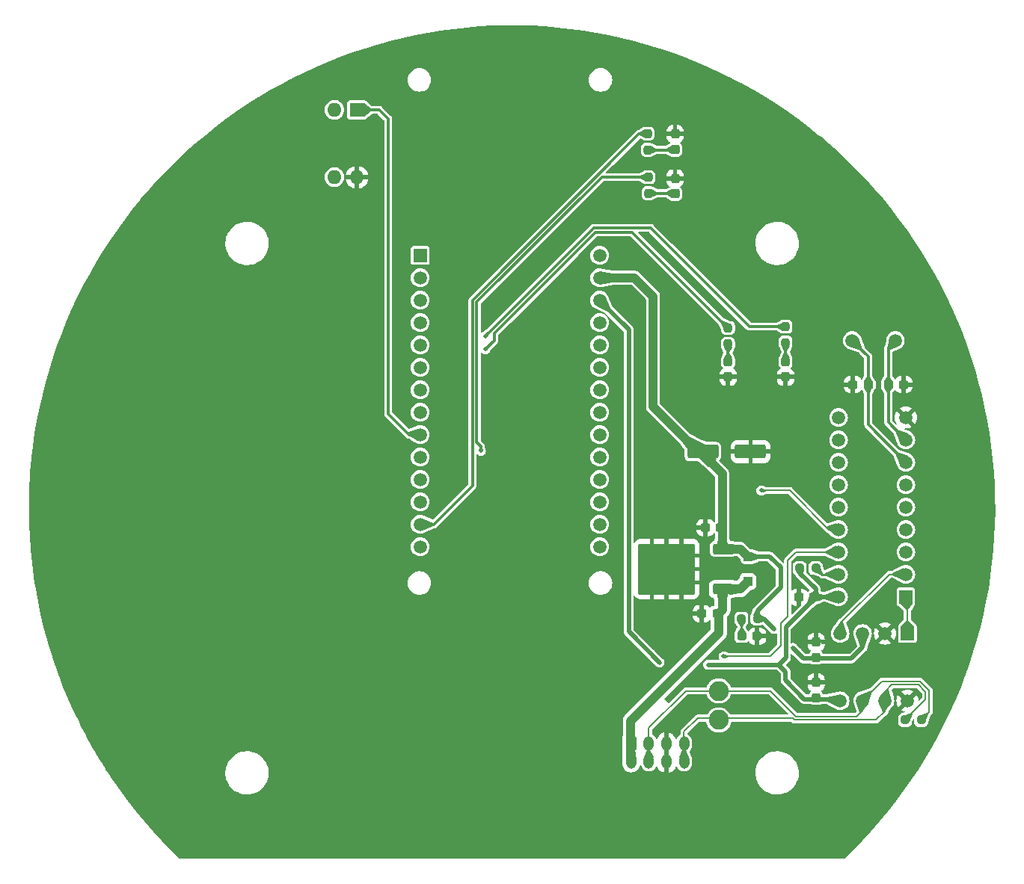
<source format=gbr>
%TF.GenerationSoftware,KiCad,Pcbnew,7.0.1-0*%
%TF.CreationDate,2023-05-23T13:59:42+09:00*%
%TF.ProjectId,AirData,41697244-6174-4612-9e6b-696361645f70,rev?*%
%TF.SameCoordinates,Original*%
%TF.FileFunction,Copper,L1,Top*%
%TF.FilePolarity,Positive*%
%FSLAX46Y46*%
G04 Gerber Fmt 4.6, Leading zero omitted, Abs format (unit mm)*
G04 Created by KiCad (PCBNEW 7.0.1-0) date 2023-05-23 13:59:42*
%MOMM*%
%LPD*%
G01*
G04 APERTURE LIST*
G04 Aperture macros list*
%AMRoundRect*
0 Rectangle with rounded corners*
0 $1 Rounding radius*
0 $2 $3 $4 $5 $6 $7 $8 $9 X,Y pos of 4 corners*
0 Add a 4 corners polygon primitive as box body*
4,1,4,$2,$3,$4,$5,$6,$7,$8,$9,$2,$3,0*
0 Add four circle primitives for the rounded corners*
1,1,$1+$1,$2,$3*
1,1,$1+$1,$4,$5*
1,1,$1+$1,$6,$7*
1,1,$1+$1,$8,$9*
0 Add four rect primitives between the rounded corners*
20,1,$1+$1,$2,$3,$4,$5,0*
20,1,$1+$1,$4,$5,$6,$7,0*
20,1,$1+$1,$6,$7,$8,$9,0*
20,1,$1+$1,$8,$9,$2,$3,0*%
G04 Aperture macros list end*
%TA.AperFunction,SMDPad,CuDef*%
%ADD10RoundRect,0.237500X0.300000X0.237500X-0.300000X0.237500X-0.300000X-0.237500X0.300000X-0.237500X0*%
%TD*%
%TA.AperFunction,SMDPad,CuDef*%
%ADD11RoundRect,0.237500X0.237500X-0.300000X0.237500X0.300000X-0.237500X0.300000X-0.237500X-0.300000X0*%
%TD*%
%TA.AperFunction,SMDPad,CuDef*%
%ADD12RoundRect,0.237500X-0.237500X0.250000X-0.237500X-0.250000X0.237500X-0.250000X0.237500X0.250000X0*%
%TD*%
%TA.AperFunction,SMDPad,CuDef*%
%ADD13RoundRect,0.237500X-0.300000X-0.237500X0.300000X-0.237500X0.300000X0.237500X-0.300000X0.237500X0*%
%TD*%
%TA.AperFunction,ComponentPad*%
%ADD14RoundRect,0.250000X-0.350000X-0.560000X0.350000X-0.560000X0.350000X0.560000X-0.350000X0.560000X0*%
%TD*%
%TA.AperFunction,ComponentPad*%
%ADD15O,1.200000X1.650000*%
%TD*%
%TA.AperFunction,ComponentPad*%
%ADD16R,1.508000X1.508000*%
%TD*%
%TA.AperFunction,ComponentPad*%
%ADD17C,1.508000*%
%TD*%
%TA.AperFunction,ComponentPad*%
%ADD18R,1.600000X1.600000*%
%TD*%
%TA.AperFunction,ComponentPad*%
%ADD19O,1.600000X1.600000*%
%TD*%
%TA.AperFunction,ComponentPad*%
%ADD20R,1.500000X1.500000*%
%TD*%
%TA.AperFunction,ComponentPad*%
%ADD21C,1.500000*%
%TD*%
%TA.AperFunction,ComponentPad*%
%ADD22C,2.250000*%
%TD*%
%TA.AperFunction,SMDPad,CuDef*%
%ADD23RoundRect,0.250000X-1.500000X-0.550000X1.500000X-0.550000X1.500000X0.550000X-1.500000X0.550000X0*%
%TD*%
%TA.AperFunction,SMDPad,CuDef*%
%ADD24RoundRect,0.237500X0.287500X0.237500X-0.287500X0.237500X-0.287500X-0.237500X0.287500X-0.237500X0*%
%TD*%
%TA.AperFunction,SMDPad,CuDef*%
%ADD25RoundRect,0.237500X0.237500X-0.287500X0.237500X0.287500X-0.237500X0.287500X-0.237500X-0.287500X0*%
%TD*%
%TA.AperFunction,SMDPad,CuDef*%
%ADD26RoundRect,0.237500X-0.237500X0.287500X-0.237500X-0.287500X0.237500X-0.287500X0.237500X0.287500X0*%
%TD*%
%TA.AperFunction,SMDPad,CuDef*%
%ADD27RoundRect,0.237500X0.250000X0.237500X-0.250000X0.237500X-0.250000X-0.237500X0.250000X-0.237500X0*%
%TD*%
%TA.AperFunction,SMDPad,CuDef*%
%ADD28RoundRect,0.250000X0.300000X-0.300000X0.300000X0.300000X-0.300000X0.300000X-0.300000X-0.300000X0*%
%TD*%
%TA.AperFunction,SMDPad,CuDef*%
%ADD29RoundRect,0.250000X0.850000X0.350000X-0.850000X0.350000X-0.850000X-0.350000X0.850000X-0.350000X0*%
%TD*%
%TA.AperFunction,SMDPad,CuDef*%
%ADD30RoundRect,0.250000X1.275000X1.125000X-1.275000X1.125000X-1.275000X-1.125000X1.275000X-1.125000X0*%
%TD*%
%TA.AperFunction,SMDPad,CuDef*%
%ADD31RoundRect,0.249997X2.950003X2.650003X-2.950003X2.650003X-2.950003X-2.650003X2.950003X-2.650003X0*%
%TD*%
%TA.AperFunction,SMDPad,CuDef*%
%ADD32RoundRect,0.237500X-0.250000X-0.237500X0.250000X-0.237500X0.250000X0.237500X-0.250000X0.237500X0*%
%TD*%
%TA.AperFunction,ViaPad*%
%ADD33C,0.510000*%
%TD*%
%TA.AperFunction,Conductor*%
%ADD34C,0.200000*%
%TD*%
%TA.AperFunction,Conductor*%
%ADD35C,1.000000*%
%TD*%
%TA.AperFunction,Conductor*%
%ADD36C,0.500000*%
%TD*%
%TA.AperFunction,Conductor*%
%ADD37C,0.300000*%
%TD*%
%TA.AperFunction,Conductor*%
%ADD38C,0.250000*%
%TD*%
G04 APERTURE END LIST*
D10*
%TO.P,C2,1*%
%TO.N,+12V*%
X171712500Y-116949432D03*
%TO.P,C2,2*%
%TO.N,GND*%
X169987500Y-116949432D03*
%TD*%
%TO.P,C6,1*%
%TO.N,+5V*%
X172112500Y-107199432D03*
%TO.P,C6,2*%
%TO.N,GND*%
X170387500Y-107199432D03*
%TD*%
%TO.P,C5,1*%
%TO.N,+3.3V*%
X182699800Y-115100200D03*
%TO.P,C5,2*%
%TO.N,GND*%
X180974800Y-115100200D03*
%TD*%
D11*
%TO.P,C4,1*%
%TO.N,+5V*%
X182917000Y-121890432D03*
%TO.P,C4,2*%
%TO.N,GND*%
X182917000Y-120165432D03*
%TD*%
%TO.P,C3,1*%
%TO.N,+3.3V*%
X182917000Y-126462700D03*
%TO.P,C3,2*%
%TO.N,GND*%
X182917000Y-124737700D03*
%TD*%
D12*
%TO.P,R4,1*%
%TO.N,CAN_RECEIVE_STATUS*%
X179454800Y-84425200D03*
%TO.P,R4,2*%
%TO.N,Net-(D3-A)*%
X179454800Y-86250200D03*
%TD*%
D10*
%TO.P,C1,1*%
%TO.N,GND*%
X192817300Y-91000200D03*
%TO.P,C1,2*%
%TO.N,OSC1*%
X191092300Y-91000200D03*
%TD*%
D13*
%TO.P,C7,1*%
%TO.N,GND*%
X187092300Y-91000200D03*
%TO.P,C7,2*%
%TO.N,OSC2*%
X188817300Y-91000200D03*
%TD*%
D14*
%TO.P,J1,1,Pin_1*%
%TO.N,+12V*%
X161977300Y-131690000D03*
D15*
%TO.P,J1,2,Pin_2*%
X161977300Y-133690000D03*
%TO.P,J1,3,Pin_3*%
%TO.N,CAN_L*%
X163977300Y-131690000D03*
%TO.P,J1,4,Pin_4*%
X163977300Y-133690000D03*
%TO.P,J1,5,Pin_5*%
%TO.N,GND*%
X165977300Y-131690000D03*
%TO.P,J1,6,Pin_6*%
X165977300Y-133690000D03*
%TO.P,J1,7,Pin_7*%
%TO.N,CAN_H*%
X167977300Y-131690000D03*
%TO.P,J1,8,Pin_8*%
X167977300Y-133690000D03*
%TD*%
D16*
%TO.P,U4,1,PA03_VREFA/AREF*%
%TO.N,unconnected-(U4-PA03_VREFA{slash}AREF-Pad1)*%
X138102500Y-76359800D03*
D17*
%TO.P,U4,2,PA02_AIN0/DAC0/A0*%
%TO.N,unconnected-(U4-PA02_AIN0{slash}DAC0{slash}A0-Pad2)*%
X138102500Y-78899800D03*
%TO.P,U4,3,PB02_AIN10/A1*%
%TO.N,unconnected-(U4-PB02_AIN10{slash}A1-Pad3)*%
X138102500Y-81439800D03*
%TO.P,U4,4,PB03_AIN11/A2*%
%TO.N,unconnected-(U4-PB03_AIN11{slash}A2-Pad4)*%
X138102500Y-83979800D03*
%TO.P,U4,5,PA04_AIN4/A3*%
%TO.N,unconnected-(U4-PA04_AIN4{slash}A3-Pad5)*%
X138102500Y-86519800D03*
%TO.P,U4,6,PA05_AIN5/A4*%
%TO.N,unconnected-(U4-PA05_AIN5{slash}A4-Pad6)*%
X138102500Y-89059800D03*
%TO.P,U4,7,PA06_AIN6/A5*%
%TO.N,unconnected-(U4-PA06_AIN6{slash}A5-Pad7)*%
X138102500Y-91599800D03*
%TO.P,U4,8,PA07_AIN7/A6*%
%TO.N,unconnected-(U4-PA07_AIN7{slash}A6-Pad8)*%
X138102500Y-94139800D03*
%TO.P,U4,9,PA22_TC4-W0/0*%
%TO.N,DEBUG_MODE*%
X138102500Y-96679800D03*
%TO.P,U4,10,PA23_TC4-W1/1*%
%TO.N,CAN_RECEIVE_STATUS*%
X138102500Y-99219800D03*
%TO.P,U4,11,PA10_TCC0-W2/~2*%
%TO.N,CAN_SEND_STATUS*%
X138102500Y-101759800D03*
%TO.P,U4,12,PA11_TCC0-W3/~3*%
%TO.N,LORA_RECEIVE_STATUS*%
X138102500Y-104299800D03*
%TO.P,U4,13,PB10_TCC0-W4/~4*%
%TO.N,LORA_SEND_STATUS*%
X138102500Y-106839800D03*
%TO.P,U4,14,PB11_TCC0-W5/~5*%
%TO.N,unconnected-(U4-PB11_TCC0-W5{slash}~5-Pad14)*%
X138102500Y-109379800D03*
%TO.P,U4,15,PA20_TCC0-W6*%
%TO.N,unconnected-(U4-PA20_TCC0-W6-Pad15)*%
X158422500Y-109379800D03*
%TO.P,U4,16,PA21_TCC0-W7*%
%TO.N,SPI_CS_MCP*%
X158422500Y-106839800D03*
%TO.P,U4,17,PA16_S1_MOSI*%
%TO.N,SPI_MOSI*%
X158422500Y-104299800D03*
%TO.P,U4,18,PA17_S1_SCK*%
%TO.N,SPI_SCLK*%
X158422500Y-101759800D03*
%TO.P,U4,19,PA19_S1_MISO*%
%TO.N,SPI_MISO*%
X158422500Y-99219800D03*
%TO.P,U4,20,PA08_S0_I2C_SDA*%
%TO.N,unconnected-(U4-PA08_S0_I2C_SDA-Pad20)*%
X158422500Y-96679800D03*
%TO.P,U4,21,PA09_S0_I2C_SCL*%
%TO.N,unconnected-(U4-PA09_S0_I2C_SCL-Pad21)*%
X158422500Y-94139800D03*
%TO.P,U4,22,PB23_S5_RX*%
%TO.N,unconnected-(U4-PB23_S5_RX-Pad22)*%
X158422500Y-91599800D03*
%TO.P,U4,23,PB22_S5_TX*%
%TO.N,unconnected-(U4-PB22_S5_TX-Pad23)*%
X158422500Y-89059800D03*
%TO.P,U4,24,RESET*%
%TO.N,unconnected-(U4-RESET-Pad24)*%
X158422500Y-86519800D03*
%TO.P,U4,25,GND*%
%TO.N,unconnected-(U4-GND-Pad25)*%
X158422500Y-83979800D03*
%TO.P,U4,26,+3V3*%
%TO.N,+3.3V*%
X158422500Y-81439800D03*
%TO.P,U4,27,VIN*%
%TO.N,+5V*%
X158422500Y-78899800D03*
%TO.P,U4,28,+5V*%
%TO.N,unconnected-(U4-+5V-Pad28)*%
X158422500Y-76359800D03*
%TD*%
D18*
%TO.P,SW1,1*%
%TO.N,DEBUG_MODE*%
X130950000Y-59874432D03*
D19*
%TO.P,SW1,2*%
%TO.N,unconnected-(SW1-Pad2)*%
X128410000Y-59874432D03*
%TO.P,SW1,3*%
%TO.N,unconnected-(SW1-Pad3)*%
X128410000Y-67494432D03*
%TO.P,SW1,4*%
%TO.N,GND*%
X130950000Y-67494432D03*
%TD*%
D12*
%TO.P,R6,1*%
%TO.N,LORA_RECEIVE_STATUS*%
X163954800Y-67500200D03*
%TO.P,R6,2*%
%TO.N,Net-(D5-A)*%
X163954800Y-69325200D03*
%TD*%
D20*
%TO.P,U1,1,TXD*%
%TO.N,CAN_TX*%
X193254800Y-119200200D03*
D21*
%TO.P,U1,2,VSS*%
%TO.N,GND*%
X190714800Y-119200200D03*
%TO.P,U1,3,VDD*%
%TO.N,+5V*%
X188174800Y-119200200D03*
%TO.P,U1,4,RXD*%
%TO.N,CAN_RX*%
X185634800Y-119200200D03*
%TO.P,U1,5,Vio*%
%TO.N,+3.3V*%
X185634800Y-126820200D03*
%TO.P,U1,6,CANL*%
%TO.N,CAN_L*%
X188174800Y-126820200D03*
%TO.P,U1,7,CANH*%
%TO.N,CAN_H*%
X190714800Y-126820200D03*
%TO.P,U1,8,STBY*%
%TO.N,GND*%
X193254800Y-126820200D03*
%TD*%
D12*
%TO.P,R7,1*%
%TO.N,LORA_SEND_STATUS*%
X163867300Y-62575200D03*
%TO.P,R7,2*%
%TO.N,Net-(D6-A)*%
X163867300Y-64400200D03*
%TD*%
D22*
%TO.P,TP1,1,1*%
%TO.N,CAN_H*%
X171900000Y-128999432D03*
%TD*%
%TO.P,TP2,1,1*%
%TO.N,CAN_L*%
X171900000Y-125699432D03*
%TD*%
D23*
%TO.P,C8,1*%
%TO.N,+5V*%
X170100000Y-98600200D03*
%TO.P,C8,2*%
%TO.N,GND*%
X175500000Y-98600200D03*
%TD*%
D24*
%TO.P,D1,1,K*%
%TO.N,GND*%
X176242300Y-119500200D03*
%TO.P,D1,2,A*%
%TO.N,Net-(D1-A)*%
X174492300Y-119500200D03*
%TD*%
D25*
%TO.P,D2,1,K*%
%TO.N,GND*%
X172954800Y-90125200D03*
%TO.P,D2,2,A*%
%TO.N,Net-(D2-A)*%
X172954800Y-88375200D03*
%TD*%
D12*
%TO.P,R5,1*%
%TO.N,CAN_SEND_STATUS*%
X172954800Y-84587700D03*
%TO.P,R5,2*%
%TO.N,Net-(D2-A)*%
X172954800Y-86412700D03*
%TD*%
D21*
%TO.P,Y1,1,1*%
%TO.N,OSC2*%
X187004800Y-86000200D03*
%TO.P,Y1,2,2*%
%TO.N,OSC1*%
X191884800Y-86000200D03*
%TD*%
D25*
%TO.P,D3,1,K*%
%TO.N,GND*%
X179454800Y-90125200D03*
%TO.P,D3,2,A*%
%TO.N,Net-(D3-A)*%
X179454800Y-88375200D03*
%TD*%
D26*
%TO.P,D5,1,K*%
%TO.N,GND*%
X166954800Y-67625200D03*
%TO.P,D5,2,A*%
%TO.N,Net-(D5-A)*%
X166954800Y-69375200D03*
%TD*%
%TO.P,D6,1,K*%
%TO.N,GND*%
X166954800Y-62612700D03*
%TO.P,D6,2,A*%
%TO.N,Net-(D6-A)*%
X166954800Y-64362700D03*
%TD*%
D27*
%TO.P,R2,1*%
%TO.N,+5V*%
X176279800Y-117500200D03*
%TO.P,R2,2*%
%TO.N,Net-(D1-A)*%
X174454800Y-117500200D03*
%TD*%
D20*
%TO.P,U2,1,TXCAN*%
%TO.N,CAN_TX*%
X193074800Y-115040200D03*
D21*
%TO.P,U2,2,RXCAN*%
%TO.N,CAN_RX*%
X193074800Y-112500200D03*
%TO.P,U2,3,CLKOUT/SOF*%
%TO.N,unconnected-(U2-CLKOUT{slash}SOF-Pad3)*%
X193074800Y-109960200D03*
%TO.P,U2,4,~TX0RTS*%
%TO.N,unconnected-(U2-~TX0RTS-Pad4)*%
X193074800Y-107420200D03*
%TO.P,U2,5,~TX1RTS*%
%TO.N,unconnected-(U2-~TX1RTS-Pad5)*%
X193074800Y-104880200D03*
%TO.P,U2,6,~TX2RTS*%
%TO.N,unconnected-(U2-~TX2RTS-Pad6)*%
X193074800Y-102340200D03*
%TO.P,U2,7,OSC2*%
%TO.N,OSC2*%
X193074800Y-99800200D03*
%TO.P,U2,8,OSC1*%
%TO.N,OSC1*%
X193074800Y-97260200D03*
%TO.P,U2,9,VSS*%
%TO.N,GND*%
X193074800Y-94720200D03*
%TO.P,U2,10,~RX1BF*%
%TO.N,unconnected-(U2-~RX1BF-Pad10)*%
X185454800Y-94720200D03*
%TO.P,U2,11,~RX0BF*%
%TO.N,unconnected-(U2-~RX0BF-Pad11)*%
X185454800Y-97260200D03*
%TO.P,U2,12,~INT*%
%TO.N,unconnected-(U2-~INT-Pad12)*%
X185454800Y-99800200D03*
%TO.P,U2,13,SCK*%
%TO.N,SPI_SCLK*%
X185454800Y-102340200D03*
%TO.P,U2,14,SI*%
%TO.N,SPI_MOSI*%
X185454800Y-104880200D03*
%TO.P,U2,15,SO*%
%TO.N,SPI_MISO*%
X185454800Y-107420200D03*
%TO.P,U2,16,~CS*%
%TO.N,SPI_CS_MCP*%
X185454800Y-109960200D03*
%TO.P,U2,17,~RESET*%
%TO.N,Net-(U2-~RESET)*%
X185454800Y-112500200D03*
%TO.P,U2,18,VDD*%
%TO.N,+3.3V*%
X185454800Y-115040200D03*
%TD*%
D28*
%TO.P,D4,1,K*%
%TO.N,+12V*%
X175200000Y-113299432D03*
%TO.P,D4,2,A*%
%TO.N,+5V*%
X175200000Y-110499432D03*
%TD*%
D29*
%TO.P,U3,1,IN*%
%TO.N,+12V*%
X172300000Y-114179432D03*
D30*
%TO.P,U3,2,GND*%
%TO.N,GND*%
X167675000Y-113424432D03*
X167675000Y-110374432D03*
D31*
X166000000Y-111899432D03*
D30*
X164325000Y-113424432D03*
X164325000Y-110374432D03*
D29*
%TO.P,U3,3,OUT*%
%TO.N,+5V*%
X172300000Y-109619432D03*
%TD*%
D32*
%TO.P,R1,1*%
%TO.N,CAN_H*%
X192987500Y-129000000D03*
%TO.P,R1,2*%
%TO.N,CAN_L*%
X194812500Y-129000000D03*
%TD*%
%TO.P,R3,1*%
%TO.N,+3.3V*%
X181049800Y-111790200D03*
%TO.P,R3,2*%
%TO.N,Net-(U2-~RESET)*%
X182874800Y-111790200D03*
%TD*%
D33*
%TO.N,GND*%
X163100000Y-117600000D03*
X147300000Y-56800000D03*
X166400000Y-126400000D03*
X172500000Y-96999432D03*
X156500000Y-77000000D03*
X162900000Y-85600000D03*
X200900000Y-119000000D03*
X160300000Y-105800000D03*
X190900000Y-100800000D03*
X161300000Y-143800000D03*
X140500000Y-65400000D03*
X185100000Y-125000000D03*
X160300000Y-77200000D03*
X100100000Y-82600000D03*
X183700000Y-108600000D03*
X169100000Y-79400000D03*
X121300000Y-105400000D03*
X192300000Y-122600000D03*
X181100000Y-105800000D03*
X180300000Y-122800000D03*
X184300000Y-111000000D03*
X191100000Y-111200000D03*
X184700000Y-90000000D03*
X143100000Y-102000000D03*
X167500000Y-120600000D03*
X104300000Y-135400000D03*
X152300000Y-88800000D03*
X179800000Y-129499432D03*
X191900000Y-125800000D03*
X121500000Y-122400000D03*
X184100000Y-113600000D03*
X111900000Y-66600000D03*
X184700000Y-132000000D03*
X163900000Y-74200000D03*
X185500000Y-66600000D03*
X150500000Y-102800000D03*
X108300000Y-86800000D03*
X160300000Y-80600000D03*
X136500000Y-138200000D03*
X183700000Y-101200000D03*
X163000000Y-97799432D03*
X134100000Y-96600000D03*
X181500000Y-96400000D03*
X196300000Y-116600000D03*
X187500000Y-94400000D03*
X164500000Y-124000000D03*
X110100000Y-123000000D03*
X135300000Y-77800000D03*
X177900000Y-127399432D03*
X148700000Y-51200000D03*
X145900000Y-131400000D03*
X127300000Y-72600000D03*
X97300000Y-121000000D03*
X162550000Y-103099432D03*
X181100000Y-82400000D03*
X128300000Y-113600000D03*
X172000000Y-111999432D03*
X139300000Y-103000000D03*
X177500000Y-124000000D03*
X187500000Y-105600000D03*
X145700000Y-83600000D03*
X162700000Y-138600000D03*
X160300000Y-98600000D03*
X136300000Y-122400000D03*
X165500000Y-59200000D03*
X163050000Y-105649432D03*
X111300000Y-96600000D03*
X106500000Y-105200000D03*
X160500000Y-101400000D03*
X150500000Y-72800000D03*
X168300000Y-75600000D03*
X173300000Y-67800000D03*
X143100000Y-99600000D03*
X169500000Y-124000000D03*
X130100000Y-72200000D03*
X177500000Y-120400000D03*
X195100000Y-132400000D03*
X139300000Y-105600000D03*
X143300000Y-90800000D03*
X178900000Y-104000000D03*
X167100000Y-81800000D03*
X159900000Y-109000000D03*
X186300000Y-121000000D03*
X143900000Y-112400000D03*
X160300000Y-85200000D03*
X95900000Y-103800000D03*
X142700000Y-80400000D03*
X154100000Y-112400000D03*
X169300000Y-102099432D03*
X192100000Y-82600000D03*
X128300000Y-55099432D03*
X160300000Y-66400000D03*
X145300000Y-100200000D03*
X196100000Y-100200000D03*
X133900000Y-106400000D03*
X152100000Y-76200000D03*
X185300000Y-117200000D03*
X112100000Y-114400000D03*
X174700000Y-82000000D03*
X173100000Y-120400000D03*
X167900000Y-116800000D03*
X141500000Y-98600000D03*
X170100000Y-55600000D03*
X137900000Y-73200000D03*
X121300000Y-86400000D03*
X172700000Y-83000000D03*
X194500000Y-90000000D03*
X189900000Y-92800000D03*
X159900000Y-118400000D03*
X158700000Y-70800000D03*
X139700000Y-108000000D03*
X168300000Y-90000000D03*
X169700000Y-65600000D03*
X191300000Y-96800000D03*
X161700000Y-72200000D03*
X185500000Y-143800000D03*
X133300000Y-88800000D03*
X127100000Y-96400000D03*
X197500000Y-82600000D03*
X180700000Y-119400000D03*
X177350000Y-113299432D03*
X111700000Y-143200000D03*
X201900000Y-105200000D03*
X176800000Y-101999432D03*
X140900000Y-96400000D03*
X182100000Y-103400000D03*
X133100000Y-78600000D03*
X186700000Y-127800000D03*
X167700000Y-128200000D03*
X131900000Y-143400000D03*
X159900000Y-63400000D03*
X180300000Y-127000000D03*
X154700000Y-122400000D03*
X142900000Y-86400000D03*
X154000000Y-63500000D03*
X140700000Y-88400000D03*
%TO.N,+5V*%
X177377300Y-117922700D03*
X180277300Y-120822700D03*
X180777300Y-121322700D03*
X178200000Y-118700000D03*
%TO.N,+3.3V*%
X164200000Y-121500000D03*
X165200000Y-122500000D03*
X172454800Y-122750200D03*
X170700000Y-122750200D03*
%TO.N,SPI_CS_MCP*%
X172430000Y-121790497D03*
%TO.N,SPI_MISO*%
X176700000Y-103000200D03*
%TO.N,CAN_RECEIVE_STATUS*%
X145477300Y-85500000D03*
%TO.N,CAN_SEND_STATUS*%
X145489599Y-87000000D03*
%TO.N,LORA_RECEIVE_STATUS*%
X144977300Y-98500000D03*
%TD*%
D34*
%TO.N,CAN_H*%
X169500000Y-128799432D02*
X167954800Y-130344632D01*
X190714800Y-126820200D02*
X190714800Y-125785200D01*
X195300000Y-125800000D02*
X195300000Y-126687500D01*
X190714800Y-126820200D02*
X190714800Y-127985200D01*
X189700000Y-129000000D02*
X180454600Y-129000000D01*
X191500000Y-125000000D02*
X194500000Y-125000000D01*
X190714800Y-125785200D02*
X191500000Y-125000000D01*
X180254032Y-128799432D02*
X169500000Y-128799432D01*
X195300000Y-126687500D02*
X192987500Y-129000000D01*
X180454600Y-129000000D02*
X180254032Y-128799432D01*
X167954800Y-130344632D02*
X167954800Y-133690200D01*
X190714800Y-127985200D02*
X189700000Y-129000000D01*
X194500000Y-125000000D02*
X195300000Y-125800000D01*
D35*
%TO.N,+5V*%
X164454800Y-81000200D02*
X162354600Y-78900000D01*
D36*
X177377300Y-117922700D02*
X176954800Y-117500200D01*
X178154600Y-118700000D02*
X178200000Y-118700000D01*
D35*
X174320000Y-109619432D02*
X175200000Y-110499432D01*
X169754800Y-98600200D02*
X172287500Y-101132900D01*
X172300000Y-109619432D02*
X174320000Y-109619432D01*
X172287500Y-109606932D02*
X172300000Y-109619432D01*
X164454800Y-93500200D02*
X164454800Y-81000200D01*
D36*
X176279800Y-117500200D02*
X176279800Y-116619632D01*
X176279800Y-116619632D02*
X178900000Y-113999432D01*
X177700000Y-110499432D02*
X175200000Y-110499432D01*
X188174800Y-120780200D02*
X188174800Y-119200200D01*
D35*
X162354600Y-78900000D02*
X158400000Y-78900000D01*
D36*
X178900000Y-113999432D02*
X178900000Y-111699432D01*
D35*
X172287500Y-101132900D02*
X172287500Y-107199432D01*
X169554800Y-98600200D02*
X164454800Y-93500200D01*
D36*
X180777300Y-121322700D02*
X181492300Y-122037700D01*
D35*
X172287500Y-107199432D02*
X172287500Y-109606932D01*
D36*
X177377300Y-117922700D02*
X178154600Y-118700000D01*
X186917300Y-122037700D02*
X188174800Y-120780200D01*
X182254800Y-122037700D02*
X186917300Y-122037700D01*
X181492300Y-122037700D02*
X182254800Y-122037700D01*
X176954800Y-117500200D02*
X176279800Y-117500200D01*
X180277300Y-120822700D02*
X180777300Y-121322700D01*
X178900000Y-111699432D02*
X177700000Y-110499432D01*
D34*
%TO.N,CAN_L*%
X168185457Y-125699432D02*
X163954800Y-129930089D01*
X180620286Y-128600000D02*
X177719718Y-125699432D01*
X195700000Y-125634314D02*
X195700000Y-128112500D01*
X190395000Y-124600000D02*
X194665686Y-124600000D01*
X188174800Y-126820200D02*
X188174800Y-127925200D01*
X177719718Y-125699432D02*
X168185457Y-125699432D01*
X194665686Y-124600000D02*
X195700000Y-125634314D01*
X188174800Y-126820200D02*
X190395000Y-124600000D01*
X188174800Y-127925200D02*
X187500000Y-128600000D01*
X195700000Y-128112500D02*
X194812500Y-129000000D01*
X163954800Y-129930089D02*
X163954800Y-133690200D01*
X187500000Y-128600000D02*
X180620286Y-128600000D01*
D36*
%TO.N,+3.3V*%
X179454800Y-123500200D02*
X179454800Y-124500200D01*
X182874800Y-114170200D02*
X182874800Y-115100200D01*
X181592300Y-126637700D02*
X182254800Y-126637700D01*
X172454800Y-122750200D02*
X178704800Y-122750200D01*
X185454800Y-115040200D02*
X182934800Y-115040200D01*
X170700000Y-122750200D02*
X172454800Y-122750200D01*
X179454800Y-124500200D02*
X181592300Y-126637700D01*
X179500000Y-118475000D02*
X182874800Y-115100200D01*
X182254800Y-126637700D02*
X185452300Y-126637700D01*
X181049800Y-112345200D02*
X182874800Y-114170200D01*
X161704800Y-84767500D02*
X158399800Y-81462500D01*
X178704800Y-122750200D02*
X179454800Y-123500200D01*
X178704800Y-122750200D02*
X179500000Y-121955000D01*
X165200000Y-122500000D02*
X165200000Y-122495400D01*
X161704800Y-119000200D02*
X161704800Y-84767500D01*
X165200000Y-122495400D02*
X161704800Y-119000200D01*
X179500000Y-121955000D02*
X179500000Y-118475000D01*
X181049800Y-111790200D02*
X181049800Y-112345200D01*
D34*
%TO.N,CAN_TX*%
X193254800Y-119200200D02*
X193254800Y-115220200D01*
%TO.N,CAN_RX*%
X185634800Y-118070200D02*
X191204800Y-112500200D01*
X185634800Y-119200200D02*
X185634800Y-118070200D01*
X191204800Y-112500200D02*
X193074800Y-112500200D01*
D37*
%TO.N,OSC1*%
X191092300Y-91000200D02*
X191092300Y-95277700D01*
X191092300Y-86792700D02*
X191092300Y-91000200D01*
X191884800Y-86000200D02*
X191092300Y-86792700D01*
X191092300Y-95277700D02*
X193074800Y-97260200D01*
%TO.N,OSC2*%
X188817300Y-91000200D02*
X188817300Y-95542700D01*
X188817300Y-87812700D02*
X188817300Y-91000200D01*
X188817300Y-95542700D02*
X193074800Y-99800200D01*
X187004800Y-86000200D02*
X188817300Y-87812700D01*
D34*
%TO.N,SPI_CS_MCP*%
X179700000Y-117299432D02*
X179700000Y-110899432D01*
X178950000Y-118049432D02*
X179700000Y-117299432D01*
X180599432Y-110000000D02*
X185430000Y-110000000D01*
X177709503Y-121790497D02*
X178950000Y-120550000D01*
X172430000Y-121790497D02*
X177709503Y-121790497D01*
X179700000Y-110899432D02*
X180599432Y-110000000D01*
X178950000Y-120550000D02*
X178950000Y-118049432D01*
%TO.N,SPI_MISO*%
X179954800Y-103000200D02*
X184374800Y-107420200D01*
X184374800Y-107420200D02*
X185454800Y-107420200D01*
X176700000Y-103000200D02*
X179954800Y-103000200D01*
D37*
%TO.N,Net-(D6-A)*%
X163867300Y-64400200D02*
X166917300Y-64400200D01*
D38*
%TO.N,Net-(U2-~RESET)*%
X185454800Y-112500200D02*
X183584800Y-112500200D01*
X183584800Y-112500200D02*
X182874800Y-111790200D01*
%TO.N,Net-(D1-A)*%
X174454800Y-117500200D02*
X174454800Y-119462700D01*
D37*
%TO.N,Net-(D2-A)*%
X172954800Y-88375200D02*
X172954800Y-86412700D01*
%TO.N,Net-(D3-A)*%
X179454800Y-88375200D02*
X179454800Y-86250200D01*
%TO.N,Net-(D5-A)*%
X163954800Y-69325200D02*
X166904800Y-69325200D01*
%TO.N,CAN_RECEIVE_STATUS*%
X164204800Y-73250200D02*
X175379800Y-84425200D01*
X157727100Y-73250200D02*
X164204800Y-73250200D01*
X145477300Y-85500000D02*
X157727100Y-73250200D01*
X175379800Y-84425200D02*
X179454800Y-84425200D01*
%TO.N,CAN_SEND_STATUS*%
X146477300Y-85207106D02*
X157934206Y-73750200D01*
X145489599Y-87000000D02*
X146477300Y-86012299D01*
X157934206Y-73750200D02*
X162117300Y-73750200D01*
X162117300Y-73750200D02*
X172954800Y-84587700D01*
X146477300Y-86012299D02*
X146477300Y-85207106D01*
%TO.N,LORA_RECEIVE_STATUS*%
X144977300Y-98500000D02*
X144977300Y-98000000D01*
X144515000Y-81647106D02*
X158661906Y-67500200D01*
X144515000Y-97537700D02*
X144515000Y-81647106D01*
X158661906Y-67500200D02*
X163954800Y-67500200D01*
X144977300Y-98000000D02*
X144515000Y-97537700D01*
%TO.N,LORA_SEND_STATUS*%
X144015000Y-102462300D02*
X139637500Y-106839800D01*
X139637500Y-106839800D02*
X138079800Y-106839800D01*
X144015000Y-81440000D02*
X144015000Y-102462300D01*
X163867300Y-62575200D02*
X162879800Y-62575200D01*
X162879800Y-62575200D02*
X144015000Y-81440000D01*
%TO.N,DEBUG_MODE*%
X130950000Y-59874432D02*
X133475000Y-59874432D01*
X134477300Y-94288650D02*
X136868450Y-96679800D01*
X134477300Y-60876732D02*
X134477300Y-94288650D01*
X133475000Y-59874432D02*
X134477300Y-60876732D01*
X136868450Y-96679800D02*
X138079800Y-96679800D01*
D35*
%TO.N,+12V*%
X171887500Y-119167500D02*
X171887500Y-116949432D01*
X171887500Y-116949432D02*
X172300000Y-116536932D01*
X174320000Y-114179432D02*
X175200000Y-113299432D01*
X172300000Y-114179432D02*
X174320000Y-114179432D01*
X161954800Y-129100200D02*
X171887500Y-119167500D01*
X172300000Y-116536932D02*
X172300000Y-114179432D01*
X161954800Y-133690200D02*
X161954800Y-129100200D01*
%TD*%
%TA.AperFunction,Conductor*%
%TO.N,GND*%
G36*
X149237930Y-50304921D02*
G01*
X150709866Y-50344600D01*
X150711517Y-50344667D01*
X152181902Y-50423999D01*
X152183480Y-50424105D01*
X153651289Y-50543039D01*
X153652821Y-50543185D01*
X155116823Y-50701621D01*
X155118471Y-50701822D01*
X156577633Y-50899648D01*
X156579181Y-50899878D01*
X158032561Y-51136965D01*
X158034164Y-51137249D01*
X159480528Y-51413395D01*
X159482157Y-51413728D01*
X160920595Y-51728759D01*
X160922186Y-51729131D01*
X162351579Y-52082800D01*
X162353117Y-52083202D01*
X163772548Y-52475286D01*
X163774060Y-52475726D01*
X165182377Y-52905907D01*
X165183960Y-52906414D01*
X166580132Y-53374376D01*
X166581652Y-53374908D01*
X167964724Y-53880329D01*
X167966227Y-53880900D01*
X169335191Y-54423414D01*
X169336713Y-54424041D01*
X170690502Y-55003222D01*
X170692033Y-55003901D01*
X172029779Y-55619378D01*
X172031205Y-55620058D01*
X172842024Y-56019921D01*
X173351855Y-56271349D01*
X173353355Y-56272114D01*
X174176571Y-56706050D01*
X174601574Y-56930079D01*
X174655930Y-56958731D01*
X174657405Y-56959534D01*
X175941046Y-57681027D01*
X175942456Y-57681844D01*
X177206215Y-58437682D01*
X177207565Y-58438514D01*
X178450509Y-59228139D01*
X178451880Y-59229036D01*
X179409748Y-59874431D01*
X179673036Y-60051830D01*
X179674418Y-60052789D01*
X180872971Y-60908198D01*
X180874261Y-60909145D01*
X182049379Y-61796580D01*
X182050660Y-61797575D01*
X183201366Y-62716299D01*
X183202657Y-62717357D01*
X183482937Y-62953777D01*
X184328216Y-63666780D01*
X184329488Y-63667883D01*
X185429025Y-64647264D01*
X185430268Y-64648402D01*
X186502989Y-65657034D01*
X186504200Y-65658204D01*
X187549390Y-66695414D01*
X187550550Y-66696596D01*
X188567412Y-67761596D01*
X188568548Y-67762819D01*
X189015988Y-68257468D01*
X189556334Y-68854826D01*
X189557447Y-68856090D01*
X190515457Y-69974330D01*
X190516535Y-69975624D01*
X191444033Y-71119237D01*
X191445076Y-71120559D01*
X192341421Y-72288748D01*
X192342429Y-72290099D01*
X193207007Y-73482074D01*
X193207977Y-73483450D01*
X194040080Y-74698229D01*
X194041013Y-74699631D01*
X194840095Y-75936418D01*
X194840990Y-75937845D01*
X195606459Y-77195725D01*
X195607315Y-77197176D01*
X196338592Y-78475195D01*
X196339409Y-78476668D01*
X197035996Y-79773957D01*
X197036773Y-79775452D01*
X197698148Y-81091039D01*
X197698883Y-81092552D01*
X198319880Y-82415501D01*
X198324561Y-82425472D01*
X198325256Y-82427006D01*
X198914781Y-83776287D01*
X198915435Y-83777839D01*
X199468412Y-85142579D01*
X199469023Y-85144149D01*
X199984997Y-86523223D01*
X199985566Y-86524808D01*
X200464201Y-87917321D01*
X200464727Y-87918921D01*
X200905661Y-89323813D01*
X200906144Y-89325427D01*
X201309063Y-90741704D01*
X201309502Y-90743330D01*
X201446615Y-91279818D01*
X201624337Y-91975200D01*
X201674109Y-92169943D01*
X201674504Y-92171580D01*
X202000541Y-93607534D01*
X202000891Y-93609182D01*
X202288098Y-95053307D01*
X202288405Y-95054963D01*
X202536609Y-96506410D01*
X202536870Y-96508074D01*
X202745861Y-97965600D01*
X202746078Y-97967270D01*
X202915724Y-99429971D01*
X202915895Y-99431647D01*
X203046056Y-100898306D01*
X203046183Y-100899986D01*
X203136779Y-102369688D01*
X203136860Y-102371370D01*
X203187818Y-103842982D01*
X203187853Y-103844666D01*
X203199137Y-105317077D01*
X203199127Y-105318761D01*
X203170730Y-106790941D01*
X203170675Y-106792625D01*
X203102615Y-108263508D01*
X203102515Y-108265189D01*
X202994843Y-109733742D01*
X202994697Y-109735420D01*
X202847492Y-111200505D01*
X202847301Y-111202179D01*
X202660669Y-112662777D01*
X202660433Y-112664445D01*
X202434509Y-114119479D01*
X202434228Y-114121139D01*
X202169182Y-115569531D01*
X202168857Y-115571184D01*
X201864866Y-117011959D01*
X201864496Y-117013602D01*
X201521800Y-118445626D01*
X201521386Y-118447259D01*
X201140220Y-119869545D01*
X201139762Y-119871166D01*
X200720404Y-121282675D01*
X200719902Y-121284283D01*
X200262679Y-122683921D01*
X200262135Y-122685515D01*
X199767331Y-124072415D01*
X199766743Y-124073993D01*
X199234787Y-125446945D01*
X199234158Y-125448508D01*
X198665349Y-126806740D01*
X198664677Y-126808284D01*
X198059508Y-128150622D01*
X198058795Y-128152148D01*
X197417682Y-129477672D01*
X197416929Y-129479179D01*
X196740291Y-130787021D01*
X196739497Y-130788506D01*
X196027877Y-132077611D01*
X196027043Y-132079074D01*
X195280961Y-133348506D01*
X195280088Y-133349947D01*
X194500039Y-134598861D01*
X194499127Y-134600277D01*
X193685751Y-135827650D01*
X193684802Y-135829042D01*
X192838611Y-137034102D01*
X192837625Y-137035467D01*
X191959268Y-138217287D01*
X191958245Y-138218625D01*
X191048365Y-139376340D01*
X191047306Y-139377650D01*
X190106596Y-140510382D01*
X190105503Y-140511664D01*
X189134544Y-141618711D01*
X189133416Y-141619962D01*
X188133015Y-142700401D01*
X188131854Y-142701621D01*
X187102720Y-143754691D01*
X187101527Y-143755880D01*
X186146461Y-144681872D01*
X186102955Y-144699500D01*
X110897045Y-144699500D01*
X110853539Y-144681872D01*
X109898472Y-143755880D01*
X109897279Y-143754691D01*
X108868145Y-142701621D01*
X108866984Y-142700401D01*
X107866583Y-141619962D01*
X107865455Y-141618711D01*
X106894496Y-140511664D01*
X106893403Y-140510382D01*
X105952693Y-139377650D01*
X105951634Y-139376340D01*
X105041754Y-138218625D01*
X105040731Y-138217287D01*
X104162374Y-137035467D01*
X104161388Y-137034102D01*
X103315197Y-135829042D01*
X103314248Y-135827650D01*
X103228775Y-135698673D01*
X102713610Y-134921296D01*
X116045717Y-134921296D01*
X116055802Y-135235789D01*
X116106021Y-135546410D01*
X116151211Y-135698670D01*
X116195549Y-135848059D01*
X116322916Y-136135786D01*
X116406058Y-136272936D01*
X116486030Y-136404858D01*
X116682214Y-136650865D01*
X116682215Y-136650866D01*
X116908246Y-136869765D01*
X117160415Y-137057963D01*
X117434578Y-137212370D01*
X117591962Y-137276087D01*
X117726238Y-137330449D01*
X118030601Y-137410263D01*
X118342673Y-137450500D01*
X118578573Y-137450500D01*
X118578580Y-137450500D01*
X118814008Y-137435385D01*
X119122860Y-137375236D01*
X119421485Y-137276086D01*
X119704979Y-137139562D01*
X119968687Y-136967907D01*
X120208280Y-136763939D01*
X120419822Y-136531007D01*
X120599842Y-136272936D01*
X120745381Y-135993964D01*
X120854052Y-135698670D01*
X120924069Y-135391905D01*
X120954283Y-135078704D01*
X120944198Y-134764211D01*
X120893979Y-134453590D01*
X120804451Y-134151941D01*
X120677084Y-133864216D01*
X120677083Y-133864213D01*
X120513971Y-133595144D01*
X120513970Y-133595142D01*
X120381337Y-133428825D01*
X160953251Y-133428825D01*
X160954265Y-133496574D01*
X160955852Y-133505582D01*
X160956800Y-133516425D01*
X160956800Y-133965136D01*
X160971565Y-134115051D01*
X161029919Y-134307419D01*
X161039684Y-134325688D01*
X161124679Y-134484703D01*
X161252206Y-134640094D01*
X161407597Y-134767621D01*
X161584882Y-134862381D01*
X161777247Y-134920734D01*
X161977300Y-134940438D01*
X162177353Y-134920734D01*
X162369718Y-134862381D01*
X162547003Y-134767621D01*
X162702394Y-134640094D01*
X162829921Y-134484703D01*
X162924681Y-134307418D01*
X162979555Y-134126520D01*
X163001887Y-134094647D01*
X163038750Y-134082167D01*
X163075852Y-134093921D01*
X163098804Y-134125349D01*
X163107445Y-134151941D01*
X163150120Y-134283282D01*
X163244768Y-134447218D01*
X163303468Y-134512410D01*
X163371429Y-134587888D01*
X163524570Y-134699151D01*
X163697497Y-134776144D01*
X163820934Y-134802381D01*
X163882653Y-134815500D01*
X163882654Y-134815500D01*
X164071946Y-134815500D01*
X164071947Y-134815500D01*
X164118235Y-134805661D01*
X164257103Y-134776144D01*
X164430030Y-134699151D01*
X164583171Y-134587888D01*
X164709833Y-134447216D01*
X164804479Y-134283284D01*
X164812679Y-134258045D01*
X164835745Y-134226535D01*
X164873012Y-134214865D01*
X164909931Y-134227594D01*
X164932088Y-134259751D01*
X164951449Y-134325688D01*
X165047710Y-134512410D01*
X165177570Y-134677539D01*
X165336333Y-134815108D01*
X165518264Y-134920146D01*
X165716785Y-134988855D01*
X165727300Y-134990367D01*
X165727300Y-130393741D01*
X165615888Y-130420770D01*
X165424800Y-130508036D01*
X165253674Y-130629895D01*
X165108707Y-130781931D01*
X164995133Y-130958656D01*
X164929268Y-131123178D01*
X164905409Y-131152285D01*
X164869162Y-131162414D01*
X164833670Y-131149893D01*
X164811804Y-131119261D01*
X164804480Y-131096719D01*
X164804479Y-131096717D01*
X164804479Y-131096716D01*
X164709833Y-130932784D01*
X164709832Y-130932783D01*
X164709831Y-130932781D01*
X164587986Y-130797460D01*
X164583171Y-130792112D01*
X164430030Y-130680849D01*
X164392378Y-130664085D01*
X164365383Y-130641029D01*
X164355300Y-130606989D01*
X164355300Y-130121870D01*
X164373606Y-130077676D01*
X168333044Y-126118238D01*
X168377238Y-126099932D01*
X170482278Y-126099932D01*
X170520666Y-126113110D01*
X170542865Y-126147088D01*
X170547117Y-126163877D01*
X170577766Y-126233750D01*
X170642014Y-126380221D01*
X170733099Y-126519637D01*
X170771225Y-126577993D01*
X170931227Y-126751800D01*
X171117654Y-126896902D01*
X171325421Y-127009340D01*
X171548861Y-127086048D01*
X171781880Y-127124932D01*
X172018118Y-127124932D01*
X172018120Y-127124932D01*
X172251139Y-127086048D01*
X172474579Y-127009340D01*
X172682346Y-126896902D01*
X172868773Y-126751800D01*
X173028775Y-126577993D01*
X173157986Y-126380220D01*
X173252883Y-126163877D01*
X173257135Y-126147088D01*
X173279334Y-126113110D01*
X173317722Y-126099932D01*
X177527937Y-126099932D01*
X177572131Y-126118238D01*
X179746131Y-128292238D01*
X179764437Y-128336432D01*
X179746131Y-128380626D01*
X179701937Y-128398932D01*
X173234037Y-128398932D01*
X173199853Y-128388755D01*
X173176801Y-128361538D01*
X173157986Y-128318644D01*
X173028775Y-128120871D01*
X172868773Y-127947064D01*
X172682346Y-127801962D01*
X172474579Y-127689524D01*
X172251139Y-127612816D01*
X172018120Y-127573932D01*
X171781880Y-127573932D01*
X171548861Y-127612815D01*
X171548861Y-127612816D01*
X171325418Y-127689525D01*
X171117652Y-127801963D01*
X170931229Y-127947062D01*
X170771224Y-128120871D01*
X170642154Y-128318430D01*
X170642014Y-128318644D01*
X170627891Y-128350842D01*
X170623199Y-128361538D01*
X170600147Y-128388755D01*
X170565963Y-128398932D01*
X169436567Y-128398932D01*
X169410893Y-128407273D01*
X169401362Y-128409561D01*
X169374695Y-128413785D01*
X169350635Y-128426044D01*
X169341584Y-128429793D01*
X169324757Y-128435261D01*
X169315907Y-128438137D01*
X169294067Y-128454004D01*
X169285710Y-128459126D01*
X169261656Y-128471383D01*
X167626751Y-130106288D01*
X167614495Y-130130340D01*
X167609374Y-130138697D01*
X167593502Y-130160544D01*
X167585160Y-130186217D01*
X167581409Y-130195274D01*
X167569153Y-130219329D01*
X167564930Y-130245987D01*
X167562642Y-130255518D01*
X167554300Y-130281197D01*
X167554300Y-130627403D01*
X167547488Y-130655777D01*
X167528537Y-130677966D01*
X167371428Y-130792112D01*
X167244768Y-130932781D01*
X167150121Y-131096716D01*
X167141920Y-131121955D01*
X167118853Y-131153465D01*
X167081586Y-131165134D01*
X167044667Y-131152405D01*
X167022511Y-131120248D01*
X167003150Y-131054310D01*
X166906889Y-130867589D01*
X166777029Y-130702460D01*
X166618266Y-130564891D01*
X166436335Y-130459853D01*
X166237814Y-130391144D01*
X166227300Y-130389633D01*
X166227300Y-134986258D01*
X166338711Y-134959229D01*
X166421774Y-134921296D01*
X176045717Y-134921296D01*
X176055802Y-135235789D01*
X176106021Y-135546410D01*
X176151211Y-135698670D01*
X176195549Y-135848059D01*
X176322916Y-136135786D01*
X176406058Y-136272936D01*
X176486030Y-136404858D01*
X176682214Y-136650865D01*
X176682215Y-136650866D01*
X176908246Y-136869765D01*
X177160415Y-137057963D01*
X177434578Y-137212370D01*
X177591962Y-137276087D01*
X177726238Y-137330449D01*
X178030601Y-137410263D01*
X178342673Y-137450500D01*
X178578573Y-137450500D01*
X178578580Y-137450500D01*
X178814008Y-137435385D01*
X179122860Y-137375236D01*
X179421485Y-137276086D01*
X179704979Y-137139562D01*
X179968687Y-136967907D01*
X180208280Y-136763939D01*
X180419822Y-136531007D01*
X180599842Y-136272936D01*
X180745381Y-135993964D01*
X180854052Y-135698670D01*
X180924069Y-135391905D01*
X180954283Y-135078704D01*
X180944198Y-134764211D01*
X180893979Y-134453590D01*
X180804451Y-134151941D01*
X180677084Y-133864216D01*
X180677083Y-133864213D01*
X180513971Y-133595144D01*
X180513970Y-133595142D01*
X180317786Y-133349135D01*
X180256285Y-133289575D01*
X180091753Y-133130234D01*
X179839584Y-132942036D01*
X179565421Y-132787629D01*
X179273766Y-132669552D01*
X178969397Y-132589736D01*
X178657327Y-132549500D01*
X178421420Y-132549500D01*
X178185992Y-132564615D01*
X178185988Y-132564615D01*
X178185984Y-132564616D01*
X177877143Y-132624763D01*
X177578519Y-132723912D01*
X177295014Y-132860441D01*
X177031312Y-133032093D01*
X176791721Y-133236059D01*
X176580178Y-133468992D01*
X176400157Y-133727065D01*
X176254618Y-134006036D01*
X176152589Y-134283284D01*
X176145948Y-134301330D01*
X176144558Y-134307419D01*
X176075930Y-134608097D01*
X176051400Y-134862381D01*
X176045717Y-134921296D01*
X166421774Y-134921296D01*
X166529799Y-134871963D01*
X166700925Y-134750104D01*
X166845892Y-134598068D01*
X166959466Y-134421343D01*
X167025331Y-134256821D01*
X167049189Y-134227714D01*
X167085436Y-134217585D01*
X167120928Y-134230106D01*
X167142794Y-134260736D01*
X167150121Y-134283284D01*
X167174603Y-134325688D01*
X167244768Y-134447218D01*
X167303468Y-134512410D01*
X167371429Y-134587888D01*
X167524570Y-134699151D01*
X167697497Y-134776144D01*
X167820934Y-134802381D01*
X167882653Y-134815500D01*
X167882654Y-134815500D01*
X168071946Y-134815500D01*
X168071947Y-134815500D01*
X168118235Y-134805661D01*
X168257103Y-134776144D01*
X168430030Y-134699151D01*
X168583171Y-134587888D01*
X168709833Y-134447216D01*
X168804479Y-134283284D01*
X168862974Y-134103256D01*
X168877800Y-133962192D01*
X168877800Y-133417808D01*
X168862974Y-133276744D01*
X168804479Y-133096716D01*
X168803060Y-133094259D01*
X168801267Y-133091152D01*
X168799357Y-133087582D01*
X168582234Y-132647754D01*
X168576366Y-132611539D01*
X168591832Y-132578269D01*
X168626636Y-132539615D01*
X168709833Y-132447216D01*
X168804479Y-132283284D01*
X168862974Y-132103256D01*
X168877800Y-131962192D01*
X168877800Y-131417808D01*
X168862974Y-131276744D01*
X168804479Y-131096716D01*
X168709833Y-130932784D01*
X168709832Y-130932783D01*
X168709831Y-130932781D01*
X168587986Y-130797460D01*
X168583171Y-130792112D01*
X168430030Y-130680849D01*
X168392378Y-130664085D01*
X168365383Y-130641029D01*
X168355300Y-130606989D01*
X168355300Y-130536413D01*
X168373606Y-130492219D01*
X169647587Y-129218238D01*
X169691781Y-129199932D01*
X170431632Y-129199932D01*
X170470020Y-129213111D01*
X170492218Y-129247087D01*
X170547117Y-129463877D01*
X170600388Y-129585323D01*
X170642014Y-129680221D01*
X170740813Y-129831444D01*
X170771225Y-129877993D01*
X170931227Y-130051800D01*
X171117654Y-130196902D01*
X171325421Y-130309340D01*
X171548861Y-130386048D01*
X171781880Y-130424932D01*
X172018118Y-130424932D01*
X172018120Y-130424932D01*
X172251139Y-130386048D01*
X172474579Y-130309340D01*
X172682346Y-130196902D01*
X172868773Y-130051800D01*
X173028775Y-129877993D01*
X173157986Y-129680220D01*
X173252883Y-129463877D01*
X173307781Y-129247087D01*
X173329980Y-129213111D01*
X173368368Y-129199932D01*
X180062251Y-129199932D01*
X180106445Y-129218238D01*
X180198066Y-129309859D01*
X180198070Y-129309862D01*
X180216256Y-129328049D01*
X180240309Y-129340305D01*
X180248670Y-129345429D01*
X180270509Y-129361296D01*
X180277766Y-129363653D01*
X180296188Y-129369638D01*
X180305231Y-129373384D01*
X180329296Y-129385646D01*
X180355964Y-129389869D01*
X180365487Y-129392156D01*
X180391167Y-129400500D01*
X180423081Y-129400500D01*
X180518033Y-129400500D01*
X189636567Y-129400500D01*
X189731519Y-129400500D01*
X189763433Y-129400500D01*
X189763434Y-129400500D01*
X189776170Y-129396361D01*
X189789105Y-129392158D01*
X189798631Y-129389870D01*
X189825304Y-129385646D01*
X189849358Y-129373388D01*
X189858414Y-129369637D01*
X189884090Y-129361296D01*
X189905939Y-129345421D01*
X189914280Y-129340309D01*
X189938342Y-129328050D01*
X189953733Y-129312657D01*
X189953736Y-129312656D01*
X189960906Y-129305485D01*
X189960909Y-129305484D01*
X190737430Y-128528961D01*
X190738595Y-128527948D01*
X190741000Y-128525515D01*
X190741008Y-128525510D01*
X190752239Y-128514153D01*
X191020284Y-128246109D01*
X191020284Y-128246108D01*
X191027454Y-128238939D01*
X191027457Y-128238933D01*
X191042850Y-128223542D01*
X191055109Y-128199480D01*
X191060221Y-128191139D01*
X191076096Y-128169290D01*
X191084437Y-128143614D01*
X191088188Y-128134558D01*
X191100446Y-128110504D01*
X191104670Y-128083831D01*
X191106955Y-128074314D01*
X191115300Y-128048633D01*
X191115300Y-128048630D01*
X191117095Y-128043106D01*
X191126274Y-128025272D01*
X191484818Y-127540215D01*
X191484820Y-127540209D01*
X191485371Y-127539465D01*
X191492310Y-127528713D01*
X191592485Y-127406650D01*
X191690032Y-127224154D01*
X191750100Y-127026134D01*
X191770383Y-126820200D01*
X191770383Y-126820199D01*
X192000024Y-126820199D01*
X192019087Y-127038089D01*
X192075696Y-127249356D01*
X192168134Y-127447589D01*
X192211673Y-127509772D01*
X192901247Y-126820200D01*
X192211674Y-126130627D01*
X192168133Y-126192811D01*
X192075696Y-126391043D01*
X192019087Y-126602310D01*
X192000024Y-126820199D01*
X191770383Y-126820199D01*
X191750100Y-126614266D01*
X191700594Y-126451066D01*
X191698224Y-126439233D01*
X191698058Y-126437593D01*
X191505435Y-125777074D01*
X192565227Y-125777074D01*
X193254799Y-126466646D01*
X193944372Y-125777073D01*
X193882189Y-125733534D01*
X193683956Y-125641096D01*
X193472689Y-125584487D01*
X193254800Y-125565424D01*
X193036910Y-125584487D01*
X192825643Y-125641096D01*
X192627411Y-125733533D01*
X192565227Y-125777074D01*
X191505435Y-125777074D01*
X191466999Y-125645272D01*
X191466457Y-125612265D01*
X191482805Y-125583586D01*
X191647586Y-125418806D01*
X191691780Y-125400500D01*
X194308219Y-125400500D01*
X194352413Y-125418806D01*
X194881194Y-125947587D01*
X194899500Y-125991781D01*
X194899500Y-126495719D01*
X194894742Y-126519637D01*
X194881194Y-126539913D01*
X194611697Y-126809408D01*
X194569321Y-126827688D01*
X194525953Y-126811903D01*
X194505241Y-126770661D01*
X194490512Y-126602310D01*
X194433903Y-126391043D01*
X194341467Y-126192814D01*
X194297923Y-126130628D01*
X193254800Y-127173753D01*
X192565226Y-127863325D01*
X192627410Y-127906866D01*
X192825643Y-127999303D01*
X192920657Y-128024762D01*
X192952982Y-128045713D01*
X192966883Y-128081638D01*
X192957080Y-128118891D01*
X192927295Y-128143319D01*
X192731245Y-128220187D01*
X192708431Y-128224500D01*
X192695381Y-128224500D01*
X192608923Y-128234882D01*
X192471341Y-128289137D01*
X192353499Y-128378499D01*
X192264137Y-128496341D01*
X192209882Y-128633923D01*
X192199500Y-128720381D01*
X192199500Y-129279619D01*
X192209882Y-129366076D01*
X192264137Y-129503658D01*
X192353499Y-129621500D01*
X192471341Y-129710862D01*
X192608923Y-129765117D01*
X192695381Y-129775500D01*
X192695382Y-129775500D01*
X193279618Y-129775500D01*
X193279619Y-129775500D01*
X193322847Y-129770308D01*
X193366077Y-129765117D01*
X193503658Y-129710862D01*
X193621500Y-129621500D01*
X193710862Y-129503658D01*
X193765117Y-129366077D01*
X193771868Y-129309859D01*
X193775500Y-129279619D01*
X193775500Y-129265398D01*
X193779639Y-129243032D01*
X193852864Y-129051962D01*
X193903639Y-128919470D01*
X193931439Y-128887319D01*
X193973373Y-128880380D01*
X194010047Y-128901865D01*
X194024500Y-128941837D01*
X194024500Y-129279619D01*
X194034882Y-129366076D01*
X194089137Y-129503658D01*
X194178499Y-129621500D01*
X194296341Y-129710862D01*
X194433923Y-129765117D01*
X194520381Y-129775500D01*
X194520382Y-129775500D01*
X195104618Y-129775500D01*
X195104619Y-129775500D01*
X195147847Y-129770308D01*
X195191077Y-129765117D01*
X195328658Y-129710862D01*
X195446500Y-129621500D01*
X195535862Y-129503658D01*
X195590117Y-129366077D01*
X195596868Y-129309859D01*
X195600500Y-129279619D01*
X195600500Y-129265398D01*
X195604639Y-129243032D01*
X195677864Y-129051962D01*
X195891163Y-128495387D01*
X195905324Y-128473567D01*
X196005484Y-128373409D01*
X196005484Y-128373408D01*
X196012656Y-128366237D01*
X196012658Y-128366232D01*
X196028050Y-128350842D01*
X196040304Y-128326790D01*
X196045428Y-128318430D01*
X196047720Y-128315275D01*
X196061297Y-128296589D01*
X196069643Y-128270898D01*
X196073386Y-128261862D01*
X196085646Y-128237804D01*
X196089870Y-128211132D01*
X196092154Y-128201618D01*
X196100500Y-128175933D01*
X196100500Y-128049067D01*
X196100500Y-125602795D01*
X196100500Y-125570881D01*
X196092156Y-125545201D01*
X196089869Y-125535678D01*
X196085646Y-125509010D01*
X196073384Y-125484945D01*
X196069638Y-125475902D01*
X196061296Y-125450224D01*
X196061296Y-125450223D01*
X196045429Y-125428384D01*
X196040305Y-125420023D01*
X196028049Y-125395970D01*
X196009862Y-125377784D01*
X196009860Y-125377781D01*
X194923458Y-124291379D01*
X194923449Y-124291371D01*
X194904029Y-124271951D01*
X194904028Y-124271950D01*
X194879967Y-124259690D01*
X194871621Y-124254574D01*
X194849776Y-124238704D01*
X194836533Y-124234401D01*
X194824103Y-124230362D01*
X194815043Y-124226609D01*
X194790989Y-124214353D01*
X194764324Y-124210129D01*
X194754793Y-124207841D01*
X194729119Y-124199500D01*
X194697205Y-124199500D01*
X190458433Y-124199500D01*
X190331567Y-124199500D01*
X190331565Y-124199500D01*
X190305886Y-124207842D01*
X190296355Y-124210130D01*
X190269697Y-124214353D01*
X190245642Y-124226609D01*
X190236585Y-124230360D01*
X190210912Y-124238702D01*
X190189065Y-124254574D01*
X190180708Y-124259695D01*
X190156656Y-124271951D01*
X190134091Y-124294516D01*
X189019689Y-125408916D01*
X188995792Y-125423834D01*
X187800330Y-125834310D01*
X187796601Y-125836189D01*
X187786626Y-125840180D01*
X187770848Y-125844966D01*
X187588346Y-125942517D01*
X187428389Y-126073789D01*
X187297117Y-126233746D01*
X187199568Y-126416246D01*
X187139499Y-126614267D01*
X187119217Y-126820199D01*
X187139499Y-127026132D01*
X187191650Y-127198052D01*
X187192714Y-127202026D01*
X187195578Y-127214334D01*
X187464685Y-128020013D01*
X187466237Y-128054154D01*
X187449598Y-128084007D01*
X187352410Y-128181196D01*
X187332137Y-128194742D01*
X187308219Y-128199500D01*
X180812067Y-128199500D01*
X180767873Y-128181194D01*
X177977490Y-125390811D01*
X177977481Y-125390803D01*
X177958061Y-125371383D01*
X177958060Y-125371382D01*
X177933999Y-125359122D01*
X177925653Y-125354006D01*
X177903808Y-125338136D01*
X177890565Y-125333833D01*
X177878135Y-125329794D01*
X177869075Y-125326041D01*
X177845021Y-125313785D01*
X177818356Y-125309561D01*
X177808825Y-125307273D01*
X177783151Y-125298932D01*
X177783149Y-125298932D01*
X173317722Y-125298932D01*
X173279334Y-125285754D01*
X173257135Y-125251776D01*
X173255095Y-125243722D01*
X173252883Y-125234987D01*
X173157986Y-125018644D01*
X173137769Y-124987700D01*
X173028775Y-124820871D01*
X172999361Y-124788919D01*
X172868773Y-124647064D01*
X172682346Y-124501962D01*
X172474579Y-124389524D01*
X172251139Y-124312816D01*
X172018120Y-124273932D01*
X171781880Y-124273932D01*
X171548860Y-124312816D01*
X171548861Y-124312816D01*
X171325418Y-124389525D01*
X171117652Y-124501963D01*
X170931229Y-124647062D01*
X170771224Y-124820871D01*
X170642014Y-125018642D01*
X170547116Y-125234989D01*
X170542865Y-125251776D01*
X170520666Y-125285754D01*
X170482278Y-125298932D01*
X168122023Y-125298932D01*
X168096344Y-125307274D01*
X168086813Y-125309562D01*
X168060152Y-125313785D01*
X168036101Y-125326039D01*
X168027045Y-125329790D01*
X168001369Y-125338133D01*
X167979521Y-125354007D01*
X167971167Y-125359126D01*
X167947825Y-125371020D01*
X167947113Y-125371383D01*
X166253442Y-127065054D01*
X166209248Y-127083360D01*
X166165054Y-127065054D01*
X165772585Y-126672585D01*
X165754279Y-126628391D01*
X165772585Y-126584197D01*
X169121355Y-123235427D01*
X172483688Y-119873093D01*
X172491134Y-119866733D01*
X172506827Y-119855333D01*
X172554362Y-119802538D01*
X172556558Y-119800223D01*
X172572501Y-119784282D01*
X172576115Y-119779819D01*
X173666800Y-119779819D01*
X173677182Y-119866276D01*
X173731437Y-120003858D01*
X173820799Y-120121700D01*
X173938641Y-120211062D01*
X174076223Y-120265317D01*
X174162681Y-120275700D01*
X174162682Y-120275700D01*
X174821918Y-120275700D01*
X174821919Y-120275700D01*
X174865147Y-120270508D01*
X174908377Y-120265317D01*
X175045958Y-120211062D01*
X175062868Y-120198239D01*
X175163799Y-120121701D01*
X175163800Y-120121700D01*
X175197663Y-120077044D01*
X175230472Y-120054664D01*
X175270145Y-120056571D01*
X175300657Y-120081999D01*
X175372355Y-120198239D01*
X175494260Y-120320144D01*
X175640996Y-120410652D01*
X175804651Y-120464881D01*
X175905650Y-120475200D01*
X175992300Y-120475200D01*
X175992300Y-119750200D01*
X176492300Y-119750200D01*
X176492300Y-120475199D01*
X176578951Y-120475199D01*
X176679947Y-120464882D01*
X176843603Y-120410652D01*
X176990339Y-120320144D01*
X177112244Y-120198239D01*
X177202752Y-120051503D01*
X177256981Y-119887848D01*
X177267300Y-119786850D01*
X177267300Y-119750200D01*
X176492300Y-119750200D01*
X175992300Y-119750200D01*
X175992300Y-118525201D01*
X175905649Y-118525201D01*
X175804652Y-118535517D01*
X175640996Y-118589747D01*
X175494260Y-118680255D01*
X175372355Y-118802160D01*
X175302123Y-118916024D01*
X175270547Y-118941855D01*
X175229761Y-118942701D01*
X175197141Y-118918204D01*
X175148792Y-118846646D01*
X174931605Y-118525200D01*
X176492300Y-118525200D01*
X176492300Y-119250200D01*
X177267299Y-119250200D01*
X177267299Y-119213549D01*
X177256982Y-119112552D01*
X177202752Y-118948896D01*
X177112244Y-118802160D01*
X176990339Y-118680255D01*
X176843603Y-118589747D01*
X176679948Y-118535518D01*
X176578950Y-118525200D01*
X176492300Y-118525200D01*
X174931605Y-118525200D01*
X174928829Y-118521092D01*
X174918178Y-118488861D01*
X174925947Y-118455817D01*
X175169336Y-118016543D01*
X175174191Y-118009092D01*
X175178162Y-118003858D01*
X175181096Y-117996415D01*
X175184567Y-117989056D01*
X175186344Y-117985851D01*
X175191881Y-117969300D01*
X175192996Y-117966240D01*
X175193687Y-117964487D01*
X175232417Y-117866277D01*
X175237608Y-117823047D01*
X175242800Y-117779819D01*
X175242800Y-117220581D01*
X175232417Y-117134123D01*
X175178162Y-116996541D01*
X175088800Y-116878699D01*
X174970958Y-116789337D01*
X174833376Y-116735082D01*
X174746919Y-116724700D01*
X174746918Y-116724700D01*
X174162682Y-116724700D01*
X174162681Y-116724700D01*
X174076223Y-116735082D01*
X173938641Y-116789337D01*
X173820799Y-116878699D01*
X173731437Y-116996541D01*
X173677182Y-117134123D01*
X173666800Y-117220581D01*
X173666800Y-117779819D01*
X173677182Y-117866278D01*
X173716588Y-117966203D01*
X173717716Y-117969300D01*
X173723254Y-117985854D01*
X173725035Y-117989068D01*
X173728502Y-117996417D01*
X173731435Y-118003854D01*
X173731437Y-118003857D01*
X173731438Y-118003858D01*
X173735395Y-118009077D01*
X173735398Y-118009080D01*
X173740264Y-118016551D01*
X173991781Y-118470490D01*
X173999612Y-118500661D01*
X173991898Y-118530861D01*
X173968864Y-118572814D01*
X173762377Y-118948896D01*
X173750966Y-118969679D01*
X173745981Y-118977363D01*
X173731437Y-118996542D01*
X173677182Y-119134123D01*
X173666800Y-119220581D01*
X173666800Y-119779819D01*
X172576115Y-119779819D01*
X172586680Y-119766770D01*
X172588743Y-119764354D01*
X172636302Y-119711536D01*
X172645998Y-119694739D01*
X172651544Y-119686670D01*
X172663748Y-119671601D01*
X172695998Y-119608305D01*
X172697528Y-119605487D01*
X172733050Y-119543963D01*
X172739041Y-119525521D01*
X172742788Y-119516476D01*
X172751594Y-119499195D01*
X172769978Y-119430582D01*
X172770898Y-119427478D01*
X172771197Y-119426559D01*
X172792844Y-119359937D01*
X172794870Y-119340648D01*
X172796654Y-119331020D01*
X172801674Y-119312291D01*
X172805390Y-119241375D01*
X172805642Y-119238164D01*
X172808000Y-119215738D01*
X172808000Y-119193227D01*
X172808086Y-119189955D01*
X172809781Y-119157627D01*
X172811802Y-119119059D01*
X172808770Y-119099916D01*
X172808000Y-119090138D01*
X172808000Y-117356603D01*
X172826304Y-117312410D01*
X172896195Y-117242518D01*
X172903639Y-117236161D01*
X172919327Y-117224765D01*
X172966862Y-117171970D01*
X172969058Y-117169655D01*
X172985001Y-117153714D01*
X172999180Y-117136202D01*
X173001243Y-117133786D01*
X173048802Y-117080968D01*
X173058498Y-117064171D01*
X173064044Y-117056102D01*
X173076248Y-117041033D01*
X173108498Y-116977737D01*
X173110028Y-116974919D01*
X173145550Y-116913395D01*
X173151541Y-116894953D01*
X173155288Y-116885908D01*
X173164094Y-116868627D01*
X173182478Y-116800014D01*
X173183398Y-116796910D01*
X173183797Y-116795683D01*
X173205344Y-116729369D01*
X173207370Y-116710080D01*
X173209154Y-116700452D01*
X173214174Y-116681723D01*
X173217890Y-116610807D01*
X173218142Y-116607596D01*
X173220500Y-116585170D01*
X173220500Y-116562659D01*
X173220586Y-116559387D01*
X173224302Y-116488490D01*
X173221270Y-116469348D01*
X173220500Y-116459570D01*
X173220500Y-115449824D01*
X173221350Y-115439549D01*
X173254445Y-115240977D01*
X173272974Y-115206012D01*
X173308789Y-115189184D01*
X174039383Y-115103233D01*
X174047401Y-115101541D01*
X174048650Y-115101278D01*
X174061551Y-115099932D01*
X174242638Y-115099932D01*
X174252416Y-115100702D01*
X174271559Y-115103734D01*
X174342463Y-115100017D01*
X174345734Y-115099932D01*
X174368243Y-115099932D01*
X174390625Y-115097579D01*
X174393868Y-115097323D01*
X174464791Y-115093607D01*
X174483519Y-115088588D01*
X174493148Y-115086803D01*
X174512437Y-115084776D01*
X174580016Y-115062817D01*
X174583050Y-115061918D01*
X174651695Y-115043526D01*
X174668976Y-115034720D01*
X174678021Y-115030973D01*
X174696463Y-115024982D01*
X174757987Y-114989460D01*
X174760805Y-114987930D01*
X174824101Y-114955680D01*
X174839170Y-114943476D01*
X174847239Y-114937930D01*
X174864036Y-114928234D01*
X174916854Y-114880675D01*
X174919270Y-114878612D01*
X174936782Y-114864433D01*
X174952723Y-114848490D01*
X174955038Y-114846294D01*
X174999943Y-114805862D01*
X175007831Y-114798761D01*
X175007831Y-114798760D01*
X175007833Y-114798759D01*
X175019233Y-114783066D01*
X175025593Y-114775620D01*
X175512992Y-114288221D01*
X175551530Y-114270172D01*
X175554183Y-114269931D01*
X175554194Y-114269931D01*
X175621749Y-114263793D01*
X175777203Y-114215352D01*
X175916547Y-114131115D01*
X176031683Y-114015979D01*
X176115920Y-113876635D01*
X176164361Y-113721181D01*
X176170500Y-113653627D01*
X176170499Y-112945238D01*
X176164361Y-112877683D01*
X176115920Y-112722229D01*
X176031683Y-112582885D01*
X175916547Y-112467749D01*
X175777203Y-112383512D01*
X175694160Y-112357635D01*
X175621747Y-112335070D01*
X175554199Y-112328932D01*
X174845810Y-112328932D01*
X174816248Y-112331618D01*
X174778251Y-112335071D01*
X174705840Y-112357635D01*
X174622796Y-112383512D01*
X174483452Y-112467749D01*
X174368317Y-112582884D01*
X174284080Y-112722229D01*
X174235638Y-112877684D01*
X174229257Y-112947902D01*
X174211208Y-112986439D01*
X173973683Y-113223964D01*
X173949987Y-113238813D01*
X173922186Y-113241842D01*
X173278782Y-113166147D01*
X173275188Y-113165383D01*
X173263265Y-113164299D01*
X173261622Y-113164128D01*
X173204157Y-113157368D01*
X173126510Y-113155372D01*
X173108903Y-113158162D01*
X173099123Y-113158932D01*
X171395810Y-113158932D01*
X171366248Y-113161618D01*
X171328251Y-113165071D01*
X171243164Y-113191584D01*
X171172796Y-113213512D01*
X171033452Y-113297749D01*
X170918317Y-113412884D01*
X170834080Y-113552229D01*
X170785638Y-113707684D01*
X170779500Y-113775232D01*
X170779500Y-114583621D01*
X170781803Y-114608962D01*
X170785639Y-114651181D01*
X170834080Y-114806635D01*
X170918317Y-114945979D01*
X171033453Y-115061115D01*
X171172797Y-115145352D01*
X171301477Y-115185450D01*
X171329996Y-115204052D01*
X171344531Y-115234843D01*
X171378650Y-115439555D01*
X171379500Y-115449825D01*
X171379500Y-115993525D01*
X171362894Y-116035951D01*
X171321902Y-116055832D01*
X171313393Y-116056501D01*
X171308743Y-116056867D01*
X171149099Y-116103249D01*
X171006001Y-116187876D01*
X170950407Y-116243470D01*
X170906213Y-116261775D01*
X170862020Y-116243469D01*
X170748039Y-116129487D01*
X170601303Y-116038979D01*
X170437648Y-115984750D01*
X170336650Y-115974432D01*
X170237500Y-115974432D01*
X170237500Y-117924431D01*
X170336651Y-117924431D01*
X170437647Y-117914114D01*
X170601303Y-117859884D01*
X170748039Y-117769376D01*
X170860306Y-117657109D01*
X170892307Y-117640004D01*
X170928418Y-117643560D01*
X170956467Y-117666580D01*
X170967000Y-117701303D01*
X170967000Y-118760329D01*
X170962242Y-118784247D01*
X170948694Y-118804523D01*
X161358615Y-128394600D01*
X161351161Y-128400967D01*
X161335473Y-128412366D01*
X161287957Y-128465137D01*
X161285706Y-128467509D01*
X161269798Y-128483417D01*
X161255641Y-128500900D01*
X161253517Y-128503387D01*
X161205996Y-128556165D01*
X161196302Y-128572955D01*
X161190750Y-128581033D01*
X161178552Y-128596096D01*
X161146309Y-128659375D01*
X161144749Y-128662248D01*
X161109249Y-128723736D01*
X161103260Y-128742168D01*
X161099510Y-128751222D01*
X161090706Y-128768503D01*
X161072325Y-128837099D01*
X161071396Y-128840235D01*
X161049455Y-128907763D01*
X161047429Y-128927037D01*
X161045643Y-128936677D01*
X161040624Y-128955410D01*
X161036908Y-129026317D01*
X161036652Y-129029577D01*
X161034300Y-129051963D01*
X161034300Y-129074466D01*
X161034214Y-129077737D01*
X161030497Y-129148640D01*
X161033530Y-129167784D01*
X161034300Y-129177562D01*
X161034300Y-130797460D01*
X161025286Y-130829793D01*
X161011381Y-130852794D01*
X160962938Y-131008252D01*
X160956800Y-131075800D01*
X160956800Y-132304189D01*
X160958754Y-132325688D01*
X160962939Y-132371749D01*
X161008194Y-132516978D01*
X161010893Y-132539615D01*
X160953251Y-133428825D01*
X120381337Y-133428825D01*
X120317786Y-133349135D01*
X120256285Y-133289575D01*
X120091753Y-133130234D01*
X119839584Y-132942036D01*
X119565421Y-132787629D01*
X119273766Y-132669552D01*
X118969397Y-132589736D01*
X118657327Y-132549500D01*
X118421420Y-132549500D01*
X118185992Y-132564615D01*
X118185988Y-132564615D01*
X118185984Y-132564616D01*
X117877143Y-132624763D01*
X117578519Y-132723912D01*
X117295014Y-132860441D01*
X117031312Y-133032093D01*
X116791721Y-133236059D01*
X116580178Y-133468992D01*
X116400157Y-133727065D01*
X116254618Y-134006036D01*
X116152589Y-134283284D01*
X116145948Y-134301330D01*
X116144558Y-134307419D01*
X116075930Y-134608097D01*
X116051400Y-134862381D01*
X116045717Y-134921296D01*
X102713610Y-134921296D01*
X102500867Y-134600270D01*
X102499960Y-134598861D01*
X102493106Y-134587888D01*
X102102308Y-133962192D01*
X101719911Y-133349947D01*
X101719038Y-133348506D01*
X101281583Y-132604192D01*
X100972945Y-132079055D01*
X100972122Y-132077611D01*
X100908405Y-131962188D01*
X100260500Y-130788503D01*
X100259708Y-130787021D01*
X100235610Y-130740444D01*
X99687083Y-129680221D01*
X99583070Y-129479179D01*
X99582317Y-129477672D01*
X99474053Y-129253832D01*
X98941188Y-128152114D01*
X98940507Y-128150656D01*
X98335320Y-126808280D01*
X98334650Y-126806740D01*
X98238854Y-126577993D01*
X97765820Y-125448457D01*
X97765234Y-125447000D01*
X97233236Y-124073940D01*
X97232686Y-124072464D01*
X96812678Y-122895214D01*
X96737864Y-122685515D01*
X96737320Y-122683921D01*
X96280097Y-121284283D01*
X96279595Y-121282675D01*
X96152790Y-120855863D01*
X95860224Y-119871121D01*
X95859791Y-119869590D01*
X95478598Y-118447203D01*
X95478213Y-118445682D01*
X95135499Y-117013588D01*
X95135133Y-117011959D01*
X95133957Y-117006386D01*
X94831133Y-115571139D01*
X94830826Y-115569577D01*
X94565765Y-114121107D01*
X94565497Y-114119521D01*
X94465422Y-113474999D01*
X136681936Y-113474999D01*
X136702150Y-113706051D01*
X136762179Y-113930077D01*
X136860199Y-114140281D01*
X136993229Y-114330269D01*
X137157230Y-114494270D01*
X137207320Y-114529343D01*
X137347219Y-114627301D01*
X137557421Y-114725320D01*
X137590274Y-114734123D01*
X137781448Y-114785349D01*
X137954627Y-114800500D01*
X137954629Y-114800500D01*
X138070371Y-114800500D01*
X138070373Y-114800500D01*
X138243551Y-114785349D01*
X138318226Y-114765339D01*
X138467579Y-114725320D01*
X138677781Y-114627301D01*
X138867769Y-114494270D01*
X139031770Y-114330269D01*
X139164801Y-114140282D01*
X139262820Y-113930079D01*
X139322411Y-113707684D01*
X139322849Y-113706051D01*
X139343063Y-113475000D01*
X157181936Y-113475000D01*
X157202150Y-113706051D01*
X157262179Y-113930077D01*
X157360199Y-114140281D01*
X157493229Y-114330269D01*
X157657230Y-114494270D01*
X157707320Y-114529343D01*
X157847219Y-114627301D01*
X158057421Y-114725320D01*
X158090274Y-114734123D01*
X158281448Y-114785349D01*
X158454627Y-114800500D01*
X158454629Y-114800500D01*
X158570371Y-114800500D01*
X158570373Y-114800500D01*
X158743551Y-114785349D01*
X158818226Y-114765339D01*
X158967579Y-114725320D01*
X159177781Y-114627301D01*
X159367769Y-114494270D01*
X159531770Y-114330269D01*
X159664801Y-114140282D01*
X159762820Y-113930079D01*
X159822411Y-113707684D01*
X159822849Y-113706051D01*
X159843063Y-113475000D01*
X159822849Y-113243948D01*
X159762820Y-113019922D01*
X159745683Y-112983171D01*
X159664801Y-112809719D01*
X159592269Y-112706132D01*
X159531770Y-112619730D01*
X159367769Y-112455729D01*
X159177781Y-112322699D01*
X158967577Y-112224679D01*
X158743551Y-112164650D01*
X158570373Y-112149500D01*
X158570371Y-112149500D01*
X158454629Y-112149500D01*
X158454627Y-112149500D01*
X158281448Y-112164650D01*
X158057422Y-112224679D01*
X157847218Y-112322699D01*
X157657230Y-112455729D01*
X157493229Y-112619730D01*
X157360199Y-112809717D01*
X157262179Y-113019922D01*
X157202150Y-113243948D01*
X157181936Y-113475000D01*
X139343063Y-113475000D01*
X139322849Y-113243948D01*
X139262820Y-113019922D01*
X139245683Y-112983171D01*
X139164801Y-112809719D01*
X139092269Y-112706132D01*
X139031770Y-112619730D01*
X138867769Y-112455729D01*
X138677781Y-112322699D01*
X138467577Y-112224679D01*
X138243551Y-112164650D01*
X138070373Y-112149500D01*
X138070371Y-112149500D01*
X137954629Y-112149500D01*
X137954627Y-112149500D01*
X137781448Y-112164650D01*
X137557422Y-112224679D01*
X137347218Y-112322699D01*
X137157230Y-112455729D01*
X136993229Y-112619730D01*
X136860199Y-112809717D01*
X136762179Y-113019922D01*
X136702150Y-113243948D01*
X136681936Y-113474999D01*
X94465422Y-113474999D01*
X94339556Y-112664375D01*
X94339338Y-112662836D01*
X94152692Y-111202128D01*
X94152512Y-111200556D01*
X94005296Y-109735353D01*
X94005161Y-109733809D01*
X93979206Y-109379800D01*
X137042898Y-109379800D01*
X137063257Y-109586516D01*
X137123555Y-109785293D01*
X137221473Y-109968484D01*
X137353247Y-110129052D01*
X137513815Y-110260826D01*
X137513817Y-110260827D01*
X137697008Y-110358745D01*
X137895782Y-110419042D01*
X138102500Y-110439402D01*
X138309218Y-110419042D01*
X138507992Y-110358745D01*
X138691183Y-110260827D01*
X138851752Y-110129052D01*
X138983527Y-109968483D01*
X139081445Y-109785292D01*
X139141742Y-109586518D01*
X139162102Y-109379800D01*
X157362898Y-109379800D01*
X157383257Y-109586516D01*
X157443555Y-109785293D01*
X157541473Y-109968484D01*
X157673247Y-110129052D01*
X157833815Y-110260826D01*
X157833817Y-110260827D01*
X158017008Y-110358745D01*
X158215782Y-110419042D01*
X158422500Y-110439402D01*
X158629218Y-110419042D01*
X158827992Y-110358745D01*
X159011183Y-110260827D01*
X159171752Y-110129052D01*
X159303527Y-109968483D01*
X159401445Y-109785292D01*
X159461742Y-109586518D01*
X159482102Y-109379800D01*
X159461742Y-109173082D01*
X159401445Y-108974308D01*
X159358328Y-108893643D01*
X159303526Y-108791115D01*
X159171752Y-108630547D01*
X159011184Y-108498773D01*
X158827993Y-108400855D01*
X158629216Y-108340557D01*
X158422500Y-108320198D01*
X158215783Y-108340557D01*
X158017006Y-108400855D01*
X157833815Y-108498773D01*
X157673247Y-108630547D01*
X157541473Y-108791115D01*
X157443555Y-108974306D01*
X157383257Y-109173083D01*
X157362898Y-109379800D01*
X139162102Y-109379800D01*
X139141742Y-109173082D01*
X139081445Y-108974308D01*
X139038328Y-108893643D01*
X138983526Y-108791115D01*
X138851752Y-108630547D01*
X138691184Y-108498773D01*
X138507993Y-108400855D01*
X138309216Y-108340557D01*
X138102500Y-108320198D01*
X137895783Y-108340557D01*
X137697006Y-108400855D01*
X137513815Y-108498773D01*
X137353247Y-108630547D01*
X137221473Y-108791115D01*
X137123555Y-108974306D01*
X137063257Y-109173083D01*
X137042898Y-109379800D01*
X93979206Y-109379800D01*
X93897483Y-108265174D01*
X93897384Y-108263508D01*
X93893495Y-108179456D01*
X93831507Y-106839800D01*
X137042898Y-106839800D01*
X137063257Y-107046516D01*
X137123555Y-107245293D01*
X137221473Y-107428484D01*
X137353247Y-107589052D01*
X137513815Y-107720826D01*
X137681135Y-107810261D01*
X137697008Y-107818745D01*
X137895782Y-107879042D01*
X138102500Y-107899402D01*
X138309218Y-107879042D01*
X138507992Y-107818745D01*
X138514387Y-107815326D01*
X138526090Y-107810522D01*
X138526974Y-107810261D01*
X139685577Y-107290932D01*
X139699502Y-107286561D01*
X139711893Y-107284216D01*
X139714110Y-107283840D01*
X139749144Y-107278560D01*
X139771782Y-107275149D01*
X139771782Y-107275148D01*
X139771787Y-107275148D01*
X139772105Y-107274994D01*
X139787619Y-107269890D01*
X139787972Y-107269823D01*
X139787971Y-107269823D01*
X139839559Y-107242557D01*
X139841586Y-107241533D01*
X139894142Y-107216225D01*
X139894409Y-107215976D01*
X139907717Y-107206536D01*
X139907801Y-107206491D01*
X139908038Y-107206366D01*
X139949288Y-107165114D01*
X139950943Y-107163520D01*
X139993694Y-107123855D01*
X139993876Y-107123539D01*
X140003807Y-107110595D01*
X140274602Y-106839800D01*
X157362898Y-106839800D01*
X157383257Y-107046516D01*
X157443555Y-107245293D01*
X157541473Y-107428484D01*
X157673247Y-107589052D01*
X157833815Y-107720826D01*
X158001135Y-107810261D01*
X158017008Y-107818745D01*
X158215782Y-107879042D01*
X158422500Y-107899402D01*
X158629218Y-107879042D01*
X158827992Y-107818745D01*
X159011183Y-107720827D01*
X159171752Y-107589052D01*
X159303527Y-107428483D01*
X159401445Y-107245292D01*
X159461742Y-107046518D01*
X159482102Y-106839800D01*
X159461742Y-106633082D01*
X159401445Y-106434308D01*
X159372142Y-106379487D01*
X159303526Y-106251115D01*
X159171752Y-106090547D01*
X159011184Y-105958773D01*
X158827993Y-105860855D01*
X158629216Y-105800557D01*
X158422500Y-105780198D01*
X158215783Y-105800557D01*
X158017006Y-105860855D01*
X157833815Y-105958773D01*
X157673247Y-106090547D01*
X157541473Y-106251115D01*
X157443555Y-106434306D01*
X157383257Y-106633083D01*
X157362898Y-106839800D01*
X140274602Y-106839800D01*
X142814601Y-104299800D01*
X157362898Y-104299800D01*
X157383257Y-104506516D01*
X157443555Y-104705293D01*
X157541473Y-104888484D01*
X157673247Y-105049052D01*
X157833815Y-105180826D01*
X157833817Y-105180827D01*
X158017008Y-105278745D01*
X158215782Y-105339042D01*
X158422500Y-105359402D01*
X158629218Y-105339042D01*
X158827992Y-105278745D01*
X159011183Y-105180827D01*
X159171752Y-105049052D01*
X159303527Y-104888483D01*
X159401445Y-104705292D01*
X159461742Y-104506518D01*
X159482102Y-104299800D01*
X159461742Y-104093082D01*
X159401445Y-103894308D01*
X159303527Y-103711117D01*
X159303526Y-103711115D01*
X159171752Y-103550547D01*
X159011184Y-103418773D01*
X158827993Y-103320855D01*
X158629216Y-103260557D01*
X158422500Y-103240198D01*
X158215783Y-103260557D01*
X158017006Y-103320855D01*
X157833815Y-103418773D01*
X157673247Y-103550547D01*
X157541473Y-103711115D01*
X157443555Y-103894306D01*
X157383257Y-104093083D01*
X157362898Y-104299800D01*
X142814601Y-104299800D01*
X144313186Y-102801215D01*
X144318385Y-102796568D01*
X144348970Y-102772179D01*
X144381838Y-102723969D01*
X144383161Y-102722104D01*
X144417793Y-102675182D01*
X144417910Y-102674845D01*
X144425265Y-102660275D01*
X144425472Y-102659973D01*
X144442678Y-102604188D01*
X144443383Y-102602045D01*
X144462646Y-102546999D01*
X144462659Y-102546638D01*
X144465394Y-102530544D01*
X144465500Y-102530201D01*
X144465500Y-102471903D01*
X144465544Y-102469565D01*
X144467725Y-102411292D01*
X144467724Y-102411291D01*
X144467725Y-102411290D01*
X144467629Y-102410934D01*
X144465500Y-102394758D01*
X144465500Y-101759800D01*
X157362898Y-101759800D01*
X157383257Y-101966516D01*
X157443555Y-102165293D01*
X157541473Y-102348484D01*
X157673247Y-102509052D01*
X157833815Y-102640826D01*
X157869636Y-102659973D01*
X158017008Y-102738745D01*
X158215782Y-102799042D01*
X158422500Y-102819402D01*
X158629218Y-102799042D01*
X158827992Y-102738745D01*
X159011183Y-102640827D01*
X159171752Y-102509052D01*
X159303527Y-102348483D01*
X159401445Y-102165292D01*
X159461742Y-101966518D01*
X159482102Y-101759800D01*
X159461742Y-101553082D01*
X159401445Y-101354308D01*
X159303527Y-101171117D01*
X159303526Y-101171115D01*
X159171752Y-101010547D01*
X159011184Y-100878773D01*
X158827993Y-100780855D01*
X158629216Y-100720557D01*
X158422500Y-100700198D01*
X158215783Y-100720557D01*
X158017006Y-100780855D01*
X157833815Y-100878773D01*
X157673247Y-101010547D01*
X157541473Y-101171115D01*
X157443555Y-101354306D01*
X157383257Y-101553083D01*
X157362898Y-101759800D01*
X144465500Y-101759800D01*
X144465500Y-99219800D01*
X157362898Y-99219800D01*
X157383257Y-99426516D01*
X157443555Y-99625293D01*
X157541473Y-99808484D01*
X157673247Y-99969052D01*
X157833815Y-100100826D01*
X157833817Y-100100827D01*
X158017008Y-100198745D01*
X158215782Y-100259042D01*
X158422500Y-100279402D01*
X158629218Y-100259042D01*
X158827992Y-100198745D01*
X159011183Y-100100827D01*
X159171752Y-99969052D01*
X159303527Y-99808483D01*
X159401445Y-99625292D01*
X159461742Y-99426518D01*
X159482102Y-99219800D01*
X159461742Y-99013082D01*
X159401445Y-98814308D01*
X159383185Y-98780147D01*
X159303526Y-98631115D01*
X159171752Y-98470547D01*
X159011184Y-98338773D01*
X158827993Y-98240855D01*
X158629216Y-98180557D01*
X158445083Y-98162422D01*
X158422500Y-98160198D01*
X158422499Y-98160198D01*
X158215783Y-98180557D01*
X158017006Y-98240855D01*
X157833815Y-98338773D01*
X157673247Y-98470547D01*
X157541473Y-98631115D01*
X157443555Y-98814306D01*
X157383257Y-99013083D01*
X157362898Y-99219800D01*
X144465500Y-99219800D01*
X144465500Y-98929637D01*
X144477197Y-98893232D01*
X144507911Y-98870454D01*
X144546144Y-98869828D01*
X144577585Y-98891590D01*
X144581111Y-98896185D01*
X144581113Y-98896187D01*
X144697153Y-98985228D01*
X144832286Y-99041201D01*
X144977300Y-99060293D01*
X145122314Y-99041201D01*
X145257447Y-98985228D01*
X145373487Y-98896187D01*
X145462528Y-98780147D01*
X145518501Y-98645014D01*
X145537593Y-98500000D01*
X145518501Y-98354986D01*
X145510301Y-98335191D01*
X145505744Y-98316257D01*
X145505589Y-98314318D01*
X145431166Y-98033426D01*
X145429475Y-98010429D01*
X145432570Y-97982965D01*
X145421725Y-97925644D01*
X145421334Y-97923340D01*
X145412648Y-97865715D01*
X145412648Y-97865713D01*
X145412492Y-97865389D01*
X145407392Y-97849888D01*
X145407324Y-97849528D01*
X145405804Y-97846653D01*
X145380062Y-97797948D01*
X145379007Y-97795859D01*
X145353725Y-97743358D01*
X145353473Y-97743086D01*
X145344037Y-97729786D01*
X145343865Y-97729461D01*
X145333446Y-97719042D01*
X145302614Y-97688210D01*
X145301019Y-97686553D01*
X145261356Y-97643807D01*
X145261355Y-97643806D01*
X145261033Y-97643620D01*
X145248096Y-97633692D01*
X145119801Y-97505397D01*
X144983805Y-97369402D01*
X144970258Y-97349127D01*
X144965500Y-97325209D01*
X144965500Y-96679800D01*
X157362898Y-96679800D01*
X157383257Y-96886516D01*
X157443555Y-97085293D01*
X157541473Y-97268484D01*
X157673247Y-97429052D01*
X157833815Y-97560826D01*
X158014261Y-97657277D01*
X158017008Y-97658745D01*
X158215782Y-97719042D01*
X158422500Y-97739402D01*
X158629218Y-97719042D01*
X158827992Y-97658745D01*
X159011183Y-97560827D01*
X159171752Y-97429052D01*
X159303527Y-97268483D01*
X159401445Y-97085292D01*
X159461742Y-96886518D01*
X159482102Y-96679800D01*
X159461742Y-96473082D01*
X159401445Y-96274308D01*
X159303527Y-96091117D01*
X159303526Y-96091115D01*
X159171752Y-95930547D01*
X159011184Y-95798773D01*
X158827993Y-95700855D01*
X158629216Y-95640557D01*
X158422500Y-95620198D01*
X158215783Y-95640557D01*
X158017006Y-95700855D01*
X157833815Y-95798773D01*
X157673247Y-95930547D01*
X157541473Y-96091115D01*
X157443555Y-96274306D01*
X157383257Y-96473083D01*
X157362898Y-96679800D01*
X144965500Y-96679800D01*
X144965500Y-94139800D01*
X157362898Y-94139800D01*
X157383257Y-94346516D01*
X157443555Y-94545293D01*
X157541473Y-94728484D01*
X157673247Y-94889052D01*
X157833815Y-95020826D01*
X157916849Y-95065209D01*
X158017008Y-95118745D01*
X158215782Y-95179042D01*
X158422500Y-95199402D01*
X158629218Y-95179042D01*
X158827992Y-95118745D01*
X159011183Y-95020827D01*
X159171752Y-94889052D01*
X159303527Y-94728483D01*
X159401445Y-94545292D01*
X159461742Y-94346518D01*
X159482102Y-94139800D01*
X159461742Y-93933082D01*
X159401445Y-93734308D01*
X159347579Y-93633533D01*
X159303526Y-93551115D01*
X159171752Y-93390547D01*
X159011184Y-93258773D01*
X158827993Y-93160855D01*
X158629216Y-93100557D01*
X158422500Y-93080198D01*
X158215783Y-93100557D01*
X158017006Y-93160855D01*
X157833815Y-93258773D01*
X157673247Y-93390547D01*
X157541473Y-93551115D01*
X157443555Y-93734306D01*
X157383257Y-93933083D01*
X157362898Y-94139800D01*
X144965500Y-94139800D01*
X144965500Y-91599799D01*
X157362898Y-91599799D01*
X157383257Y-91806516D01*
X157443555Y-92005293D01*
X157541473Y-92188484D01*
X157673247Y-92349052D01*
X157833815Y-92480826D01*
X157833817Y-92480827D01*
X158017008Y-92578745D01*
X158215782Y-92639042D01*
X158422500Y-92659402D01*
X158629218Y-92639042D01*
X158827992Y-92578745D01*
X159011183Y-92480827D01*
X159171752Y-92349052D01*
X159303527Y-92188483D01*
X159401445Y-92005292D01*
X159461742Y-91806518D01*
X159482102Y-91599800D01*
X159461742Y-91393082D01*
X159401445Y-91194308D01*
X159303527Y-91011117D01*
X159303526Y-91011115D01*
X159171752Y-90850547D01*
X159011184Y-90718773D01*
X158827993Y-90620855D01*
X158629216Y-90560557D01*
X158422500Y-90540198D01*
X158215783Y-90560557D01*
X158017006Y-90620855D01*
X157833815Y-90718773D01*
X157673247Y-90850547D01*
X157541473Y-91011115D01*
X157443555Y-91194306D01*
X157383257Y-91393083D01*
X157362898Y-91599799D01*
X144965500Y-91599799D01*
X144965500Y-89059799D01*
X157362898Y-89059799D01*
X157383257Y-89266516D01*
X157443555Y-89465293D01*
X157541473Y-89648484D01*
X157673247Y-89809052D01*
X157833815Y-89940826D01*
X157835749Y-89941860D01*
X158017008Y-90038745D01*
X158215782Y-90099042D01*
X158422500Y-90119402D01*
X158629218Y-90099042D01*
X158827992Y-90038745D01*
X159011183Y-89940827D01*
X159171752Y-89809052D01*
X159303527Y-89648483D01*
X159401445Y-89465292D01*
X159461742Y-89266518D01*
X159482102Y-89059800D01*
X159461742Y-88853082D01*
X159401445Y-88654308D01*
X159303527Y-88471117D01*
X159303526Y-88471115D01*
X159171752Y-88310547D01*
X159011184Y-88178773D01*
X158827993Y-88080855D01*
X158629216Y-88020557D01*
X158422500Y-88000198D01*
X158215783Y-88020557D01*
X158017006Y-88080855D01*
X157833815Y-88178773D01*
X157673247Y-88310547D01*
X157541473Y-88471115D01*
X157443555Y-88654306D01*
X157383257Y-88853083D01*
X157362898Y-89059799D01*
X144965500Y-89059799D01*
X144965500Y-87413609D01*
X144977197Y-87377204D01*
X145007910Y-87354426D01*
X145046143Y-87353800D01*
X145077585Y-87375561D01*
X145093411Y-87396187D01*
X145141971Y-87433448D01*
X145209452Y-87485228D01*
X145344585Y-87541201D01*
X145489599Y-87560293D01*
X145634613Y-87541201D01*
X145769746Y-87485228D01*
X145885786Y-87396187D01*
X145974827Y-87280147D01*
X145979480Y-87268911D01*
X145984971Y-87258537D01*
X145985889Y-87257137D01*
X145985891Y-87257136D01*
X146204471Y-86924072D01*
X146212521Y-86914180D01*
X146606901Y-86519799D01*
X157362898Y-86519799D01*
X157383257Y-86726516D01*
X157443555Y-86925293D01*
X157541473Y-87108484D01*
X157673247Y-87269052D01*
X157833815Y-87400826D01*
X157991719Y-87485228D01*
X158017008Y-87498745D01*
X158215782Y-87559042D01*
X158422500Y-87579402D01*
X158629218Y-87559042D01*
X158827992Y-87498745D01*
X159011183Y-87400827D01*
X159171752Y-87269052D01*
X159303527Y-87108483D01*
X159401445Y-86925292D01*
X159461742Y-86726518D01*
X159482102Y-86519800D01*
X159461742Y-86313082D01*
X159401445Y-86114308D01*
X159303527Y-85931117D01*
X159303526Y-85931115D01*
X159171752Y-85770547D01*
X159011184Y-85638773D01*
X158827993Y-85540855D01*
X158629216Y-85480557D01*
X158422500Y-85460198D01*
X158215783Y-85480557D01*
X158017006Y-85540855D01*
X157833815Y-85638773D01*
X157673247Y-85770547D01*
X157541473Y-85931115D01*
X157443555Y-86114306D01*
X157383257Y-86313083D01*
X157362898Y-86519799D01*
X146606901Y-86519799D01*
X146775486Y-86351214D01*
X146780685Y-86346567D01*
X146811270Y-86322178D01*
X146844138Y-86273968D01*
X146845461Y-86272103D01*
X146880093Y-86225181D01*
X146880210Y-86224844D01*
X146887565Y-86210274D01*
X146887772Y-86209972D01*
X146904978Y-86154187D01*
X146905683Y-86152044D01*
X146924946Y-86096998D01*
X146924959Y-86096638D01*
X146927693Y-86080547D01*
X146927800Y-86080200D01*
X146927800Y-86021886D01*
X146927844Y-86019548D01*
X146930024Y-85961290D01*
X146929931Y-85960941D01*
X146927800Y-85944761D01*
X146927800Y-85419598D01*
X146946106Y-85375404D01*
X148341711Y-83979799D01*
X157362898Y-83979799D01*
X157383257Y-84186516D01*
X157443555Y-84385293D01*
X157541473Y-84568484D01*
X157673247Y-84729052D01*
X157833815Y-84860826D01*
X157869346Y-84879818D01*
X158017008Y-84958745D01*
X158215782Y-85019042D01*
X158422500Y-85039402D01*
X158629218Y-85019042D01*
X158827992Y-84958745D01*
X159011183Y-84860827D01*
X159171752Y-84729052D01*
X159303527Y-84568483D01*
X159401445Y-84385292D01*
X159461742Y-84186518D01*
X159482102Y-83979800D01*
X159461742Y-83773082D01*
X159401445Y-83574308D01*
X159303527Y-83391117D01*
X159303526Y-83391115D01*
X159171752Y-83230547D01*
X159011184Y-83098773D01*
X158827993Y-83000855D01*
X158629216Y-82940557D01*
X158422500Y-82920198D01*
X158215783Y-82940557D01*
X158017006Y-83000855D01*
X157833815Y-83098773D01*
X157673247Y-83230547D01*
X157541473Y-83391115D01*
X157443555Y-83574306D01*
X157383257Y-83773083D01*
X157362898Y-83979799D01*
X148341711Y-83979799D01*
X150881711Y-81439799D01*
X157362898Y-81439799D01*
X157383257Y-81646516D01*
X157443555Y-81845293D01*
X157541473Y-82028484D01*
X157673247Y-82189052D01*
X157833815Y-82320826D01*
X157996054Y-82407544D01*
X157999277Y-82409392D01*
X158002608Y-82411435D01*
X158009234Y-82415501D01*
X159037863Y-82920198D01*
X159109252Y-82955225D01*
X159125916Y-82967141D01*
X161135994Y-84977219D01*
X161154300Y-85021413D01*
X161154300Y-118989723D01*
X161154264Y-118991856D01*
X161152038Y-119057028D01*
X161162510Y-119100001D01*
X161163705Y-119106287D01*
X161169730Y-119150121D01*
X161178976Y-119171408D01*
X161182373Y-119181508D01*
X161187867Y-119204053D01*
X161209548Y-119242613D01*
X161212394Y-119248343D01*
X161230019Y-119288919D01*
X161244661Y-119306917D01*
X161250657Y-119315728D01*
X161262030Y-119335955D01*
X161262033Y-119335958D01*
X161262034Y-119335959D01*
X161293324Y-119367249D01*
X161297603Y-119371991D01*
X161325379Y-119406133D01*
X161325522Y-119406308D01*
X161342212Y-119418089D01*
X161344483Y-119419692D01*
X161352634Y-119426559D01*
X163740066Y-121813990D01*
X163745456Y-121820136D01*
X163803812Y-121896186D01*
X163803813Y-121896187D01*
X163855734Y-121936028D01*
X163879858Y-121954539D01*
X163886004Y-121959929D01*
X164740064Y-122813988D01*
X164745454Y-122820134D01*
X164803810Y-122896185D01*
X164803813Y-122896187D01*
X164919853Y-122985228D01*
X165054986Y-123041201D01*
X165200000Y-123060293D01*
X165345014Y-123041201D01*
X165480147Y-122985228D01*
X165596187Y-122896187D01*
X165685228Y-122780147D01*
X165707489Y-122726399D01*
X165709479Y-122722485D01*
X165711325Y-122717139D01*
X165741201Y-122645014D01*
X165749598Y-122581228D01*
X165750658Y-122576061D01*
X165751035Y-122570319D01*
X165754056Y-122547371D01*
X165760293Y-122500000D01*
X165753321Y-122447051D01*
X165752949Y-122439342D01*
X165752353Y-122436897D01*
X165751110Y-122430253D01*
X165741201Y-122354986D01*
X165721644Y-122307773D01*
X165718663Y-122298649D01*
X165716933Y-122291549D01*
X165716933Y-122291548D01*
X165711134Y-122281235D01*
X165707874Y-122274528D01*
X165705122Y-122267884D01*
X165685228Y-122219854D01*
X165655729Y-122181409D01*
X165650837Y-122173996D01*
X165642765Y-122159641D01*
X165629588Y-122146464D01*
X165624197Y-122140317D01*
X165616815Y-122130697D01*
X165596187Y-122103813D01*
X165588438Y-122097867D01*
X165580513Y-122090163D01*
X165560316Y-122075907D01*
X165552165Y-122069041D01*
X164629588Y-121146464D01*
X164624197Y-121140317D01*
X164596186Y-121103812D01*
X164559677Y-121075797D01*
X164553531Y-121070407D01*
X162273606Y-118790481D01*
X162255300Y-118746287D01*
X162255300Y-117199432D01*
X168950001Y-117199432D01*
X168950001Y-117236083D01*
X168960317Y-117337079D01*
X169014547Y-117500735D01*
X169105055Y-117647471D01*
X169226960Y-117769376D01*
X169373696Y-117859884D01*
X169537351Y-117914113D01*
X169638350Y-117924432D01*
X169737500Y-117924432D01*
X169737500Y-117199432D01*
X168950001Y-117199432D01*
X162255300Y-117199432D01*
X162255300Y-116699432D01*
X168950000Y-116699432D01*
X169737500Y-116699432D01*
X169737500Y-115974433D01*
X169638349Y-115974433D01*
X169537352Y-115984749D01*
X169373696Y-116038979D01*
X169226960Y-116129487D01*
X169105055Y-116251392D01*
X169014547Y-116398128D01*
X168960318Y-116561783D01*
X168950000Y-116662782D01*
X168950000Y-116699432D01*
X162255300Y-116699432D01*
X162255300Y-114910046D01*
X162267940Y-114872360D01*
X162300748Y-114849917D01*
X162340453Y-114851796D01*
X162370995Y-114877235D01*
X162457682Y-115017778D01*
X162581653Y-115141749D01*
X162730876Y-115233790D01*
X162897304Y-115288938D01*
X162977902Y-115297173D01*
X162982656Y-115299432D01*
X162996833Y-115299432D01*
X163003185Y-115299756D01*
X163006792Y-115300124D01*
X163010805Y-115299432D01*
X163025908Y-115299432D01*
X163025910Y-115299431D01*
X164075000Y-115299431D01*
X164075000Y-113674432D01*
X164575000Y-113674432D01*
X164575000Y-115299431D01*
X165750000Y-115299431D01*
X165750000Y-113674432D01*
X166250000Y-113674432D01*
X166250000Y-115299431D01*
X166344842Y-115299431D01*
X166344854Y-115299432D01*
X167425000Y-115299432D01*
X167425000Y-113674432D01*
X167925000Y-113674432D01*
X167925000Y-115299431D01*
X168999985Y-115299431D01*
X169102694Y-115288939D01*
X169269123Y-115233790D01*
X169418346Y-115141749D01*
X169542317Y-115017778D01*
X169634358Y-114868555D01*
X169689506Y-114702127D01*
X169700000Y-114599416D01*
X169700000Y-113674432D01*
X167925000Y-113674432D01*
X167425000Y-113674432D01*
X166250000Y-113674432D01*
X165750000Y-113674432D01*
X164575000Y-113674432D01*
X164075000Y-113674432D01*
X164075000Y-110624432D01*
X164575000Y-110624432D01*
X164575000Y-113174432D01*
X165750000Y-113174432D01*
X165750000Y-112149432D01*
X166250000Y-112149432D01*
X166250000Y-113174432D01*
X167425000Y-113174432D01*
X167425000Y-112149432D01*
X167925000Y-112149432D01*
X167925000Y-113174432D01*
X169699999Y-113174432D01*
X169699999Y-112149432D01*
X167925000Y-112149432D01*
X167425000Y-112149432D01*
X166250000Y-112149432D01*
X165750000Y-112149432D01*
X165750000Y-110624432D01*
X166250000Y-110624432D01*
X166250000Y-111649432D01*
X167425000Y-111649432D01*
X167425000Y-110624432D01*
X167925000Y-110624432D01*
X167925000Y-111649432D01*
X169699999Y-111649432D01*
X169699999Y-111555605D01*
X169700000Y-111555595D01*
X169700000Y-110624432D01*
X167925000Y-110624432D01*
X167425000Y-110624432D01*
X166250000Y-110624432D01*
X165750000Y-110624432D01*
X164575000Y-110624432D01*
X164075000Y-110624432D01*
X164075000Y-108499432D01*
X164575000Y-108499432D01*
X164575000Y-110124432D01*
X165750000Y-110124432D01*
X165750000Y-108499432D01*
X166250000Y-108499432D01*
X166250000Y-110124432D01*
X167425000Y-110124432D01*
X167425000Y-108499432D01*
X167925000Y-108499432D01*
X167925000Y-110124432D01*
X169699999Y-110124432D01*
X169699999Y-109199450D01*
X169689830Y-109099908D01*
X169689697Y-109097313D01*
X169634358Y-108930308D01*
X169542317Y-108781085D01*
X169418346Y-108657114D01*
X169269123Y-108565073D01*
X169102695Y-108509925D01*
X168999984Y-108499432D01*
X167925000Y-108499432D01*
X167425000Y-108499432D01*
X166250000Y-108499432D01*
X165750000Y-108499432D01*
X164575000Y-108499432D01*
X164075000Y-108499432D01*
X162996420Y-108499432D01*
X162993152Y-108500134D01*
X162897305Y-108509924D01*
X162730876Y-108565073D01*
X162581653Y-108657114D01*
X162457682Y-108781085D01*
X162370995Y-108921629D01*
X162340453Y-108947068D01*
X162300748Y-108948947D01*
X162267940Y-108926504D01*
X162255300Y-108888818D01*
X162255300Y-107449432D01*
X169350001Y-107449432D01*
X169350001Y-107486083D01*
X169360317Y-107587079D01*
X169414547Y-107750735D01*
X169505055Y-107897471D01*
X169626960Y-108019376D01*
X169773696Y-108109884D01*
X169937351Y-108164113D01*
X170038350Y-108174432D01*
X170137500Y-108174432D01*
X170137500Y-107449432D01*
X169350001Y-107449432D01*
X162255300Y-107449432D01*
X162255300Y-106949432D01*
X169350000Y-106949432D01*
X170137500Y-106949432D01*
X170137500Y-106224433D01*
X170038349Y-106224433D01*
X169937352Y-106234749D01*
X169773696Y-106288979D01*
X169626960Y-106379487D01*
X169505055Y-106501392D01*
X169414547Y-106648128D01*
X169360318Y-106811783D01*
X169350000Y-106912782D01*
X169350000Y-106949432D01*
X162255300Y-106949432D01*
X162255300Y-84777977D01*
X162255336Y-84775844D01*
X162255905Y-84759171D01*
X162257562Y-84710674D01*
X162247088Y-84667695D01*
X162245893Y-84661407D01*
X162239870Y-84617580D01*
X162230621Y-84596288D01*
X162227225Y-84586188D01*
X162222911Y-84568484D01*
X162221733Y-84563648D01*
X162200051Y-84525086D01*
X162197204Y-84519355D01*
X162179579Y-84478778D01*
X162164935Y-84460779D01*
X162158938Y-84451967D01*
X162147566Y-84431741D01*
X162116283Y-84400458D01*
X162111995Y-84395707D01*
X162084077Y-84361391D01*
X162065119Y-84348009D01*
X162056968Y-84341143D01*
X159909309Y-82193484D01*
X159896171Y-82174176D01*
X159832929Y-82028484D01*
X159403917Y-81040152D01*
X159403916Y-81040151D01*
X159403028Y-81038104D01*
X159402049Y-81035438D01*
X159313257Y-80869321D01*
X159303527Y-80851117D01*
X159243719Y-80778240D01*
X159171752Y-80690547D01*
X159011184Y-80558773D01*
X158827993Y-80460855D01*
X158629216Y-80400557D01*
X158422500Y-80380198D01*
X158215783Y-80400557D01*
X158017006Y-80460855D01*
X157833815Y-80558773D01*
X157673247Y-80690547D01*
X157541473Y-80851115D01*
X157443555Y-81034306D01*
X157383257Y-81233083D01*
X157362898Y-81439799D01*
X150881711Y-81439799D01*
X153421711Y-78899799D01*
X157362898Y-78899799D01*
X157383257Y-79106516D01*
X157443555Y-79305293D01*
X157541473Y-79488484D01*
X157673247Y-79649052D01*
X157833815Y-79780826D01*
X157833817Y-79780827D01*
X158017008Y-79878745D01*
X158215782Y-79939042D01*
X158422500Y-79959402D01*
X158629218Y-79939042D01*
X158701215Y-79917201D01*
X158708964Y-79915382D01*
X159971407Y-79702905D01*
X159971406Y-79702905D01*
X159976832Y-79701992D01*
X159976930Y-79702579D01*
X159988959Y-79700500D01*
X161997134Y-79700500D01*
X162041328Y-79718806D01*
X163635994Y-81313472D01*
X163654300Y-81357666D01*
X163654300Y-93590395D01*
X163663584Y-93631075D01*
X163664758Y-93637981D01*
X163669432Y-93679458D01*
X163683212Y-93718842D01*
X163685152Y-93725573D01*
X163694440Y-93766261D01*
X163712548Y-93803864D01*
X163715225Y-93810328D01*
X163726489Y-93842515D01*
X163729012Y-93849725D01*
X163751213Y-93885057D01*
X163754603Y-93891191D01*
X163772707Y-93928785D01*
X163772709Y-93928787D01*
X163798729Y-93961415D01*
X163802773Y-93967114D01*
X163824984Y-94002462D01*
X163856974Y-94034452D01*
X167580142Y-97757620D01*
X167587374Y-97766294D01*
X167589733Y-97769710D01*
X167589734Y-97769711D01*
X167993984Y-98354986D01*
X168038426Y-98419329D01*
X168049500Y-98454849D01*
X168049500Y-99193303D01*
X168060122Y-99281764D01*
X168115638Y-99422542D01*
X168207077Y-99543122D01*
X168327657Y-99634561D01*
X168468435Y-99690077D01*
X168556897Y-99700700D01*
X168556898Y-99700700D01*
X169556601Y-99700700D01*
X169597374Y-99715831D01*
X170559403Y-100543893D01*
X170559406Y-100543895D01*
X170579262Y-100557986D01*
X170587282Y-100564760D01*
X171033070Y-101010548D01*
X171468694Y-101446171D01*
X171482242Y-101466447D01*
X171487000Y-101490365D01*
X171487000Y-106502527D01*
X171480476Y-106530330D01*
X171462264Y-106552328D01*
X171428498Y-106577933D01*
X171422207Y-106586228D01*
X171389396Y-106608607D01*
X171349725Y-106606698D01*
X171319214Y-106581271D01*
X171269944Y-106501392D01*
X171148039Y-106379487D01*
X171001303Y-106288979D01*
X170837648Y-106234750D01*
X170736650Y-106224432D01*
X170637500Y-106224432D01*
X170637500Y-108174431D01*
X170736651Y-108174431D01*
X170837647Y-108164114D01*
X171001303Y-108109884D01*
X171148039Y-108019376D01*
X171269945Y-107897470D01*
X171319214Y-107817592D01*
X171349725Y-107792164D01*
X171389398Y-107790255D01*
X171422209Y-107812637D01*
X171428499Y-107820931D01*
X171462264Y-107846536D01*
X171480476Y-107868534D01*
X171487000Y-107896337D01*
X171487000Y-108363316D01*
X171484768Y-108376634D01*
X171484975Y-108376667D01*
X171439253Y-108669165D01*
X171420905Y-108704484D01*
X171384955Y-108721566D01*
X171318436Y-108729554D01*
X171177657Y-108785070D01*
X171057077Y-108876509D01*
X170965638Y-108997089D01*
X170910122Y-109137867D01*
X170899500Y-109226329D01*
X170899500Y-110012535D01*
X170910122Y-110100996D01*
X170965638Y-110241774D01*
X171057077Y-110362354D01*
X171177657Y-110453793D01*
X171318435Y-110509309D01*
X171406897Y-110519932D01*
X171406898Y-110519932D01*
X173151869Y-110519932D01*
X173155973Y-110520066D01*
X173190142Y-110522316D01*
X173965922Y-110431047D01*
X173993719Y-110434076D01*
X174017415Y-110448925D01*
X174331194Y-110762704D01*
X174349500Y-110806898D01*
X174349500Y-110842535D01*
X174360122Y-110930996D01*
X174415638Y-111071774D01*
X174507077Y-111192354D01*
X174627657Y-111283793D01*
X174768435Y-111339309D01*
X174856897Y-111349932D01*
X174856898Y-111349932D01*
X175543102Y-111349932D01*
X175543103Y-111349932D01*
X175565217Y-111347276D01*
X175631564Y-111339309D01*
X175682303Y-111319299D01*
X175691820Y-111316399D01*
X175717202Y-111310831D01*
X176360066Y-111054380D01*
X176383224Y-111049932D01*
X177446087Y-111049932D01*
X177490281Y-111068238D01*
X178331194Y-111909150D01*
X178344742Y-111929426D01*
X178349500Y-111953344D01*
X178349500Y-113745520D01*
X178344742Y-113769438D01*
X178331194Y-113789714D01*
X175897943Y-116222962D01*
X175896409Y-116224444D01*
X175848757Y-116268948D01*
X175825770Y-116306749D01*
X175822170Y-116312038D01*
X175795437Y-116347291D01*
X175786922Y-116368882D01*
X175782183Y-116378423D01*
X175770128Y-116398247D01*
X175758191Y-116440849D01*
X175756152Y-116446911D01*
X175739924Y-116488066D01*
X175737550Y-116511153D01*
X175735561Y-116521618D01*
X175729300Y-116543967D01*
X175729300Y-116587655D01*
X175724133Y-116612538D01*
X175561842Y-116986467D01*
X175557441Y-116993996D01*
X175546537Y-117021644D01*
X175545744Y-117023561D01*
X175544422Y-117026610D01*
X175543743Y-117028731D01*
X175502182Y-117134124D01*
X175491800Y-117220581D01*
X175491800Y-117779819D01*
X175502182Y-117866276D01*
X175556437Y-118003858D01*
X175645799Y-118121700D01*
X175763641Y-118211062D01*
X175901223Y-118265317D01*
X175987681Y-118275700D01*
X175987682Y-118275700D01*
X176571918Y-118275700D01*
X176571919Y-118275700D01*
X176658377Y-118265317D01*
X176676018Y-118258360D01*
X176687438Y-118255787D01*
X176687330Y-118255279D01*
X176775819Y-118236421D01*
X176855276Y-118219488D01*
X176886037Y-118220684D01*
X176912496Y-118236421D01*
X176932542Y-118256467D01*
X176937932Y-118262613D01*
X176981113Y-118318887D01*
X177037389Y-118362070D01*
X177043535Y-118367460D01*
X177757917Y-119081841D01*
X177759400Y-119083375D01*
X177803920Y-119131044D01*
X177841721Y-119154030D01*
X177846998Y-119157622D01*
X177882258Y-119184361D01*
X177903847Y-119192874D01*
X177913390Y-119197614D01*
X177933218Y-119209672D01*
X177975840Y-119221614D01*
X177981862Y-119223639D01*
X178023036Y-119239876D01*
X178043098Y-119241938D01*
X178046118Y-119242249D01*
X178056587Y-119244238D01*
X178078935Y-119250500D01*
X178121523Y-119250500D01*
X178129680Y-119251034D01*
X178200000Y-119260293D01*
X178345014Y-119241201D01*
X178463083Y-119192295D01*
X178503177Y-119189669D01*
X178536585Y-119211992D01*
X178549500Y-119250039D01*
X178549500Y-120358219D01*
X178531194Y-120402413D01*
X177561916Y-121371691D01*
X177517722Y-121389997D01*
X173014151Y-121389997D01*
X172994631Y-121386871D01*
X172653342Y-121274666D01*
X172653344Y-121274666D01*
X172633273Y-121268068D01*
X172633270Y-121268067D01*
X172620966Y-121265259D01*
X172609597Y-121262664D01*
X172599589Y-121259474D01*
X172575014Y-121249296D01*
X172430000Y-121230204D01*
X172284987Y-121249295D01*
X172149852Y-121305269D01*
X172033812Y-121394309D01*
X171944772Y-121510349D01*
X171888798Y-121645484D01*
X171869707Y-121790497D01*
X171888798Y-121935509D01*
X171944771Y-122070643D01*
X171966647Y-122099152D01*
X171979324Y-122142647D01*
X171959286Y-122183280D01*
X171917062Y-122199700D01*
X170778477Y-122199700D01*
X170770319Y-122199165D01*
X170700000Y-122189907D01*
X170699999Y-122189907D01*
X170554987Y-122208998D01*
X170419852Y-122264972D01*
X170303812Y-122354012D01*
X170214772Y-122470052D01*
X170158798Y-122605187D01*
X170139707Y-122750200D01*
X170158798Y-122895212D01*
X170214771Y-123030346D01*
X170237750Y-123060292D01*
X170303813Y-123146387D01*
X170419853Y-123235428D01*
X170473627Y-123257701D01*
X170477535Y-123259685D01*
X170482853Y-123261523D01*
X170515465Y-123275031D01*
X170554986Y-123291401D01*
X170618770Y-123299798D01*
X170623944Y-123300858D01*
X170629680Y-123301234D01*
X170700000Y-123310493D01*
X170770319Y-123301234D01*
X170778477Y-123300700D01*
X172376323Y-123300700D01*
X172384480Y-123301234D01*
X172454800Y-123310493D01*
X172525119Y-123301234D01*
X172533277Y-123300700D01*
X178450887Y-123300700D01*
X178495081Y-123319006D01*
X178885994Y-123709918D01*
X178899542Y-123730194D01*
X178904300Y-123754112D01*
X178904300Y-124489723D01*
X178904264Y-124491856D01*
X178902038Y-124557028D01*
X178912510Y-124600001D01*
X178913705Y-124606287D01*
X178919730Y-124650121D01*
X178928976Y-124671408D01*
X178932373Y-124681508D01*
X178937867Y-124704053D01*
X178959548Y-124742613D01*
X178962394Y-124748343D01*
X178980019Y-124788919D01*
X178994661Y-124806917D01*
X179000657Y-124815728D01*
X179012030Y-124835955D01*
X179012033Y-124835958D01*
X179012034Y-124835959D01*
X179043324Y-124867249D01*
X179047603Y-124871991D01*
X179075522Y-124906308D01*
X179094483Y-124919692D01*
X179102634Y-124926559D01*
X181195616Y-127019540D01*
X181197099Y-127021074D01*
X181241620Y-127068744D01*
X181279422Y-127091732D01*
X181284691Y-127095317D01*
X181319957Y-127122061D01*
X181341554Y-127130577D01*
X181351087Y-127135312D01*
X181370918Y-127147372D01*
X181413523Y-127159309D01*
X181419564Y-127161340D01*
X181460735Y-127177576D01*
X181465749Y-127178091D01*
X181483818Y-127179949D01*
X181494290Y-127181939D01*
X181516634Y-127188200D01*
X181516635Y-127188200D01*
X181560881Y-127188200D01*
X181567272Y-127188527D01*
X181577921Y-127189622D01*
X181611270Y-127193051D01*
X181611270Y-127193050D01*
X181611271Y-127193051D01*
X181634136Y-127189108D01*
X181644755Y-127188200D01*
X182179135Y-127188200D01*
X182292458Y-127188200D01*
X182329208Y-127188200D01*
X182366971Y-127200898D01*
X182413342Y-127236062D01*
X182413343Y-127236062D01*
X182413344Y-127236063D01*
X182550923Y-127290317D01*
X182637381Y-127300700D01*
X182637382Y-127300700D01*
X183196618Y-127300700D01*
X183196619Y-127300700D01*
X183239847Y-127295508D01*
X183283077Y-127290317D01*
X183420658Y-127236062D01*
X183467028Y-127200898D01*
X183504792Y-127188200D01*
X184069972Y-127188200D01*
X184099305Y-127195511D01*
X184379380Y-127344371D01*
X185193049Y-127776837D01*
X185198379Y-127778780D01*
X185206420Y-127782375D01*
X185230843Y-127795431D01*
X185230845Y-127795431D01*
X185230846Y-127795432D01*
X185428866Y-127855500D01*
X185634800Y-127875783D01*
X185840734Y-127855500D01*
X186038754Y-127795432D01*
X186221250Y-127697885D01*
X186381210Y-127566610D01*
X186512485Y-127406650D01*
X186610032Y-127224154D01*
X186670100Y-127026134D01*
X186690383Y-126820200D01*
X186670100Y-126614266D01*
X186610032Y-126416246D01*
X186512485Y-126233750D01*
X186478890Y-126192814D01*
X186381210Y-126073789D01*
X186221253Y-125942517D01*
X186221251Y-125942516D01*
X186221250Y-125942515D01*
X186038754Y-125844968D01*
X185952529Y-125818812D01*
X185840732Y-125784899D01*
X185634800Y-125764617D01*
X185428866Y-125784899D01*
X185284746Y-125828617D01*
X185277519Y-125829850D01*
X185277540Y-125829943D01*
X184121779Y-126085723D01*
X184108274Y-126087200D01*
X183743935Y-126087200D01*
X183702460Y-126071455D01*
X183686530Y-126041033D01*
X183685070Y-126041610D01*
X183627862Y-125896541D01*
X183538500Y-125778699D01*
X183530205Y-125772409D01*
X183507823Y-125739598D01*
X183509732Y-125699925D01*
X183535160Y-125669414D01*
X183615038Y-125620145D01*
X183736944Y-125498239D01*
X183827452Y-125351503D01*
X183881681Y-125187848D01*
X183892000Y-125086850D01*
X183892000Y-124987700D01*
X181942001Y-124987700D01*
X181942001Y-125086851D01*
X181952317Y-125187847D01*
X182006547Y-125351503D01*
X182097055Y-125498239D01*
X182218960Y-125620144D01*
X182298839Y-125669414D01*
X182324266Y-125699925D01*
X182326175Y-125739596D01*
X182303796Y-125772407D01*
X182295500Y-125778698D01*
X182206137Y-125896541D01*
X182148930Y-126041610D01*
X182147469Y-126041033D01*
X182131540Y-126071455D01*
X182090065Y-126087200D01*
X181846212Y-126087200D01*
X181822294Y-126082442D01*
X181802018Y-126068894D01*
X180220825Y-124487700D01*
X181942000Y-124487700D01*
X182667000Y-124487700D01*
X182667000Y-123700201D01*
X182630349Y-123700201D01*
X182529352Y-123710517D01*
X182365696Y-123764747D01*
X182218960Y-123855255D01*
X182097055Y-123977160D01*
X182006547Y-124123896D01*
X181952318Y-124287551D01*
X181942000Y-124388550D01*
X181942000Y-124487700D01*
X180220825Y-124487700D01*
X180023606Y-124290481D01*
X180005300Y-124246287D01*
X180005300Y-123700200D01*
X183167000Y-123700200D01*
X183167000Y-124487700D01*
X183891999Y-124487700D01*
X183891999Y-124388549D01*
X183881682Y-124287552D01*
X183827452Y-124123896D01*
X183736944Y-123977160D01*
X183615039Y-123855255D01*
X183468303Y-123764747D01*
X183304648Y-123710518D01*
X183203650Y-123700200D01*
X183167000Y-123700200D01*
X180005300Y-123700200D01*
X180005300Y-123510677D01*
X180005336Y-123508544D01*
X180005403Y-123506567D01*
X180007562Y-123443374D01*
X179997088Y-123400395D01*
X179995893Y-123394107D01*
X179989870Y-123350280D01*
X179980621Y-123328988D01*
X179977225Y-123318888D01*
X179971733Y-123296348D01*
X179951224Y-123259872D01*
X179950052Y-123257788D01*
X179947205Y-123252057D01*
X179939982Y-123235428D01*
X179929580Y-123211480D01*
X179914935Y-123193480D01*
X179908938Y-123184668D01*
X179897565Y-123164441D01*
X179866287Y-123133163D01*
X179861999Y-123128412D01*
X179834077Y-123094091D01*
X179815116Y-123080707D01*
X179806965Y-123073841D01*
X179527518Y-122794394D01*
X179509212Y-122750200D01*
X179527518Y-122706006D01*
X179703420Y-122530104D01*
X179881884Y-122351639D01*
X179883360Y-122350212D01*
X179931044Y-122305680D01*
X179954032Y-122267875D01*
X179957620Y-122262603D01*
X179984361Y-122227342D01*
X179992875Y-122205750D01*
X179997611Y-122196213D01*
X180009672Y-122176382D01*
X180021614Y-122133758D01*
X180023636Y-122127742D01*
X180039876Y-122086564D01*
X180042250Y-122063464D01*
X180044234Y-122053025D01*
X180050500Y-122030665D01*
X180050500Y-121986426D01*
X180050828Y-121980034D01*
X180055352Y-121936028D01*
X180051409Y-121913160D01*
X180050500Y-121902540D01*
X180050500Y-121525313D01*
X180068806Y-121481119D01*
X180113000Y-121462813D01*
X180157194Y-121481119D01*
X180325742Y-121649666D01*
X180325743Y-121649668D01*
X180332542Y-121656467D01*
X180337932Y-121662613D01*
X180381113Y-121718887D01*
X180437389Y-121762070D01*
X180443535Y-121767460D01*
X181095630Y-122419555D01*
X181097113Y-122421089D01*
X181119343Y-122444891D01*
X181141620Y-122468744D01*
X181179418Y-122491729D01*
X181184705Y-122495328D01*
X181219956Y-122522060D01*
X181219957Y-122522060D01*
X181219958Y-122522061D01*
X181241547Y-122530574D01*
X181251090Y-122535314D01*
X181270918Y-122547372D01*
X181313540Y-122559314D01*
X181319562Y-122561339D01*
X181360736Y-122577576D01*
X181376825Y-122579230D01*
X181383818Y-122579949D01*
X181394287Y-122581938D01*
X181416635Y-122588200D01*
X181460874Y-122588200D01*
X181467266Y-122588528D01*
X181511271Y-122593052D01*
X181511271Y-122593051D01*
X181511272Y-122593052D01*
X181534141Y-122589108D01*
X181544760Y-122588200D01*
X182179135Y-122588200D01*
X182292458Y-122588200D01*
X182292638Y-122588200D01*
X182330403Y-122600900D01*
X182413341Y-122663794D01*
X182550923Y-122718049D01*
X182637381Y-122728432D01*
X182637382Y-122728432D01*
X183196618Y-122728432D01*
X183196619Y-122728432D01*
X183239847Y-122723240D01*
X183283077Y-122718049D01*
X183420658Y-122663794D01*
X183445423Y-122645014D01*
X183503597Y-122600900D01*
X183541362Y-122588200D01*
X186906823Y-122588200D01*
X186908956Y-122588236D01*
X186911067Y-122588308D01*
X186974126Y-122590462D01*
X187017105Y-122579987D01*
X187023389Y-122578793D01*
X187067220Y-122572770D01*
X187088508Y-122563522D01*
X187098608Y-122560125D01*
X187121152Y-122554633D01*
X187159711Y-122532951D01*
X187165437Y-122530107D01*
X187206020Y-122512480D01*
X187224026Y-122497830D01*
X187232818Y-122491845D01*
X187253059Y-122480466D01*
X187284343Y-122449180D01*
X187289097Y-122444891D01*
X187323408Y-122416978D01*
X187336794Y-122398013D01*
X187343649Y-122389874D01*
X188556684Y-121176839D01*
X188558160Y-121175412D01*
X188605844Y-121130880D01*
X188628832Y-121093075D01*
X188632420Y-121087803D01*
X188659161Y-121052542D01*
X188667675Y-121030950D01*
X188672411Y-121021413D01*
X188684472Y-121001582D01*
X188696414Y-120958958D01*
X188698436Y-120952942D01*
X188714676Y-120911764D01*
X188717050Y-120888664D01*
X188719034Y-120878225D01*
X188725300Y-120855865D01*
X188725300Y-120811625D01*
X188725628Y-120805235D01*
X188726439Y-120797336D01*
X188730152Y-120761228D01*
X188730151Y-120761225D01*
X188730299Y-120759791D01*
X188733760Y-120744750D01*
X188916851Y-120243325D01*
X190025226Y-120243325D01*
X190087410Y-120286866D01*
X190285643Y-120379303D01*
X190496910Y-120435912D01*
X190714800Y-120454975D01*
X190932689Y-120435912D01*
X191143956Y-120379303D01*
X191342185Y-120286867D01*
X191404371Y-120243324D01*
X190714800Y-119553753D01*
X190025226Y-120243325D01*
X188916851Y-120243325D01*
X189150837Y-119602515D01*
X189152390Y-119596547D01*
X189153052Y-119594196D01*
X189210100Y-119406134D01*
X189230383Y-119200200D01*
X189460024Y-119200200D01*
X189479087Y-119418089D01*
X189535696Y-119629356D01*
X189628134Y-119827589D01*
X189671673Y-119889772D01*
X190361247Y-119200200D01*
X191068353Y-119200200D01*
X191757924Y-119889771D01*
X191801467Y-119827585D01*
X191893903Y-119629356D01*
X191950512Y-119418089D01*
X191969575Y-119200200D01*
X191950512Y-118982310D01*
X191893903Y-118771043D01*
X191801467Y-118572814D01*
X191757923Y-118510628D01*
X191068353Y-119200200D01*
X190361247Y-119200200D01*
X189671674Y-118510627D01*
X189628133Y-118572811D01*
X189535696Y-118771043D01*
X189479087Y-118982310D01*
X189460024Y-119200200D01*
X189230383Y-119200200D01*
X189210100Y-118994266D01*
X189150032Y-118796246D01*
X189052485Y-118613750D01*
X189052482Y-118613746D01*
X188921210Y-118453789D01*
X188761253Y-118322517D01*
X188761251Y-118322516D01*
X188761250Y-118322515D01*
X188578754Y-118224968D01*
X188440983Y-118183176D01*
X188380732Y-118164899D01*
X188301281Y-118157074D01*
X190025227Y-118157074D01*
X190714799Y-118846646D01*
X191404372Y-118157073D01*
X191342189Y-118113534D01*
X191143956Y-118021096D01*
X190932689Y-117964487D01*
X190714800Y-117945424D01*
X190496910Y-117964487D01*
X190285643Y-118021096D01*
X190087411Y-118113533D01*
X190025227Y-118157074D01*
X188301281Y-118157074D01*
X188174800Y-118144617D01*
X187968867Y-118164899D01*
X187770846Y-118224968D01*
X187588346Y-118322517D01*
X187428389Y-118453789D01*
X187297117Y-118613746D01*
X187199568Y-118796246D01*
X187139499Y-118994267D01*
X187119217Y-119200200D01*
X187139499Y-119406133D01*
X187196540Y-119594175D01*
X187197215Y-119596569D01*
X187198762Y-119602514D01*
X187552919Y-120572438D01*
X187555235Y-120607371D01*
X187538404Y-120638069D01*
X186707581Y-121468894D01*
X186687305Y-121482442D01*
X186663387Y-121487200D01*
X183734649Y-121487200D01*
X183699483Y-121476369D01*
X183676507Y-121447628D01*
X183627862Y-121324274D01*
X183538500Y-121206431D01*
X183530205Y-121200141D01*
X183507823Y-121167330D01*
X183509732Y-121127657D01*
X183535160Y-121097146D01*
X183615038Y-121047877D01*
X183736944Y-120925971D01*
X183827452Y-120779235D01*
X183881681Y-120615580D01*
X183892000Y-120514582D01*
X183892000Y-120415432D01*
X183562500Y-120415432D01*
X183518306Y-120397126D01*
X183500000Y-120352932D01*
X183500000Y-120200000D01*
X183300000Y-120200000D01*
X183300000Y-120352932D01*
X183281694Y-120397126D01*
X183237500Y-120415432D01*
X181942001Y-120415432D01*
X181942001Y-120514583D01*
X181952317Y-120615579D01*
X182006547Y-120779235D01*
X182097055Y-120925971D01*
X182218960Y-121047876D01*
X182298839Y-121097146D01*
X182324266Y-121127657D01*
X182326175Y-121167328D01*
X182303796Y-121200139D01*
X182295500Y-121206430D01*
X182206137Y-121324274D01*
X182157493Y-121447628D01*
X182134517Y-121476369D01*
X182099351Y-121487200D01*
X181746213Y-121487200D01*
X181702019Y-121468894D01*
X181222055Y-120988930D01*
X181216664Y-120982783D01*
X181196034Y-120955897D01*
X181173487Y-120926513D01*
X181148530Y-120907363D01*
X181117213Y-120883332D01*
X181111067Y-120877942D01*
X180722055Y-120488930D01*
X180716664Y-120482783D01*
X180673487Y-120426513D01*
X180652817Y-120410652D01*
X180557448Y-120337472D01*
X180422312Y-120281498D01*
X180277300Y-120262407D01*
X180124128Y-120282573D01*
X180123846Y-120280437D01*
X180096821Y-120282208D01*
X180063415Y-120259885D01*
X180050500Y-120221838D01*
X180050500Y-119915432D01*
X181942000Y-119915432D01*
X182667000Y-119915432D01*
X182667000Y-119127933D01*
X182630349Y-119127933D01*
X182529352Y-119138249D01*
X182365696Y-119192479D01*
X182218960Y-119282987D01*
X182097055Y-119404892D01*
X182006547Y-119551628D01*
X181952318Y-119715283D01*
X181942000Y-119816282D01*
X181942000Y-119915432D01*
X180050500Y-119915432D01*
X180050500Y-119127932D01*
X183167000Y-119127932D01*
X183167000Y-119915432D01*
X183891999Y-119915432D01*
X183891999Y-119816281D01*
X183881682Y-119715284D01*
X183827452Y-119551628D01*
X183736944Y-119404892D01*
X183615039Y-119282987D01*
X183480821Y-119200200D01*
X184579217Y-119200200D01*
X184599499Y-119406132D01*
X184622603Y-119482296D01*
X184659568Y-119604154D01*
X184757115Y-119786650D01*
X184757117Y-119786653D01*
X184888389Y-119946610D01*
X185048346Y-120077882D01*
X185048350Y-120077885D01*
X185230846Y-120175432D01*
X185428866Y-120235500D01*
X185634800Y-120255783D01*
X185840734Y-120235500D01*
X186038754Y-120175432D01*
X186221250Y-120077885D01*
X186381210Y-119946610D01*
X186512485Y-119786650D01*
X186610032Y-119604154D01*
X186670100Y-119406134D01*
X186690383Y-119200200D01*
X186670100Y-118994266D01*
X186616041Y-118816058D01*
X186615158Y-118812836D01*
X186612534Y-118802160D01*
X186612534Y-118802158D01*
X186329825Y-117991517D01*
X186327914Y-117957000D01*
X186344644Y-117926747D01*
X188436330Y-115835061D01*
X192024300Y-115835061D01*
X192024518Y-115836936D01*
X192027215Y-115860191D01*
X192042484Y-115894772D01*
X192072594Y-115962966D01*
X192152033Y-116042405D01*
X192152034Y-116042405D01*
X192152035Y-116042406D01*
X192254809Y-116087785D01*
X192255366Y-116087849D01*
X192259483Y-116089848D01*
X192263459Y-116091604D01*
X192263395Y-116091748D01*
X192292497Y-116105878D01*
X192836132Y-116652931D01*
X192854300Y-116696986D01*
X192854300Y-117557153D01*
X192839031Y-117598086D01*
X192281065Y-118241893D01*
X192266371Y-118262457D01*
X192259717Y-118270310D01*
X192252594Y-118277433D01*
X192246224Y-118291858D01*
X192245784Y-118292832D01*
X192223845Y-118340295D01*
X192220686Y-118349245D01*
X192218926Y-118353682D01*
X192207215Y-118380207D01*
X192204300Y-118405339D01*
X192204300Y-119995061D01*
X192207215Y-120020190D01*
X192252594Y-120122966D01*
X192332033Y-120202405D01*
X192332034Y-120202405D01*
X192332035Y-120202406D01*
X192434809Y-120247785D01*
X192459935Y-120250700D01*
X194049664Y-120250699D01*
X194074791Y-120247785D01*
X194177565Y-120202406D01*
X194257006Y-120122965D01*
X194302385Y-120020191D01*
X194305300Y-119995065D01*
X194305299Y-118405336D01*
X194302385Y-118380209D01*
X194290658Y-118353651D01*
X194288904Y-118349225D01*
X194288596Y-118348354D01*
X194288596Y-118348351D01*
X194285745Y-118340275D01*
X194263860Y-118292936D01*
X194263416Y-118291953D01*
X194262593Y-118290091D01*
X194257006Y-118277435D01*
X194249881Y-118270310D01*
X194243225Y-118262454D01*
X194238098Y-118255279D01*
X194228532Y-118241891D01*
X193670569Y-117598087D01*
X193655300Y-117557154D01*
X193655300Y-116653959D01*
X193664840Y-116620771D01*
X193804286Y-116398250D01*
X194078724Y-115960315D01*
X194086416Y-115941691D01*
X194086939Y-115940466D01*
X194122385Y-115860191D01*
X194125300Y-115835065D01*
X194125299Y-114245336D01*
X194122385Y-114220209D01*
X194077006Y-114117435D01*
X194077005Y-114117434D01*
X194077005Y-114117433D01*
X193997566Y-114037994D01*
X193922614Y-114004900D01*
X193894791Y-113992615D01*
X193869665Y-113989700D01*
X193869661Y-113989700D01*
X192279938Y-113989700D01*
X192254809Y-113992615D01*
X192152033Y-114037994D01*
X192072594Y-114117433D01*
X192027215Y-114220209D01*
X192024300Y-114245338D01*
X192024300Y-115835061D01*
X188436330Y-115835061D01*
X191352386Y-112919006D01*
X191396581Y-112900700D01*
X191479445Y-112900700D01*
X191506891Y-112907048D01*
X192642457Y-113462115D01*
X192645593Y-113463149D01*
X192646412Y-113463420D01*
X192656292Y-113467653D01*
X192670843Y-113475431D01*
X192670845Y-113475431D01*
X192670846Y-113475432D01*
X192868866Y-113535500D01*
X193074800Y-113555783D01*
X193280734Y-113535500D01*
X193478754Y-113475432D01*
X193661250Y-113377885D01*
X193821210Y-113246610D01*
X193952485Y-113086650D01*
X194050032Y-112904154D01*
X194110100Y-112706134D01*
X194130383Y-112500200D01*
X194110100Y-112294266D01*
X194050032Y-112096246D01*
X193952485Y-111913750D01*
X193948710Y-111909150D01*
X193821210Y-111753789D01*
X193661253Y-111622517D01*
X193661251Y-111622516D01*
X193661250Y-111622515D01*
X193478754Y-111524968D01*
X193392529Y-111498812D01*
X193280732Y-111464899D01*
X193074800Y-111444617D01*
X192868867Y-111464899D01*
X192670842Y-111524969D01*
X192656293Y-111532745D01*
X192646423Y-111536974D01*
X192642461Y-111538281D01*
X191660453Y-112018289D01*
X191545047Y-112074700D01*
X191506890Y-112093351D01*
X191479443Y-112099700D01*
X191141366Y-112099700D01*
X191115687Y-112108042D01*
X191106156Y-112110330D01*
X191079495Y-112114553D01*
X191055444Y-112126807D01*
X191046388Y-112130558D01*
X191020712Y-112138901D01*
X190998864Y-112154775D01*
X190990510Y-112159894D01*
X190967168Y-112171788D01*
X190966456Y-112172151D01*
X190943891Y-112194716D01*
X185618489Y-117520116D01*
X185617833Y-117520763D01*
X185575978Y-117561400D01*
X185574200Y-117563698D01*
X185568974Y-117569631D01*
X185329316Y-117809291D01*
X185306751Y-117831856D01*
X185294495Y-117855908D01*
X185289374Y-117864265D01*
X185273502Y-117886112D01*
X185265160Y-117911785D01*
X185261409Y-117920842D01*
X185249153Y-117944897D01*
X185244930Y-117971555D01*
X185242641Y-117981089D01*
X185239810Y-117989802D01*
X185229797Y-118008739D01*
X184869158Y-118474766D01*
X184868716Y-118475620D01*
X184861544Y-118486501D01*
X184757117Y-118613746D01*
X184659568Y-118796246D01*
X184599499Y-118994267D01*
X184579217Y-119200200D01*
X183480821Y-119200200D01*
X183468303Y-119192479D01*
X183304648Y-119138250D01*
X183203650Y-119127932D01*
X183167000Y-119127932D01*
X180050500Y-119127932D01*
X180050500Y-118728913D01*
X180068806Y-118684719D01*
X180639992Y-118113533D01*
X182414731Y-116338792D01*
X182429143Y-116328438D01*
X182543566Y-116243469D01*
X183024899Y-115886039D01*
X183054706Y-115874164D01*
X183128377Y-115865317D01*
X183200358Y-115836930D01*
X183207995Y-115834474D01*
X183225392Y-115830090D01*
X183774717Y-115595713D01*
X183799244Y-115590700D01*
X183876023Y-115590700D01*
X183897460Y-115594491D01*
X185052484Y-116016236D01*
X185058423Y-116017782D01*
X185060818Y-116018456D01*
X185248866Y-116075500D01*
X185454800Y-116095783D01*
X185660734Y-116075500D01*
X185858754Y-116015432D01*
X186041250Y-115917885D01*
X186201210Y-115786610D01*
X186332485Y-115626650D01*
X186430032Y-115444154D01*
X186490100Y-115246134D01*
X186510383Y-115040200D01*
X186490100Y-114834266D01*
X186430032Y-114636246D01*
X186332485Y-114453750D01*
X186325786Y-114445587D01*
X186201210Y-114293789D01*
X186041253Y-114162517D01*
X186041251Y-114162516D01*
X186041250Y-114162515D01*
X185858754Y-114064968D01*
X185769832Y-114037994D01*
X185660732Y-114004899D01*
X185454800Y-113984617D01*
X185248866Y-114004899D01*
X185060854Y-114061931D01*
X185058466Y-114062604D01*
X185052491Y-114064160D01*
X183897457Y-114485909D01*
X183876020Y-114489700D01*
X183776350Y-114489700D01*
X183761974Y-114488024D01*
X183582427Y-114445587D01*
X183582420Y-114445584D01*
X183488530Y-114423393D01*
X183458566Y-114406616D01*
X183441988Y-114376542D01*
X183429719Y-114323053D01*
X183426882Y-114310682D01*
X183425300Y-114296709D01*
X183425300Y-114180694D01*
X183425336Y-114178560D01*
X183425884Y-114162515D01*
X183427563Y-114113374D01*
X183417086Y-114070387D01*
X183415894Y-114064115D01*
X183409870Y-114020280D01*
X183400621Y-113998987D01*
X183397226Y-113988890D01*
X183396185Y-113984617D01*
X183391733Y-113966348D01*
X183391732Y-113966346D01*
X183370051Y-113927785D01*
X183367204Y-113922055D01*
X183349580Y-113881480D01*
X183334935Y-113863479D01*
X183328938Y-113854667D01*
X183317566Y-113834441D01*
X183286283Y-113803158D01*
X183281995Y-113798407D01*
X183254077Y-113764091D01*
X183235119Y-113750709D01*
X183226968Y-113743843D01*
X181840760Y-112357635D01*
X181826359Y-112335187D01*
X181822628Y-112308779D01*
X181834036Y-112156277D01*
X181840503Y-112069819D01*
X182086800Y-112069819D01*
X182097182Y-112156276D01*
X182151437Y-112293858D01*
X182240799Y-112411700D01*
X182358641Y-112501062D01*
X182496223Y-112555317D01*
X182582681Y-112565700D01*
X182582682Y-112565700D01*
X182606249Y-112565700D01*
X182628410Y-112569760D01*
X183299214Y-112824148D01*
X183321245Y-112838393D01*
X183331580Y-112848728D01*
X183348218Y-112857205D01*
X183357405Y-112861887D01*
X183365766Y-112867011D01*
X183379634Y-112877086D01*
X183389219Y-112884050D01*
X183416790Y-112893007D01*
X183425849Y-112896760D01*
X183451674Y-112909919D01*
X183480307Y-112914453D01*
X183489834Y-112916741D01*
X183517407Y-112925700D01*
X183551312Y-112925700D01*
X183652193Y-112925700D01*
X183862239Y-112925700D01*
X183888740Y-112931597D01*
X185027169Y-113464599D01*
X185027170Y-113464599D01*
X185027176Y-113464602D01*
X185029796Y-113465422D01*
X185040582Y-113469946D01*
X185050846Y-113475432D01*
X185248866Y-113535500D01*
X185454800Y-113555783D01*
X185660734Y-113535500D01*
X185858754Y-113475432D01*
X186041250Y-113377885D01*
X186201210Y-113246610D01*
X186332485Y-113086650D01*
X186430032Y-112904154D01*
X186490100Y-112706134D01*
X186510383Y-112500200D01*
X186490100Y-112294266D01*
X186430032Y-112096246D01*
X186332485Y-111913750D01*
X186328710Y-111909150D01*
X186201210Y-111753789D01*
X186041253Y-111622517D01*
X186041251Y-111622516D01*
X186041250Y-111622515D01*
X185858754Y-111524968D01*
X185772529Y-111498812D01*
X185660732Y-111464899D01*
X185454800Y-111444617D01*
X185248867Y-111464899D01*
X185050843Y-111524969D01*
X185040586Y-111530451D01*
X185029801Y-111534974D01*
X185027172Y-111535796D01*
X183920000Y-112054167D01*
X183886078Y-112059622D01*
X183854399Y-112046323D01*
X183834536Y-112018291D01*
X183666335Y-111539762D01*
X183662800Y-111519038D01*
X183662800Y-111510581D01*
X183652417Y-111424123D01*
X183598162Y-111286541D01*
X183508800Y-111168699D01*
X183390958Y-111079337D01*
X183253376Y-111025082D01*
X183166919Y-111014700D01*
X183166918Y-111014700D01*
X182582682Y-111014700D01*
X182582681Y-111014700D01*
X182496223Y-111025082D01*
X182358641Y-111079337D01*
X182240799Y-111168699D01*
X182151437Y-111286541D01*
X182097182Y-111424123D01*
X182086800Y-111510581D01*
X182086800Y-112069819D01*
X181840503Y-112069819D01*
X181841357Y-112058397D01*
X181837972Y-112012889D01*
X181837800Y-112008253D01*
X181837800Y-111510581D01*
X181827417Y-111424123D01*
X181773162Y-111286541D01*
X181683800Y-111168699D01*
X181565958Y-111079337D01*
X181428376Y-111025082D01*
X181341919Y-111014700D01*
X181341918Y-111014700D01*
X180757682Y-111014700D01*
X180757681Y-111014700D01*
X180671223Y-111025082D01*
X180533641Y-111079337D01*
X180415799Y-111168699D01*
X180326437Y-111286541D01*
X180272182Y-111424123D01*
X180261800Y-111510581D01*
X180261800Y-112069819D01*
X180272182Y-112156276D01*
X180326437Y-112293858D01*
X180415797Y-112411698D01*
X180415800Y-112411700D01*
X180484541Y-112463828D01*
X180495384Y-112474343D01*
X180512369Y-112495362D01*
X180521085Y-112509750D01*
X180523977Y-112516410D01*
X180527372Y-112526505D01*
X180532867Y-112549053D01*
X180554548Y-112587613D01*
X180557394Y-112593343D01*
X180575019Y-112633919D01*
X180589661Y-112651917D01*
X180595657Y-112660728D01*
X180607030Y-112680955D01*
X180607033Y-112680958D01*
X180607034Y-112680959D01*
X180638324Y-112712249D01*
X180642603Y-112716991D01*
X180670522Y-112751308D01*
X180689483Y-112764692D01*
X180697634Y-112771559D01*
X180892772Y-112966697D01*
X180897182Y-112971599D01*
X180906532Y-112983170D01*
X180906533Y-112983171D01*
X180947144Y-113021119D01*
X180948666Y-113022591D01*
X182184877Y-114258802D01*
X182201546Y-114288787D01*
X182199877Y-114323053D01*
X182180373Y-114351276D01*
X182140168Y-114384328D01*
X182138243Y-114385848D01*
X182015798Y-114478700D01*
X182009507Y-114486996D01*
X181976696Y-114509375D01*
X181937025Y-114507466D01*
X181906514Y-114482039D01*
X181857244Y-114402160D01*
X181735339Y-114280255D01*
X181588603Y-114189747D01*
X181424948Y-114135518D01*
X181323950Y-114125200D01*
X181224800Y-114125200D01*
X181224800Y-115945786D01*
X181206494Y-115989980D01*
X180207194Y-116989281D01*
X180175193Y-117006386D01*
X180139082Y-117002829D01*
X180111033Y-116979810D01*
X180100500Y-116945087D01*
X180100500Y-115957272D01*
X180118806Y-115913078D01*
X180163000Y-115894772D01*
X180207194Y-115913078D01*
X180214260Y-115920144D01*
X180360996Y-116010652D01*
X180524651Y-116064881D01*
X180625650Y-116075200D01*
X180724800Y-116075200D01*
X180724800Y-114125201D01*
X180625649Y-114125201D01*
X180524652Y-114135517D01*
X180360996Y-114189747D01*
X180214260Y-114280255D01*
X180207194Y-114287322D01*
X180163000Y-114305628D01*
X180118806Y-114287322D01*
X180100500Y-114243128D01*
X180100500Y-111091213D01*
X180118806Y-111047019D01*
X180747019Y-110418806D01*
X180791213Y-110400500D01*
X183871403Y-110400500D01*
X183897475Y-110406198D01*
X185029315Y-110925697D01*
X185029316Y-110925697D01*
X185029320Y-110925699D01*
X185031223Y-110926280D01*
X185042430Y-110930933D01*
X185050846Y-110935432D01*
X185248866Y-110995500D01*
X185454800Y-111015783D01*
X185660734Y-110995500D01*
X185858754Y-110935432D01*
X186041250Y-110837885D01*
X186201210Y-110706610D01*
X186332485Y-110546650D01*
X186430032Y-110364154D01*
X186490100Y-110166134D01*
X186510383Y-109960200D01*
X192019217Y-109960200D01*
X192039499Y-110166132D01*
X192039500Y-110166134D01*
X192099568Y-110364154D01*
X192197115Y-110546650D01*
X192197117Y-110546653D01*
X192328389Y-110706610D01*
X192450592Y-110806898D01*
X192488350Y-110837885D01*
X192670846Y-110935432D01*
X192868866Y-110995500D01*
X193074800Y-111015783D01*
X193280734Y-110995500D01*
X193478754Y-110935432D01*
X193661250Y-110837885D01*
X193821210Y-110706610D01*
X193952485Y-110546650D01*
X194050032Y-110364154D01*
X194110100Y-110166134D01*
X194130383Y-109960200D01*
X194110100Y-109754266D01*
X194050032Y-109556246D01*
X193952485Y-109373750D01*
X193952482Y-109373746D01*
X193821210Y-109213789D01*
X193661253Y-109082517D01*
X193661251Y-109082516D01*
X193661250Y-109082515D01*
X193478754Y-108984968D01*
X193392529Y-108958812D01*
X193280732Y-108924899D01*
X193074800Y-108904617D01*
X192868867Y-108924899D01*
X192670846Y-108984968D01*
X192488346Y-109082517D01*
X192328389Y-109213789D01*
X192197117Y-109373746D01*
X192099568Y-109556246D01*
X192039499Y-109754267D01*
X192019217Y-109960200D01*
X186510383Y-109960200D01*
X186490100Y-109754266D01*
X186430032Y-109556246D01*
X186332485Y-109373750D01*
X186332482Y-109373746D01*
X186201210Y-109213789D01*
X186041253Y-109082517D01*
X186041251Y-109082516D01*
X186041250Y-109082515D01*
X185858754Y-108984968D01*
X185772529Y-108958812D01*
X185660732Y-108924899D01*
X185454800Y-108904617D01*
X185248867Y-108924899D01*
X185050842Y-108984969D01*
X185028015Y-108997169D01*
X185019707Y-109000860D01*
X185014439Y-109002754D01*
X184307844Y-109373746D01*
X183902600Y-109586516D01*
X183891515Y-109592336D01*
X183862461Y-109599500D01*
X180535997Y-109599500D01*
X180510318Y-109607842D01*
X180500787Y-109610130D01*
X180474129Y-109614353D01*
X180450074Y-109626609D01*
X180441017Y-109630360D01*
X180415344Y-109638702D01*
X180393497Y-109654574D01*
X180385140Y-109659695D01*
X180361088Y-109671951D01*
X179371951Y-110661088D01*
X179359695Y-110685140D01*
X179354574Y-110693497D01*
X179338702Y-110715344D01*
X179330360Y-110741017D01*
X179326609Y-110750074D01*
X179314353Y-110774129D01*
X179310130Y-110800787D01*
X179307842Y-110810318D01*
X179299500Y-110835997D01*
X179299500Y-111169520D01*
X179288967Y-111204243D01*
X179260918Y-111227262D01*
X179224807Y-111230819D01*
X179192806Y-111213714D01*
X178672589Y-110693497D01*
X178096669Y-110117576D01*
X178095186Y-110116042D01*
X178050679Y-110068386D01*
X178012886Y-110045404D01*
X178007596Y-110041804D01*
X177972341Y-110015070D01*
X177950754Y-110006557D01*
X177941210Y-110001817D01*
X177921381Y-109989759D01*
X177878782Y-109977823D01*
X177872719Y-109975784D01*
X177831564Y-109959556D01*
X177808479Y-109957182D01*
X177798014Y-109955193D01*
X177775665Y-109948932D01*
X177731426Y-109948932D01*
X177725034Y-109948604D01*
X177681028Y-109944079D01*
X177661268Y-109947486D01*
X177658158Y-109948023D01*
X177647540Y-109948932D01*
X176383225Y-109948932D01*
X176360067Y-109944483D01*
X176359054Y-109944079D01*
X175717201Y-109688031D01*
X175691827Y-109682464D01*
X175682297Y-109679560D01*
X175653667Y-109668271D01*
X175631562Y-109659554D01*
X175543103Y-109648932D01*
X175543102Y-109648932D01*
X175507466Y-109648932D01*
X175463272Y-109630626D01*
X174854251Y-109021605D01*
X174822262Y-108989616D01*
X174786914Y-108967405D01*
X174781215Y-108963361D01*
X174760784Y-108947068D01*
X174748585Y-108937339D01*
X174710991Y-108919235D01*
X174704857Y-108915845D01*
X174669525Y-108893644D01*
X174666652Y-108892638D01*
X174630128Y-108879857D01*
X174623664Y-108877180D01*
X174586061Y-108859072D01*
X174545373Y-108849784D01*
X174538642Y-108847844D01*
X174499258Y-108834064D01*
X174457781Y-108829390D01*
X174450875Y-108828216D01*
X174410195Y-108818932D01*
X174410194Y-108818932D01*
X174364954Y-108818932D01*
X174048158Y-108818932D01*
X174029756Y-108816161D01*
X174025364Y-108814807D01*
X173300384Y-108729516D01*
X173195672Y-108717197D01*
X173160086Y-108700587D01*
X173141434Y-108666027D01*
X173089075Y-108370427D01*
X173089953Y-108370271D01*
X173088000Y-108359205D01*
X173088000Y-103000199D01*
X176139707Y-103000199D01*
X176158798Y-103145212D01*
X176214771Y-103280346D01*
X176303349Y-103395783D01*
X176303813Y-103396387D01*
X176419853Y-103485428D01*
X176554986Y-103541401D01*
X176700000Y-103560493D01*
X176845014Y-103541401D01*
X176869590Y-103531220D01*
X176879601Y-103528030D01*
X176903270Y-103522629D01*
X177264630Y-103403826D01*
X177284151Y-103400700D01*
X179763019Y-103400700D01*
X179807213Y-103419006D01*
X183784542Y-107396335D01*
X183786406Y-107398281D01*
X183822656Y-107437800D01*
X183839475Y-107451672D01*
X183843901Y-107455694D01*
X184118266Y-107730059D01*
X184118270Y-107730062D01*
X184136456Y-107748249D01*
X184160509Y-107760505D01*
X184168870Y-107765629D01*
X184190709Y-107781496D01*
X184197966Y-107783853D01*
X184216388Y-107789838D01*
X184225431Y-107793584D01*
X184249496Y-107805846D01*
X184249497Y-107805846D01*
X184249499Y-107805847D01*
X184256677Y-107806984D01*
X184286666Y-107820497D01*
X184379996Y-107897471D01*
X184721899Y-108179458D01*
X184723510Y-108180350D01*
X184732884Y-108186712D01*
X184868350Y-108297885D01*
X185050846Y-108395432D01*
X185248866Y-108455500D01*
X185454800Y-108475783D01*
X185660734Y-108455500D01*
X185858754Y-108395432D01*
X186041250Y-108297885D01*
X186201210Y-108166610D01*
X186332485Y-108006650D01*
X186430032Y-107824154D01*
X186490100Y-107626134D01*
X186510383Y-107420200D01*
X192019217Y-107420200D01*
X192039499Y-107626132D01*
X192039500Y-107626134D01*
X192099568Y-107824154D01*
X192197115Y-108006650D01*
X192197117Y-108006653D01*
X192328389Y-108166610D01*
X192488346Y-108297882D01*
X192488350Y-108297885D01*
X192670846Y-108395432D01*
X192868866Y-108455500D01*
X193074800Y-108475783D01*
X193280734Y-108455500D01*
X193478754Y-108395432D01*
X193661250Y-108297885D01*
X193821210Y-108166610D01*
X193952485Y-108006650D01*
X194050032Y-107824154D01*
X194110100Y-107626134D01*
X194130383Y-107420200D01*
X194110100Y-107214266D01*
X194050032Y-107016246D01*
X193952485Y-106833750D01*
X193952161Y-106833355D01*
X193821210Y-106673789D01*
X193661253Y-106542517D01*
X193661251Y-106542516D01*
X193661250Y-106542515D01*
X193478754Y-106444968D01*
X193392529Y-106418812D01*
X193280732Y-106384899D01*
X193074800Y-106364617D01*
X192868867Y-106384899D01*
X192670846Y-106444968D01*
X192488346Y-106542517D01*
X192328389Y-106673789D01*
X192197117Y-106833746D01*
X192099568Y-107016246D01*
X192039499Y-107214267D01*
X192019217Y-107420200D01*
X186510383Y-107420200D01*
X186490100Y-107214266D01*
X186430032Y-107016246D01*
X186332485Y-106833750D01*
X186332161Y-106833355D01*
X186201210Y-106673789D01*
X186041253Y-106542517D01*
X186041251Y-106542516D01*
X186041250Y-106542515D01*
X185858754Y-106444968D01*
X185772529Y-106418812D01*
X185660732Y-106384899D01*
X185454800Y-106364617D01*
X185248865Y-106384899D01*
X185082005Y-106435514D01*
X185077264Y-106436751D01*
X185064690Y-106439511D01*
X184263865Y-106695029D01*
X184230116Y-106696220D01*
X184200673Y-106679680D01*
X182401193Y-104880200D01*
X184399217Y-104880200D01*
X184419499Y-105086132D01*
X184419500Y-105086134D01*
X184479568Y-105284154D01*
X184577115Y-105466650D01*
X184577117Y-105466653D01*
X184708389Y-105626610D01*
X184868346Y-105757882D01*
X184868350Y-105757885D01*
X185050846Y-105855432D01*
X185248866Y-105915500D01*
X185454800Y-105935783D01*
X185660734Y-105915500D01*
X185858754Y-105855432D01*
X186041250Y-105757885D01*
X186201210Y-105626610D01*
X186332485Y-105466650D01*
X186430032Y-105284154D01*
X186490100Y-105086134D01*
X186510383Y-104880200D01*
X192019217Y-104880200D01*
X192039499Y-105086132D01*
X192039500Y-105086134D01*
X192099568Y-105284154D01*
X192197115Y-105466650D01*
X192197117Y-105466653D01*
X192328389Y-105626610D01*
X192488346Y-105757882D01*
X192488350Y-105757885D01*
X192670846Y-105855432D01*
X192868866Y-105915500D01*
X193074800Y-105935783D01*
X193280734Y-105915500D01*
X193478754Y-105855432D01*
X193661250Y-105757885D01*
X193821210Y-105626610D01*
X193952485Y-105466650D01*
X194050032Y-105284154D01*
X194110100Y-105086134D01*
X194130383Y-104880200D01*
X194110100Y-104674266D01*
X194050032Y-104476246D01*
X193952485Y-104293750D01*
X193952482Y-104293746D01*
X193821210Y-104133789D01*
X193661253Y-104002517D01*
X193661251Y-104002516D01*
X193661250Y-104002515D01*
X193478754Y-103904968D01*
X193392529Y-103878812D01*
X193280732Y-103844899D01*
X193074800Y-103824617D01*
X192868867Y-103844899D01*
X192670846Y-103904968D01*
X192488346Y-104002517D01*
X192328389Y-104133789D01*
X192197117Y-104293746D01*
X192099568Y-104476246D01*
X192039499Y-104674267D01*
X192019217Y-104880200D01*
X186510383Y-104880200D01*
X186490100Y-104674266D01*
X186430032Y-104476246D01*
X186332485Y-104293750D01*
X186332482Y-104293746D01*
X186201210Y-104133789D01*
X186041253Y-104002517D01*
X186041251Y-104002516D01*
X186041250Y-104002515D01*
X185858754Y-103904968D01*
X185772529Y-103878812D01*
X185660732Y-103844899D01*
X185454800Y-103824617D01*
X185248867Y-103844899D01*
X185050846Y-103904968D01*
X184868346Y-104002517D01*
X184708389Y-104133789D01*
X184577117Y-104293746D01*
X184479568Y-104476246D01*
X184419499Y-104674267D01*
X184399217Y-104880200D01*
X182401193Y-104880200D01*
X180212572Y-102691579D01*
X180212563Y-102691571D01*
X180193143Y-102672151D01*
X180193143Y-102672150D01*
X180193142Y-102672150D01*
X180169081Y-102659890D01*
X180160735Y-102654774D01*
X180138890Y-102638904D01*
X180125647Y-102634601D01*
X180113217Y-102630562D01*
X180104157Y-102626809D01*
X180080103Y-102614553D01*
X180053438Y-102610329D01*
X180043907Y-102608041D01*
X180018233Y-102599700D01*
X180018231Y-102599700D01*
X177284151Y-102599700D01*
X177264631Y-102596574D01*
X176923342Y-102484369D01*
X176923344Y-102484369D01*
X176903273Y-102477771D01*
X176903270Y-102477770D01*
X176890966Y-102474962D01*
X176879597Y-102472367D01*
X176869589Y-102469177D01*
X176845014Y-102458999D01*
X176700000Y-102439907D01*
X176554987Y-102458998D01*
X176419852Y-102514972D01*
X176303812Y-102604012D01*
X176214772Y-102720052D01*
X176158798Y-102855187D01*
X176139707Y-103000199D01*
X173088000Y-103000199D01*
X173088000Y-102340199D01*
X184399217Y-102340199D01*
X184419499Y-102546132D01*
X184445111Y-102630562D01*
X184479568Y-102744154D01*
X184538917Y-102855187D01*
X184577117Y-102926653D01*
X184708389Y-103086610D01*
X184868346Y-103217882D01*
X184868350Y-103217885D01*
X185050846Y-103315432D01*
X185248866Y-103375500D01*
X185454800Y-103395783D01*
X185660734Y-103375500D01*
X185858754Y-103315432D01*
X186041250Y-103217885D01*
X186201210Y-103086610D01*
X186332485Y-102926650D01*
X186430032Y-102744154D01*
X186490100Y-102546134D01*
X186510383Y-102340200D01*
X186510383Y-102340199D01*
X192019217Y-102340199D01*
X192039499Y-102546132D01*
X192065111Y-102630562D01*
X192099568Y-102744154D01*
X192158917Y-102855187D01*
X192197117Y-102926653D01*
X192328389Y-103086610D01*
X192488346Y-103217882D01*
X192488350Y-103217885D01*
X192670846Y-103315432D01*
X192868866Y-103375500D01*
X193074800Y-103395783D01*
X193280734Y-103375500D01*
X193478754Y-103315432D01*
X193661250Y-103217885D01*
X193821210Y-103086610D01*
X193952485Y-102926650D01*
X194050032Y-102744154D01*
X194110100Y-102546134D01*
X194130383Y-102340200D01*
X194110100Y-102134266D01*
X194050032Y-101936246D01*
X193952485Y-101753750D01*
X193952482Y-101753746D01*
X193821210Y-101593789D01*
X193661253Y-101462517D01*
X193661251Y-101462516D01*
X193661250Y-101462515D01*
X193478754Y-101364968D01*
X193392529Y-101338812D01*
X193280732Y-101304899D01*
X193074800Y-101284617D01*
X192868867Y-101304899D01*
X192670846Y-101364968D01*
X192488346Y-101462517D01*
X192328389Y-101593789D01*
X192197117Y-101753746D01*
X192099568Y-101936246D01*
X192039499Y-102134267D01*
X192019217Y-102340199D01*
X186510383Y-102340199D01*
X186490100Y-102134266D01*
X186430032Y-101936246D01*
X186332485Y-101753750D01*
X186332482Y-101753746D01*
X186201210Y-101593789D01*
X186041253Y-101462517D01*
X186041251Y-101462516D01*
X186041250Y-101462515D01*
X185858754Y-101364968D01*
X185772529Y-101338812D01*
X185660732Y-101304899D01*
X185454800Y-101284617D01*
X185248867Y-101304899D01*
X185050846Y-101364968D01*
X184868346Y-101462517D01*
X184708389Y-101593789D01*
X184577117Y-101753746D01*
X184479568Y-101936246D01*
X184419499Y-102134267D01*
X184399217Y-102340199D01*
X173088000Y-102340199D01*
X173088000Y-101042707D01*
X173078714Y-101002022D01*
X173077540Y-100995111D01*
X173072868Y-100953647D01*
X173072868Y-100953645D01*
X173059082Y-100914247D01*
X173057145Y-100907521D01*
X173055042Y-100898306D01*
X173047860Y-100866839D01*
X173029753Y-100829238D01*
X173027071Y-100822765D01*
X173013289Y-100783378D01*
X173008296Y-100775432D01*
X172991086Y-100748043D01*
X172987701Y-100741916D01*
X172969592Y-100704314D01*
X172943575Y-100671690D01*
X172939522Y-100665979D01*
X172917316Y-100630638D01*
X172917315Y-100630636D01*
X172785389Y-100498711D01*
X172785382Y-100498705D01*
X171950834Y-99664157D01*
X171933984Y-99633374D01*
X171936379Y-99598364D01*
X171957264Y-99570162D01*
X171992923Y-99543121D01*
X172084361Y-99422542D01*
X172139877Y-99281764D01*
X172150500Y-99193303D01*
X172150500Y-98850200D01*
X173250001Y-98850200D01*
X173250001Y-99200183D01*
X173260492Y-99302892D01*
X173315642Y-99469322D01*
X173407683Y-99618545D01*
X173531654Y-99742516D01*
X173680877Y-99834557D01*
X173847306Y-99889706D01*
X173950018Y-99900200D01*
X175250000Y-99900200D01*
X175250000Y-98850200D01*
X175750000Y-98850200D01*
X175750000Y-99900199D01*
X177049983Y-99900199D01*
X177152692Y-99889707D01*
X177319122Y-99834557D01*
X177374824Y-99800200D01*
X184399217Y-99800200D01*
X184419499Y-100006132D01*
X184419500Y-100006134D01*
X184479568Y-100204154D01*
X184577115Y-100386650D01*
X184577117Y-100386653D01*
X184708389Y-100546610D01*
X184860801Y-100671690D01*
X184868350Y-100677885D01*
X185050846Y-100775432D01*
X185248866Y-100835500D01*
X185454800Y-100855783D01*
X185660734Y-100835500D01*
X185858754Y-100775432D01*
X186041250Y-100677885D01*
X186201210Y-100546610D01*
X186332485Y-100386650D01*
X186430032Y-100204154D01*
X186490100Y-100006134D01*
X186510383Y-99800200D01*
X186490100Y-99594266D01*
X186430032Y-99396246D01*
X186332485Y-99213750D01*
X186315704Y-99193302D01*
X186201210Y-99053789D01*
X186041253Y-98922517D01*
X186041251Y-98922516D01*
X186041250Y-98922515D01*
X185858754Y-98824968D01*
X185772529Y-98798812D01*
X185660732Y-98764899D01*
X185454800Y-98744617D01*
X185248867Y-98764899D01*
X185050846Y-98824968D01*
X184868346Y-98922517D01*
X184708389Y-99053789D01*
X184577117Y-99213746D01*
X184479568Y-99396246D01*
X184419499Y-99594267D01*
X184399217Y-99800200D01*
X177374824Y-99800200D01*
X177468345Y-99742516D01*
X177592316Y-99618545D01*
X177684357Y-99469322D01*
X177739506Y-99302893D01*
X177750000Y-99200182D01*
X177750000Y-98850200D01*
X175750000Y-98850200D01*
X175250000Y-98850200D01*
X173250001Y-98850200D01*
X172150500Y-98850200D01*
X172150500Y-98350200D01*
X173250000Y-98350200D01*
X175250000Y-98350200D01*
X175250000Y-97300201D01*
X173950017Y-97300201D01*
X173847307Y-97310692D01*
X173680877Y-97365842D01*
X173531654Y-97457883D01*
X173407683Y-97581854D01*
X173315642Y-97731077D01*
X173260493Y-97897506D01*
X173250000Y-98000218D01*
X173250000Y-98350200D01*
X172150500Y-98350200D01*
X172150500Y-98007097D01*
X172139877Y-97918635D01*
X172084361Y-97777857D01*
X171992922Y-97657277D01*
X171872342Y-97565838D01*
X171731564Y-97510322D01*
X171643103Y-97499700D01*
X171643102Y-97499700D01*
X170454043Y-97499700D01*
X170425786Y-97492948D01*
X170045512Y-97300200D01*
X175750000Y-97300200D01*
X175750000Y-98350200D01*
X177749999Y-98350200D01*
X177749999Y-98000217D01*
X177739507Y-97897507D01*
X177684357Y-97731077D01*
X177592316Y-97581854D01*
X177468345Y-97457883D01*
X177319122Y-97365842D01*
X177152693Y-97310693D01*
X177049982Y-97300200D01*
X175750000Y-97300200D01*
X170045512Y-97300200D01*
X169966594Y-97260199D01*
X184399217Y-97260199D01*
X184419499Y-97466132D01*
X184449745Y-97565839D01*
X184479568Y-97664154D01*
X184550531Y-97796915D01*
X184577117Y-97846653D01*
X184708389Y-98006610D01*
X184868346Y-98137882D01*
X184868350Y-98137885D01*
X185050846Y-98235432D01*
X185248866Y-98295500D01*
X185454800Y-98315783D01*
X185660734Y-98295500D01*
X185858754Y-98235432D01*
X186041250Y-98137885D01*
X186201210Y-98006610D01*
X186332485Y-97846650D01*
X186430032Y-97664154D01*
X186490100Y-97466134D01*
X186510383Y-97260200D01*
X186490100Y-97054266D01*
X186430032Y-96856246D01*
X186332485Y-96673750D01*
X186285234Y-96616174D01*
X186201210Y-96513789D01*
X186041253Y-96382517D01*
X186041251Y-96382516D01*
X186041250Y-96382515D01*
X185858754Y-96284968D01*
X185772529Y-96258812D01*
X185660732Y-96224899D01*
X185454800Y-96204617D01*
X185248867Y-96224899D01*
X185050846Y-96284968D01*
X184868346Y-96382517D01*
X184708389Y-96513789D01*
X184577117Y-96673746D01*
X184479568Y-96856246D01*
X184419499Y-97054267D01*
X184399217Y-97260199D01*
X169966594Y-97260199D01*
X168718789Y-96627728D01*
X168702852Y-96616174D01*
X166806877Y-94720199D01*
X184399217Y-94720199D01*
X184419499Y-94926132D01*
X184419500Y-94926134D01*
X184479568Y-95124154D01*
X184577115Y-95306650D01*
X184577117Y-95306653D01*
X184708389Y-95466610D01*
X184860137Y-95591145D01*
X184868350Y-95597885D01*
X185050846Y-95695432D01*
X185248866Y-95755500D01*
X185454800Y-95775783D01*
X185660734Y-95755500D01*
X185858754Y-95695432D01*
X186041250Y-95597885D01*
X186201210Y-95466610D01*
X186332485Y-95306650D01*
X186430032Y-95124154D01*
X186490100Y-94926134D01*
X186510383Y-94720200D01*
X186490100Y-94514266D01*
X186430032Y-94316246D01*
X186332485Y-94133750D01*
X186332482Y-94133746D01*
X186201210Y-93973789D01*
X186041253Y-93842517D01*
X186041251Y-93842516D01*
X186041250Y-93842515D01*
X185858754Y-93744968D01*
X185772529Y-93718812D01*
X185660732Y-93684899D01*
X185477297Y-93666832D01*
X185454800Y-93664617D01*
X185454799Y-93664617D01*
X185248867Y-93684899D01*
X185050846Y-93744968D01*
X184868346Y-93842517D01*
X184708389Y-93973789D01*
X184577117Y-94133746D01*
X184479568Y-94316246D01*
X184419499Y-94514267D01*
X184399217Y-94720199D01*
X166806877Y-94720199D01*
X165273606Y-93186928D01*
X165255300Y-93142734D01*
X165255300Y-91250200D01*
X186054801Y-91250200D01*
X186054801Y-91286851D01*
X186065117Y-91387847D01*
X186119347Y-91551503D01*
X186209855Y-91698239D01*
X186331760Y-91820144D01*
X186478496Y-91910652D01*
X186642151Y-91964881D01*
X186743150Y-91975200D01*
X186842300Y-91975200D01*
X186842300Y-91250200D01*
X186054801Y-91250200D01*
X165255300Y-91250200D01*
X165255300Y-90375200D01*
X171979801Y-90375200D01*
X171979801Y-90461851D01*
X171990117Y-90562847D01*
X172044347Y-90726503D01*
X172134855Y-90873239D01*
X172256760Y-90995144D01*
X172403496Y-91085652D01*
X172567151Y-91139881D01*
X172668150Y-91150200D01*
X172704800Y-91150200D01*
X172704800Y-90375200D01*
X173204800Y-90375200D01*
X173204800Y-91150199D01*
X173241451Y-91150199D01*
X173342447Y-91139882D01*
X173506103Y-91085652D01*
X173652839Y-90995144D01*
X173774744Y-90873239D01*
X173865252Y-90726503D01*
X173919481Y-90562848D01*
X173929800Y-90461850D01*
X173929800Y-90375200D01*
X178479801Y-90375200D01*
X178479801Y-90461851D01*
X178490117Y-90562847D01*
X178544347Y-90726503D01*
X178634855Y-90873239D01*
X178756760Y-90995144D01*
X178903496Y-91085652D01*
X179067151Y-91139881D01*
X179168150Y-91150200D01*
X179204800Y-91150200D01*
X179204800Y-90375200D01*
X179704800Y-90375200D01*
X179704800Y-91150199D01*
X179741451Y-91150199D01*
X179842447Y-91139882D01*
X180006103Y-91085652D01*
X180152839Y-90995144D01*
X180274744Y-90873239D01*
X180350635Y-90750200D01*
X186054800Y-90750200D01*
X186842300Y-90750200D01*
X186842300Y-90025201D01*
X186743149Y-90025201D01*
X186642152Y-90035517D01*
X186478496Y-90089747D01*
X186331760Y-90180255D01*
X186209855Y-90302160D01*
X186119347Y-90448896D01*
X186065118Y-90612551D01*
X186054800Y-90713550D01*
X186054800Y-90750200D01*
X180350635Y-90750200D01*
X180365252Y-90726503D01*
X180419481Y-90562848D01*
X180429800Y-90461850D01*
X180429800Y-90375200D01*
X179704800Y-90375200D01*
X179204800Y-90375200D01*
X178479801Y-90375200D01*
X173929800Y-90375200D01*
X173204800Y-90375200D01*
X172704800Y-90375200D01*
X171979801Y-90375200D01*
X165255300Y-90375200D01*
X165255300Y-89875200D01*
X171979800Y-89875200D01*
X173929799Y-89875200D01*
X178479800Y-89875200D01*
X180429799Y-89875200D01*
X180429799Y-89788549D01*
X180419482Y-89687552D01*
X180365252Y-89523896D01*
X180274744Y-89377160D01*
X180152839Y-89255255D01*
X180036599Y-89183557D01*
X180011171Y-89153045D01*
X180009264Y-89113372D01*
X180031644Y-89080563D01*
X180076300Y-89046700D01*
X180165662Y-88928858D01*
X180219917Y-88791277D01*
X180230300Y-88704818D01*
X180230300Y-88045582D01*
X180219917Y-87959123D01*
X180193294Y-87891613D01*
X180191580Y-87886665D01*
X180181560Y-87853279D01*
X179919054Y-87321620D01*
X179912595Y-87293950D01*
X179919054Y-87266280D01*
X180088017Y-86924077D01*
X180181344Y-86735059D01*
X180190244Y-86704708D01*
X180192057Y-86699423D01*
X180219917Y-86628777D01*
X180230300Y-86542318D01*
X180230300Y-86000200D01*
X185949217Y-86000200D01*
X185969499Y-86206132D01*
X185990085Y-86273994D01*
X186029568Y-86404154D01*
X186126977Y-86586391D01*
X186127117Y-86586653D01*
X186258389Y-86746610D01*
X186418348Y-86877884D01*
X186418350Y-86877885D01*
X186600846Y-86975432D01*
X186607550Y-86977465D01*
X186619245Y-86982357D01*
X186620091Y-86982817D01*
X186620094Y-86982818D01*
X187788474Y-87428689D01*
X187810384Y-87442887D01*
X188348494Y-87980997D01*
X188366800Y-88025191D01*
X188366800Y-89941859D01*
X188358236Y-89973436D01*
X188125295Y-90371320D01*
X188093067Y-90398352D01*
X188051006Y-90398836D01*
X188018164Y-90372554D01*
X187974744Y-90302160D01*
X187852839Y-90180255D01*
X187706103Y-90089747D01*
X187542448Y-90035518D01*
X187441450Y-90025200D01*
X187342300Y-90025200D01*
X187342300Y-91975199D01*
X187441451Y-91975199D01*
X187542447Y-91964882D01*
X187706103Y-91910652D01*
X187852839Y-91820144D01*
X187974744Y-91698239D01*
X188018164Y-91627844D01*
X188051006Y-91601562D01*
X188093067Y-91602046D01*
X188125295Y-91629078D01*
X188358236Y-92026961D01*
X188366800Y-92058538D01*
X188366800Y-95513889D01*
X188366407Y-95520887D01*
X188362029Y-95559735D01*
X188372868Y-95617015D01*
X188373260Y-95619320D01*
X188381951Y-95676987D01*
X188382109Y-95677314D01*
X188387208Y-95692808D01*
X188387276Y-95693171D01*
X188414520Y-95744719D01*
X188415573Y-95746804D01*
X188440875Y-95799343D01*
X188441126Y-95799613D01*
X188450558Y-95812905D01*
X188450734Y-95813238D01*
X188491958Y-95854462D01*
X188493579Y-95856145D01*
X188533244Y-95898893D01*
X188533245Y-95898894D01*
X188533563Y-95899077D01*
X188546504Y-95909008D01*
X191632110Y-98994613D01*
X191646308Y-99016522D01*
X192060095Y-100100826D01*
X192092183Y-100184909D01*
X192092645Y-100185759D01*
X192097532Y-100197443D01*
X192099568Y-100204154D01*
X192197115Y-100386650D01*
X192197117Y-100386653D01*
X192328389Y-100546610D01*
X192480801Y-100671690D01*
X192488350Y-100677885D01*
X192670846Y-100775432D01*
X192868866Y-100835500D01*
X193074800Y-100855783D01*
X193280734Y-100835500D01*
X193478754Y-100775432D01*
X193661250Y-100677885D01*
X193821210Y-100546610D01*
X193952485Y-100386650D01*
X194050032Y-100204154D01*
X194110100Y-100006134D01*
X194130383Y-99800200D01*
X194110100Y-99594266D01*
X194050032Y-99396246D01*
X193952485Y-99213750D01*
X193935704Y-99193302D01*
X193821210Y-99053789D01*
X193661253Y-98922517D01*
X193661251Y-98922516D01*
X193661250Y-98922515D01*
X193478754Y-98824968D01*
X193472051Y-98822934D01*
X193460360Y-98818045D01*
X193459507Y-98817581D01*
X192291124Y-98371709D01*
X192269213Y-98357510D01*
X189286106Y-95374403D01*
X189267800Y-95330209D01*
X189267800Y-92058542D01*
X189276363Y-92026965D01*
X189312710Y-91964881D01*
X189550934Y-91557970D01*
X189550937Y-91557960D01*
X189553474Y-91553628D01*
X189557604Y-91547450D01*
X189590662Y-91503858D01*
X189644917Y-91366277D01*
X189655300Y-91279819D01*
X190254300Y-91279819D01*
X190264682Y-91366276D01*
X190318937Y-91503857D01*
X190351989Y-91547443D01*
X190356124Y-91553630D01*
X190633236Y-92026961D01*
X190641800Y-92058538D01*
X190641800Y-95248889D01*
X190641407Y-95255887D01*
X190637029Y-95294735D01*
X190647868Y-95352015D01*
X190648260Y-95354320D01*
X190656951Y-95411987D01*
X190657109Y-95412314D01*
X190662208Y-95427808D01*
X190662276Y-95428171D01*
X190689520Y-95479719D01*
X190690573Y-95481804D01*
X190715875Y-95534343D01*
X190716126Y-95534613D01*
X190725558Y-95547905D01*
X190725734Y-95548238D01*
X190766958Y-95589462D01*
X190768579Y-95591145D01*
X190794722Y-95619320D01*
X190808245Y-95633894D01*
X190808563Y-95634077D01*
X190821504Y-95644008D01*
X191632109Y-96454613D01*
X191646308Y-96476523D01*
X191802768Y-96886516D01*
X192062008Y-97565839D01*
X192092183Y-97644909D01*
X192092645Y-97645759D01*
X192097532Y-97657443D01*
X192099568Y-97664154D01*
X192170531Y-97796915D01*
X192197117Y-97846653D01*
X192328389Y-98006610D01*
X192488346Y-98137882D01*
X192488350Y-98137885D01*
X192670846Y-98235432D01*
X192868866Y-98295500D01*
X193074800Y-98315783D01*
X193280734Y-98295500D01*
X193478754Y-98235432D01*
X193661250Y-98137885D01*
X193821210Y-98006610D01*
X193952485Y-97846650D01*
X194050032Y-97664154D01*
X194110100Y-97466134D01*
X194130383Y-97260200D01*
X194110100Y-97054266D01*
X194050032Y-96856246D01*
X193952485Y-96673750D01*
X193905234Y-96616174D01*
X193821210Y-96513789D01*
X193661253Y-96382517D01*
X193661251Y-96382516D01*
X193661250Y-96382515D01*
X193478754Y-96284968D01*
X193472051Y-96282934D01*
X193460360Y-96278045D01*
X193459507Y-96277581D01*
X193099192Y-96140080D01*
X192963570Y-96088324D01*
X192930713Y-96059355D01*
X192924942Y-96015932D01*
X192949093Y-95979386D01*
X192991301Y-95967670D01*
X193074800Y-95974975D01*
X193292689Y-95955912D01*
X193503956Y-95899303D01*
X193702185Y-95806867D01*
X193764371Y-95763324D01*
X192721247Y-94720200D01*
X193428353Y-94720200D01*
X194117924Y-95409771D01*
X194161467Y-95347585D01*
X194253903Y-95149356D01*
X194310512Y-94938089D01*
X194329575Y-94720200D01*
X194310512Y-94502310D01*
X194253903Y-94291043D01*
X194161467Y-94092814D01*
X194117923Y-94030628D01*
X193428353Y-94720200D01*
X192721247Y-94720200D01*
X192031674Y-94030627D01*
X191988133Y-94092811D01*
X191895696Y-94291043D01*
X191839087Y-94502310D01*
X191820024Y-94720200D01*
X191839087Y-94938089D01*
X191895696Y-95149356D01*
X191988133Y-95347589D01*
X192019451Y-95392315D01*
X192030219Y-95436321D01*
X192008428Y-95476041D01*
X191965528Y-95490604D01*
X191924060Y-95472357D01*
X191561106Y-95109403D01*
X191542800Y-95065209D01*
X191542800Y-93677074D01*
X192385227Y-93677074D01*
X193074799Y-94366646D01*
X193764372Y-93677073D01*
X193702189Y-93633534D01*
X193503956Y-93541096D01*
X193292689Y-93484487D01*
X193074799Y-93465424D01*
X192856910Y-93484487D01*
X192645643Y-93541096D01*
X192447411Y-93633533D01*
X192385227Y-93677074D01*
X191542800Y-93677074D01*
X191542800Y-92058542D01*
X191551363Y-92026965D01*
X191672445Y-91820144D01*
X191784305Y-91629076D01*
X191816531Y-91602046D01*
X191858593Y-91601562D01*
X191891435Y-91627844D01*
X191934855Y-91698239D01*
X192056760Y-91820144D01*
X192203496Y-91910652D01*
X192367151Y-91964881D01*
X192468150Y-91975200D01*
X192567300Y-91975200D01*
X192567300Y-91250200D01*
X193067300Y-91250200D01*
X193067300Y-91975199D01*
X193166451Y-91975199D01*
X193267447Y-91964882D01*
X193431103Y-91910652D01*
X193577839Y-91820144D01*
X193699744Y-91698239D01*
X193790252Y-91551503D01*
X193844481Y-91387848D01*
X193854800Y-91286850D01*
X193854800Y-91250200D01*
X193067300Y-91250200D01*
X192567300Y-91250200D01*
X192567300Y-90025201D01*
X192468149Y-90025201D01*
X192367152Y-90035517D01*
X192203496Y-90089747D01*
X192056760Y-90180255D01*
X191934855Y-90302160D01*
X191891435Y-90372555D01*
X191858592Y-90398837D01*
X191816531Y-90398353D01*
X191784304Y-90371321D01*
X191581668Y-90025200D01*
X193067300Y-90025200D01*
X193067300Y-90750200D01*
X193854799Y-90750200D01*
X193854799Y-90713549D01*
X193844482Y-90612552D01*
X193790252Y-90448896D01*
X193699744Y-90302160D01*
X193577839Y-90180255D01*
X193431103Y-90089747D01*
X193267448Y-90035518D01*
X193166450Y-90025200D01*
X193067300Y-90025200D01*
X191581668Y-90025200D01*
X191551364Y-89973437D01*
X191542800Y-89941860D01*
X191542800Y-87398899D01*
X191551938Y-87366361D01*
X191576678Y-87343338D01*
X192302148Y-86969621D01*
X192313022Y-86962670D01*
X192317166Y-86960244D01*
X192471250Y-86877885D01*
X192631210Y-86746610D01*
X192762485Y-86586650D01*
X192860032Y-86404154D01*
X192920100Y-86206134D01*
X192940383Y-86000200D01*
X192920100Y-85794266D01*
X192860032Y-85596246D01*
X192762485Y-85413750D01*
X192746039Y-85393710D01*
X192631210Y-85253789D01*
X192471253Y-85122517D01*
X192471251Y-85122516D01*
X192471250Y-85122515D01*
X192288754Y-85024968D01*
X192191692Y-84995525D01*
X192090732Y-84964899D01*
X191884800Y-84944617D01*
X191678867Y-84964899D01*
X191480846Y-85024968D01*
X191298346Y-85122517D01*
X191138389Y-85253789D01*
X191007117Y-85413746D01*
X190909568Y-85596246D01*
X190849499Y-85794267D01*
X190834412Y-85947439D01*
X190832327Y-85956837D01*
X190744218Y-86493159D01*
X190734185Y-86518233D01*
X190725470Y-86531014D01*
X190724134Y-86532898D01*
X190689505Y-86579819D01*
X190689385Y-86580164D01*
X190682040Y-86594715D01*
X190681828Y-86595025D01*
X190664640Y-86650748D01*
X190663910Y-86652967D01*
X190644653Y-86708000D01*
X190644640Y-86708372D01*
X190641909Y-86724444D01*
X190641800Y-86724797D01*
X190641800Y-86783113D01*
X190641756Y-86785451D01*
X190639575Y-86843708D01*
X190639669Y-86844058D01*
X190641800Y-86860238D01*
X190641800Y-87177497D01*
X190641789Y-87178650D01*
X190641438Y-87197660D01*
X190641800Y-87203392D01*
X190641800Y-89941859D01*
X190633236Y-89973436D01*
X190356122Y-90446771D01*
X190351988Y-90452957D01*
X190318937Y-90496543D01*
X190264682Y-90634123D01*
X190254300Y-90720581D01*
X190254300Y-91279819D01*
X189655300Y-91279819D01*
X189655300Y-91279818D01*
X189655300Y-90720582D01*
X189654455Y-90713549D01*
X189644917Y-90634123D01*
X189590662Y-90496541D01*
X189557610Y-90452956D01*
X189553473Y-90446768D01*
X189550936Y-90442434D01*
X189550934Y-90442429D01*
X189276362Y-89973434D01*
X189267800Y-89941860D01*
X189267800Y-87841511D01*
X189268193Y-87834513D01*
X189272570Y-87795664D01*
X189269794Y-87780996D01*
X189261724Y-87738346D01*
X189261337Y-87736068D01*
X189252648Y-87678411D01*
X189252494Y-87678092D01*
X189247390Y-87662582D01*
X189247385Y-87662558D01*
X189247323Y-87662228D01*
X189220057Y-87610640D01*
X189219013Y-87608571D01*
X189193725Y-87556058D01*
X189193473Y-87555786D01*
X189184037Y-87542486D01*
X189183865Y-87542161D01*
X189182905Y-87541201D01*
X189142614Y-87500910D01*
X189141019Y-87499253D01*
X189101356Y-87456507D01*
X189101355Y-87456506D01*
X189101033Y-87456320D01*
X189088096Y-87446392D01*
X188447489Y-86805785D01*
X188433290Y-86783875D01*
X188414662Y-86735061D01*
X187987418Y-85615494D01*
X187986957Y-85614645D01*
X187982065Y-85602950D01*
X187980032Y-85596246D01*
X187882485Y-85413750D01*
X187882484Y-85413748D01*
X187751210Y-85253789D01*
X187591253Y-85122517D01*
X187591251Y-85122516D01*
X187591250Y-85122515D01*
X187408754Y-85024968D01*
X187311692Y-84995525D01*
X187210732Y-84964899D01*
X187004800Y-84944617D01*
X186798867Y-84964899D01*
X186600846Y-85024968D01*
X186418346Y-85122517D01*
X186258389Y-85253789D01*
X186127117Y-85413746D01*
X186029568Y-85596246D01*
X185969499Y-85794267D01*
X185949217Y-86000200D01*
X180230300Y-86000200D01*
X180230300Y-85958082D01*
X180230150Y-85956837D01*
X180219917Y-85871623D01*
X180165662Y-85734041D01*
X180076300Y-85616199D01*
X179958458Y-85526837D01*
X179820876Y-85472582D01*
X179734419Y-85462200D01*
X179734418Y-85462200D01*
X179175182Y-85462200D01*
X179175181Y-85462200D01*
X179088723Y-85472582D01*
X178951141Y-85526837D01*
X178833299Y-85616199D01*
X178743937Y-85734041D01*
X178689682Y-85871623D01*
X178679300Y-85958081D01*
X178679300Y-86542319D01*
X178689682Y-86628776D01*
X178717524Y-86699377D01*
X178719356Y-86704717D01*
X178728255Y-86735060D01*
X178990544Y-87266280D01*
X178997003Y-87293950D01*
X178990544Y-87321620D01*
X178728037Y-87853279D01*
X178718013Y-87886676D01*
X178716295Y-87891634D01*
X178689682Y-87959123D01*
X178679300Y-88045581D01*
X178679300Y-88704819D01*
X178689682Y-88791276D01*
X178743937Y-88928858D01*
X178833299Y-89046699D01*
X178877953Y-89080561D01*
X178900335Y-89113372D01*
X178898428Y-89153045D01*
X178873000Y-89183557D01*
X178756760Y-89255255D01*
X178634855Y-89377160D01*
X178544347Y-89523896D01*
X178490118Y-89687551D01*
X178479800Y-89788550D01*
X178479800Y-89875200D01*
X173929799Y-89875200D01*
X173929799Y-89788549D01*
X173919482Y-89687552D01*
X173865252Y-89523896D01*
X173774744Y-89377160D01*
X173652839Y-89255255D01*
X173536599Y-89183557D01*
X173511171Y-89153045D01*
X173509264Y-89113372D01*
X173531644Y-89080563D01*
X173576300Y-89046700D01*
X173665662Y-88928858D01*
X173719917Y-88791277D01*
X173730300Y-88704818D01*
X173730300Y-88045582D01*
X173719917Y-87959123D01*
X173693294Y-87891613D01*
X173691580Y-87886665D01*
X173681560Y-87853279D01*
X173527472Y-87541201D01*
X173459170Y-87402869D01*
X173452712Y-87375200D01*
X173459171Y-87347530D01*
X173497920Y-87269052D01*
X173681344Y-86897559D01*
X173690244Y-86867208D01*
X173692057Y-86861923D01*
X173719917Y-86791277D01*
X173730300Y-86704818D01*
X173730300Y-86120582D01*
X173725450Y-86080200D01*
X173719917Y-86034123D01*
X173665662Y-85896541D01*
X173576300Y-85778699D01*
X173458458Y-85689337D01*
X173320876Y-85635082D01*
X173234419Y-85624700D01*
X173234418Y-85624700D01*
X172675182Y-85624700D01*
X172675181Y-85624700D01*
X172588723Y-85635082D01*
X172451141Y-85689337D01*
X172333299Y-85778699D01*
X172243937Y-85896541D01*
X172189682Y-86034123D01*
X172179300Y-86120581D01*
X172179300Y-86704819D01*
X172189682Y-86791276D01*
X172217524Y-86861877D01*
X172219356Y-86867217D01*
X172228255Y-86897560D01*
X172450427Y-87347530D01*
X172456886Y-87375200D01*
X172450427Y-87402870D01*
X172228037Y-87853279D01*
X172218013Y-87886676D01*
X172216295Y-87891634D01*
X172189682Y-87959123D01*
X172179300Y-88045581D01*
X172179300Y-88704819D01*
X172189682Y-88791276D01*
X172243937Y-88928858D01*
X172333299Y-89046699D01*
X172377953Y-89080561D01*
X172400335Y-89113372D01*
X172398428Y-89153045D01*
X172373000Y-89183557D01*
X172256760Y-89255255D01*
X172134855Y-89377160D01*
X172044347Y-89523896D01*
X171990118Y-89687551D01*
X171979800Y-89788550D01*
X171979800Y-89875200D01*
X165255300Y-89875200D01*
X165255300Y-80910007D01*
X165255300Y-80910005D01*
X165246010Y-80869306D01*
X165244840Y-80862417D01*
X165240168Y-80820945D01*
X165226382Y-80781548D01*
X165224446Y-80774828D01*
X165215159Y-80734139D01*
X165197053Y-80696541D01*
X165194371Y-80690066D01*
X165180589Y-80650679D01*
X165180589Y-80650678D01*
X165158379Y-80615331D01*
X165154998Y-80609212D01*
X165136892Y-80571616D01*
X165136891Y-80571613D01*
X165110860Y-80538972D01*
X165106822Y-80533279D01*
X165095237Y-80514842D01*
X165084616Y-80497937D01*
X164957062Y-80370384D01*
X162888851Y-78302173D01*
X162856862Y-78270184D01*
X162821514Y-78247973D01*
X162815815Y-78243929D01*
X162795634Y-78227835D01*
X162783185Y-78217907D01*
X162745591Y-78199803D01*
X162739457Y-78196413D01*
X162704125Y-78174212D01*
X162701252Y-78173206D01*
X162664728Y-78160425D01*
X162658264Y-78157748D01*
X162620661Y-78139640D01*
X162579973Y-78130352D01*
X162573242Y-78128412D01*
X162533858Y-78114632D01*
X162492381Y-78109958D01*
X162485475Y-78108784D01*
X162444795Y-78099500D01*
X162444794Y-78099500D01*
X162399554Y-78099500D01*
X159989010Y-78099500D01*
X159977010Y-78097425D01*
X159976910Y-78098020D01*
X158709422Y-77884355D01*
X158701669Y-77882534D01*
X158629218Y-77860557D01*
X158422500Y-77840198D01*
X158215783Y-77860557D01*
X158017006Y-77920855D01*
X157833815Y-78018773D01*
X157673247Y-78150547D01*
X157541473Y-78311115D01*
X157443555Y-78494306D01*
X157383257Y-78693083D01*
X157362898Y-78899799D01*
X153421711Y-78899799D01*
X155961710Y-76359799D01*
X157362898Y-76359799D01*
X157383257Y-76566516D01*
X157443555Y-76765293D01*
X157541473Y-76948484D01*
X157673247Y-77109052D01*
X157833815Y-77240826D01*
X158001483Y-77330447D01*
X158017008Y-77338745D01*
X158215782Y-77399042D01*
X158422500Y-77419402D01*
X158629218Y-77399042D01*
X158827992Y-77338745D01*
X159011183Y-77240827D01*
X159171752Y-77109052D01*
X159303527Y-76948483D01*
X159401445Y-76765292D01*
X159461742Y-76566518D01*
X159482102Y-76359800D01*
X159461742Y-76153082D01*
X159401445Y-75954308D01*
X159303527Y-75771117D01*
X159303526Y-75771115D01*
X159171752Y-75610547D01*
X159011184Y-75478773D01*
X158827993Y-75380855D01*
X158629216Y-75320557D01*
X158422500Y-75300198D01*
X158215783Y-75320557D01*
X158017006Y-75380855D01*
X157833815Y-75478773D01*
X157673247Y-75610547D01*
X157541473Y-75771115D01*
X157443555Y-75954306D01*
X157383257Y-76153083D01*
X157362898Y-76359799D01*
X155961710Y-76359799D01*
X158102503Y-74219006D01*
X158122779Y-74205458D01*
X158146697Y-74200700D01*
X161904808Y-74200700D01*
X161949002Y-74219006D01*
X171832992Y-84102996D01*
X171845774Y-84121501D01*
X172141764Y-84777977D01*
X172173776Y-84848975D01*
X172179300Y-84874664D01*
X172179300Y-84879819D01*
X172189682Y-84966276D01*
X172243937Y-85103858D01*
X172333299Y-85221700D01*
X172451141Y-85311062D01*
X172588723Y-85365317D01*
X172675181Y-85375700D01*
X172675182Y-85375700D01*
X173234418Y-85375700D01*
X173234419Y-85375700D01*
X173277647Y-85370508D01*
X173320877Y-85365317D01*
X173458458Y-85311062D01*
X173576300Y-85221700D01*
X173665662Y-85103858D01*
X173719917Y-84966277D01*
X173730300Y-84879818D01*
X173730300Y-84295582D01*
X173719917Y-84209123D01*
X173689930Y-84133081D01*
X173665662Y-84071541D01*
X173576300Y-83953699D01*
X173458458Y-83864337D01*
X173320876Y-83810082D01*
X173234419Y-83799700D01*
X173234418Y-83799700D01*
X173228138Y-83799700D01*
X173202845Y-83794353D01*
X172488253Y-83478108D01*
X172469352Y-83465149D01*
X162811597Y-73807394D01*
X162793291Y-73763200D01*
X162811597Y-73719006D01*
X162855791Y-73700700D01*
X163992308Y-73700700D01*
X164036502Y-73719006D01*
X175040876Y-84723379D01*
X175045538Y-84728595D01*
X175045903Y-84729052D01*
X175069922Y-84759171D01*
X175118115Y-84792028D01*
X175119991Y-84793359D01*
X175166918Y-84827993D01*
X175167254Y-84828110D01*
X175181821Y-84835463D01*
X175182127Y-84835672D01*
X175227148Y-84849558D01*
X175237855Y-84852861D01*
X175240076Y-84853592D01*
X175256787Y-84859439D01*
X175295101Y-84872846D01*
X175295459Y-84872859D01*
X175311546Y-84875591D01*
X175311898Y-84875700D01*
X175370197Y-84875700D01*
X175372535Y-84875744D01*
X175430807Y-84877925D01*
X175430807Y-84877924D01*
X175430810Y-84877925D01*
X175431165Y-84877829D01*
X175447342Y-84875700D01*
X178406053Y-84875700D01*
X178434618Y-84882610D01*
X178870843Y-85106768D01*
X178944111Y-85144417D01*
X178949946Y-85148089D01*
X178951138Y-85148559D01*
X178951142Y-85148562D01*
X178952716Y-85149182D01*
X178958334Y-85151725D01*
X178977717Y-85161686D01*
X179004736Y-85169911D01*
X179009450Y-85171555D01*
X179088723Y-85202817D01*
X179175181Y-85213200D01*
X179175182Y-85213200D01*
X179734418Y-85213200D01*
X179734419Y-85213200D01*
X179777647Y-85208008D01*
X179820877Y-85202817D01*
X179958458Y-85148562D01*
X180076300Y-85059200D01*
X180165662Y-84941358D01*
X180219917Y-84803777D01*
X180230300Y-84717318D01*
X180230300Y-84133082D01*
X180219917Y-84046623D01*
X180165662Y-83909041D01*
X180076300Y-83791199D01*
X179958458Y-83701837D01*
X179820876Y-83647582D01*
X179734419Y-83637200D01*
X179734418Y-83637200D01*
X179175182Y-83637200D01*
X179175181Y-83637200D01*
X179088724Y-83647582D01*
X179009447Y-83678844D01*
X179004721Y-83680492D01*
X178977715Y-83688713D01*
X178958331Y-83698673D01*
X178952702Y-83701222D01*
X178949952Y-83702306D01*
X178944123Y-83705974D01*
X178434616Y-83967790D01*
X178406050Y-83974700D01*
X175592291Y-83974700D01*
X175548097Y-83956394D01*
X166512999Y-74921296D01*
X176045717Y-74921296D01*
X176055802Y-75235789D01*
X176106021Y-75546410D01*
X176172713Y-75771117D01*
X176195549Y-75848059D01*
X176322916Y-76135786D01*
X176486028Y-76404855D01*
X176486030Y-76404858D01*
X176614948Y-76566516D01*
X176682215Y-76650866D01*
X176908246Y-76869765D01*
X177160415Y-77057963D01*
X177434578Y-77212370D01*
X177726233Y-77330447D01*
X177726238Y-77330449D01*
X178030601Y-77410263D01*
X178342673Y-77450500D01*
X178578573Y-77450500D01*
X178578580Y-77450500D01*
X178814008Y-77435385D01*
X179122860Y-77375236D01*
X179421485Y-77276086D01*
X179704979Y-77139562D01*
X179968687Y-76967907D01*
X180208280Y-76763939D01*
X180419822Y-76531007D01*
X180599842Y-76272936D01*
X180745381Y-75993964D01*
X180854052Y-75698670D01*
X180924069Y-75391905D01*
X180954283Y-75078704D01*
X180944198Y-74764211D01*
X180893979Y-74453590D01*
X180804451Y-74151941D01*
X180677084Y-73864216D01*
X180677083Y-73864213D01*
X180513971Y-73595144D01*
X180513970Y-73595142D01*
X180317786Y-73349135D01*
X180091754Y-73130235D01*
X179960252Y-73032093D01*
X179839584Y-72942036D01*
X179565421Y-72787629D01*
X179273766Y-72669552D01*
X178969397Y-72589736D01*
X178657327Y-72549500D01*
X178421420Y-72549500D01*
X178185992Y-72564615D01*
X178185988Y-72564615D01*
X178185984Y-72564616D01*
X177877143Y-72624763D01*
X177578519Y-72723912D01*
X177295014Y-72860441D01*
X177031312Y-73032093D01*
X176791721Y-73236059D01*
X176580178Y-73468992D01*
X176400157Y-73727065D01*
X176254618Y-74006036D01*
X176145949Y-74301326D01*
X176075930Y-74608097D01*
X176045717Y-74921293D01*
X176045717Y-74921296D01*
X166512999Y-74921296D01*
X164543722Y-72952019D01*
X164539061Y-72946804D01*
X164514679Y-72916230D01*
X164514677Y-72916229D01*
X164514676Y-72916227D01*
X164466483Y-72883369D01*
X164464577Y-72882017D01*
X164417682Y-72847406D01*
X164417340Y-72847287D01*
X164402775Y-72839934D01*
X164402473Y-72839728D01*
X164346714Y-72822529D01*
X164344530Y-72821810D01*
X164339860Y-72820176D01*
X164299805Y-72806160D01*
X164289497Y-72802553D01*
X164289129Y-72802540D01*
X164273057Y-72799809D01*
X164272704Y-72799700D01*
X164272702Y-72799700D01*
X164214387Y-72799700D01*
X164212051Y-72799656D01*
X164209810Y-72799572D01*
X164153791Y-72797475D01*
X164153442Y-72797569D01*
X164137262Y-72799700D01*
X157755911Y-72799700D01*
X157748913Y-72799307D01*
X157710063Y-72794929D01*
X157652781Y-72805768D01*
X157650478Y-72806160D01*
X157592809Y-72814852D01*
X157592481Y-72815011D01*
X157576991Y-72820108D01*
X157576627Y-72820176D01*
X157525056Y-72847433D01*
X157522996Y-72848473D01*
X157470458Y-72873775D01*
X157470454Y-72873777D01*
X157470185Y-72874027D01*
X157456887Y-72883462D01*
X157456561Y-72883633D01*
X157415321Y-72924873D01*
X157413639Y-72926493D01*
X157370906Y-72966143D01*
X157370719Y-72966468D01*
X157360790Y-72979405D01*
X145563128Y-84777067D01*
X145553226Y-84785125D01*
X145218757Y-85004629D01*
X145208387Y-85010118D01*
X145197153Y-85014772D01*
X145081112Y-85103812D01*
X145077585Y-85108410D01*
X145046144Y-85130172D01*
X145007911Y-85129546D01*
X144977197Y-85106768D01*
X144965500Y-85070363D01*
X144965500Y-81859598D01*
X144983806Y-81815404D01*
X157181890Y-69617319D01*
X163179300Y-69617319D01*
X163189682Y-69703776D01*
X163243937Y-69841358D01*
X163333299Y-69959200D01*
X163451141Y-70048562D01*
X163588723Y-70102817D01*
X163675181Y-70113200D01*
X163675182Y-70113200D01*
X164234418Y-70113200D01*
X164234419Y-70113200D01*
X164277647Y-70108008D01*
X164320877Y-70102817D01*
X164400147Y-70071556D01*
X164404860Y-70069913D01*
X164421337Y-70064896D01*
X164431882Y-70061686D01*
X164451253Y-70051731D01*
X164456878Y-70049184D01*
X164458458Y-70048562D01*
X164458461Y-70048559D01*
X164459654Y-70048089D01*
X164465488Y-70044416D01*
X164958116Y-69791276D01*
X164974981Y-69782610D01*
X165003546Y-69775700D01*
X165887828Y-69775700D01*
X165921943Y-69785831D01*
X166373403Y-70079943D01*
X166374665Y-70080477D01*
X166388069Y-70088233D01*
X166451142Y-70136062D01*
X166588723Y-70190317D01*
X166675181Y-70200700D01*
X166675182Y-70200700D01*
X167234418Y-70200700D01*
X167234419Y-70200700D01*
X167277647Y-70195508D01*
X167320877Y-70190317D01*
X167458458Y-70136062D01*
X167576300Y-70046700D01*
X167665662Y-69928858D01*
X167719917Y-69791277D01*
X167730300Y-69704818D01*
X167730300Y-69045582D01*
X167719917Y-68959123D01*
X167665662Y-68821542D01*
X167665662Y-68821541D01*
X167576300Y-68703700D01*
X167531646Y-68669838D01*
X167509263Y-68637026D01*
X167511171Y-68597354D01*
X167536599Y-68566842D01*
X167652839Y-68495144D01*
X167774744Y-68373239D01*
X167865252Y-68226503D01*
X167919481Y-68062848D01*
X167929800Y-67961850D01*
X167929800Y-67875200D01*
X165979801Y-67875200D01*
X165979801Y-67961851D01*
X165990117Y-68062847D01*
X166044347Y-68226503D01*
X166134855Y-68373239D01*
X166256760Y-68495144D01*
X166356654Y-68556759D01*
X166383430Y-68591095D01*
X166381285Y-68634585D01*
X166351260Y-68666119D01*
X166131687Y-68773304D01*
X165938128Y-68867790D01*
X165936950Y-68868365D01*
X165909533Y-68874700D01*
X165003549Y-68874700D01*
X164974983Y-68867790D01*
X164465478Y-68605975D01*
X164459653Y-68602309D01*
X164456891Y-68601220D01*
X164451258Y-68598669D01*
X164436518Y-68591095D01*
X164431881Y-68588712D01*
X164431880Y-68588711D01*
X164431877Y-68588710D01*
X164404867Y-68580488D01*
X164400139Y-68578839D01*
X164320878Y-68547582D01*
X164234419Y-68537200D01*
X164234418Y-68537200D01*
X163675182Y-68537200D01*
X163675181Y-68537200D01*
X163588723Y-68547582D01*
X163451141Y-68601837D01*
X163333299Y-68691199D01*
X163243937Y-68809041D01*
X163189682Y-68946623D01*
X163179300Y-69033081D01*
X163179300Y-69617319D01*
X157181890Y-69617319D01*
X158830203Y-67969006D01*
X158850479Y-67955458D01*
X158874397Y-67950700D01*
X162906053Y-67950700D01*
X162934618Y-67957610D01*
X163048945Y-68016358D01*
X163303017Y-68146915D01*
X163444111Y-68219417D01*
X163449946Y-68223089D01*
X163451138Y-68223559D01*
X163451142Y-68223562D01*
X163452716Y-68224182D01*
X163458334Y-68226725D01*
X163477717Y-68236686D01*
X163504736Y-68244911D01*
X163509450Y-68246555D01*
X163588723Y-68277817D01*
X163675181Y-68288200D01*
X163675182Y-68288200D01*
X164234418Y-68288200D01*
X164234419Y-68288200D01*
X164277647Y-68283008D01*
X164320877Y-68277817D01*
X164458458Y-68223562D01*
X164576300Y-68134200D01*
X164665662Y-68016358D01*
X164719917Y-67878777D01*
X164730300Y-67792318D01*
X164730300Y-67375200D01*
X165979800Y-67375200D01*
X166704800Y-67375200D01*
X166704800Y-66600201D01*
X166668149Y-66600201D01*
X166567152Y-66610517D01*
X166403496Y-66664747D01*
X166256760Y-66755255D01*
X166134855Y-66877160D01*
X166044347Y-67023896D01*
X165990118Y-67187551D01*
X165979800Y-67288550D01*
X165979800Y-67375200D01*
X164730300Y-67375200D01*
X164730300Y-67208082D01*
X164719917Y-67121623D01*
X164691554Y-67049700D01*
X164665662Y-66984041D01*
X164576300Y-66866199D01*
X164458458Y-66776837D01*
X164320876Y-66722582D01*
X164234419Y-66712200D01*
X164234418Y-66712200D01*
X163675182Y-66712200D01*
X163675181Y-66712200D01*
X163588724Y-66722582D01*
X163509447Y-66753844D01*
X163504721Y-66755492D01*
X163477715Y-66763713D01*
X163458331Y-66773673D01*
X163452702Y-66776222D01*
X163449952Y-66777306D01*
X163444123Y-66780974D01*
X162934616Y-67042790D01*
X162906050Y-67049700D01*
X159193291Y-67049700D01*
X159149097Y-67031394D01*
X159130791Y-66987200D01*
X159149097Y-66943006D01*
X159491903Y-66600200D01*
X167204800Y-66600200D01*
X167204800Y-67375200D01*
X167929799Y-67375200D01*
X167929799Y-67288549D01*
X167919482Y-67187552D01*
X167865252Y-67023896D01*
X167774744Y-66877160D01*
X167652839Y-66755255D01*
X167506103Y-66664747D01*
X167342448Y-66610518D01*
X167241450Y-66600200D01*
X167204800Y-66600200D01*
X159491903Y-66600200D01*
X159996403Y-66095700D01*
X161399783Y-64692319D01*
X163091800Y-64692319D01*
X163102182Y-64778776D01*
X163156437Y-64916358D01*
X163245799Y-65034200D01*
X163363641Y-65123562D01*
X163501223Y-65177817D01*
X163587681Y-65188200D01*
X163587682Y-65188200D01*
X164146918Y-65188200D01*
X164146919Y-65188200D01*
X164190147Y-65183008D01*
X164233377Y-65177817D01*
X164312647Y-65146556D01*
X164317360Y-65144913D01*
X164333837Y-65139896D01*
X164344382Y-65136686D01*
X164363753Y-65126731D01*
X164369378Y-65124184D01*
X164370958Y-65123562D01*
X164370961Y-65123559D01*
X164372154Y-65123089D01*
X164377988Y-65119416D01*
X164887480Y-64857610D01*
X164916046Y-64850700D01*
X165906973Y-64850700D01*
X165935238Y-64857457D01*
X166428166Y-65107401D01*
X166437663Y-65113342D01*
X166451140Y-65123561D01*
X166451141Y-65123561D01*
X166451142Y-65123562D01*
X166588722Y-65177816D01*
X166588723Y-65177817D01*
X166675181Y-65188200D01*
X166675182Y-65188200D01*
X167234418Y-65188200D01*
X167234419Y-65188200D01*
X167277647Y-65183008D01*
X167320877Y-65177817D01*
X167458458Y-65123562D01*
X167576300Y-65034200D01*
X167665662Y-64916358D01*
X167719917Y-64778777D01*
X167730300Y-64692318D01*
X167730300Y-64033082D01*
X167719917Y-63946623D01*
X167665662Y-63809042D01*
X167665662Y-63809041D01*
X167576300Y-63691200D01*
X167531646Y-63657338D01*
X167509263Y-63624526D01*
X167511171Y-63584854D01*
X167536599Y-63554342D01*
X167652839Y-63482644D01*
X167774744Y-63360739D01*
X167865252Y-63214003D01*
X167919481Y-63050348D01*
X167929800Y-62949350D01*
X167929800Y-62862700D01*
X165979801Y-62862700D01*
X165979801Y-62949351D01*
X165990117Y-63050347D01*
X166044347Y-63214003D01*
X166134855Y-63360739D01*
X166256760Y-63482644D01*
X166370054Y-63552525D01*
X166396111Y-63584725D01*
X166396311Y-63626147D01*
X166370565Y-63658596D01*
X165923906Y-63940076D01*
X165890584Y-63949700D01*
X164916049Y-63949700D01*
X164887483Y-63942790D01*
X164377978Y-63680975D01*
X164372153Y-63677309D01*
X164369391Y-63676220D01*
X164363758Y-63673669D01*
X164350351Y-63666780D01*
X164344381Y-63663712D01*
X164344380Y-63663711D01*
X164344377Y-63663710D01*
X164317367Y-63655488D01*
X164312639Y-63653839D01*
X164233378Y-63622582D01*
X164146919Y-63612200D01*
X164146918Y-63612200D01*
X163587682Y-63612200D01*
X163587681Y-63612200D01*
X163501223Y-63622582D01*
X163363641Y-63676837D01*
X163245799Y-63766199D01*
X163156437Y-63884041D01*
X163102182Y-64021623D01*
X163091800Y-64108081D01*
X163091800Y-64692319D01*
X161399783Y-64692319D01*
X162955181Y-63136920D01*
X162989702Y-63119369D01*
X163027939Y-63125526D01*
X163356614Y-63294419D01*
X163362447Y-63298090D01*
X163363639Y-63298559D01*
X163363642Y-63298562D01*
X163365216Y-63299182D01*
X163370834Y-63301725D01*
X163390217Y-63311686D01*
X163417236Y-63319911D01*
X163421950Y-63321555D01*
X163501222Y-63352816D01*
X163501223Y-63352817D01*
X163587681Y-63363200D01*
X163587682Y-63363200D01*
X164146918Y-63363200D01*
X164146919Y-63363200D01*
X164190147Y-63358008D01*
X164233377Y-63352817D01*
X164370958Y-63298562D01*
X164488800Y-63209200D01*
X164578162Y-63091358D01*
X164632417Y-62953777D01*
X164642800Y-62867318D01*
X164642800Y-62362700D01*
X165979800Y-62362700D01*
X166704800Y-62362700D01*
X166704800Y-61587701D01*
X166668149Y-61587701D01*
X166567152Y-61598017D01*
X166403496Y-61652247D01*
X166256760Y-61742755D01*
X166134855Y-61864660D01*
X166044347Y-62011396D01*
X165990118Y-62175051D01*
X165979800Y-62276050D01*
X165979800Y-62362700D01*
X164642800Y-62362700D01*
X164642800Y-62283082D01*
X164641955Y-62276049D01*
X164632417Y-62196623D01*
X164578162Y-62059041D01*
X164488800Y-61941199D01*
X164370958Y-61851837D01*
X164233376Y-61797582D01*
X164146919Y-61787200D01*
X164146918Y-61787200D01*
X163587682Y-61787200D01*
X163587681Y-61787200D01*
X163501224Y-61797582D01*
X163421947Y-61828844D01*
X163417221Y-61830492D01*
X163390215Y-61838713D01*
X163370831Y-61848673D01*
X163365202Y-61851222D01*
X163362451Y-61852307D01*
X163356621Y-61855975D01*
X162839455Y-62121726D01*
X162822507Y-62127546D01*
X162817466Y-62128500D01*
X162805474Y-62130769D01*
X162803173Y-62131160D01*
X162745510Y-62139852D01*
X162745181Y-62140011D01*
X162729691Y-62145108D01*
X162729329Y-62145176D01*
X162677758Y-62172432D01*
X162675673Y-62173484D01*
X162623153Y-62198777D01*
X162622880Y-62199031D01*
X162609599Y-62208455D01*
X162609264Y-62208631D01*
X162568007Y-62249887D01*
X162566326Y-62251506D01*
X162523604Y-62291147D01*
X162523419Y-62291468D01*
X162513492Y-62304402D01*
X143716823Y-81101072D01*
X143711599Y-81105741D01*
X143681029Y-81130121D01*
X143648185Y-81178293D01*
X143646834Y-81180198D01*
X143612205Y-81227119D01*
X143612085Y-81227464D01*
X143604740Y-81242015D01*
X143604528Y-81242325D01*
X143587340Y-81298048D01*
X143586610Y-81300267D01*
X143567353Y-81355300D01*
X143567340Y-81355672D01*
X143564609Y-81371744D01*
X143564500Y-81372097D01*
X143564500Y-81430413D01*
X143564456Y-81432751D01*
X143562275Y-81491008D01*
X143562369Y-81491358D01*
X143564500Y-81507538D01*
X143564500Y-102249808D01*
X143559742Y-102273726D01*
X143546194Y-102294002D01*
X139554424Y-106285771D01*
X139521543Y-106303045D01*
X139484666Y-106298610D01*
X138526968Y-105869335D01*
X138526076Y-105869071D01*
X138514383Y-105864271D01*
X138507992Y-105860855D01*
X138309216Y-105800557D01*
X138102500Y-105780198D01*
X137895783Y-105800557D01*
X137697006Y-105860855D01*
X137513815Y-105958773D01*
X137353247Y-106090547D01*
X137221473Y-106251115D01*
X137123555Y-106434306D01*
X137063257Y-106633083D01*
X137042898Y-106839800D01*
X93831507Y-106839800D01*
X93829322Y-106792581D01*
X93829270Y-106790986D01*
X93800871Y-105318732D01*
X93800862Y-105317077D01*
X93801115Y-105284154D01*
X93808658Y-104299800D01*
X137042898Y-104299800D01*
X137063257Y-104506516D01*
X137123555Y-104705293D01*
X137221473Y-104888484D01*
X137353247Y-105049052D01*
X137513815Y-105180826D01*
X137513817Y-105180827D01*
X137697008Y-105278745D01*
X137895782Y-105339042D01*
X138102500Y-105359402D01*
X138309218Y-105339042D01*
X138507992Y-105278745D01*
X138691183Y-105180827D01*
X138851752Y-105049052D01*
X138983527Y-104888483D01*
X139081445Y-104705292D01*
X139141742Y-104506518D01*
X139162102Y-104299800D01*
X139141742Y-104093082D01*
X139081445Y-103894308D01*
X138983527Y-103711117D01*
X138983526Y-103711115D01*
X138851752Y-103550547D01*
X138691184Y-103418773D01*
X138507993Y-103320855D01*
X138309216Y-103260557D01*
X138102500Y-103240198D01*
X137895783Y-103260557D01*
X137697006Y-103320855D01*
X137513815Y-103418773D01*
X137353247Y-103550547D01*
X137221473Y-103711115D01*
X137123555Y-103894306D01*
X137063257Y-104093083D01*
X137042898Y-104299800D01*
X93808658Y-104299800D01*
X93812146Y-103844637D01*
X93812181Y-103842982D01*
X93812817Y-103824617D01*
X93863142Y-102371299D01*
X93863216Y-102369759D01*
X93900815Y-101759800D01*
X137042898Y-101759800D01*
X137063257Y-101966516D01*
X137123555Y-102165293D01*
X137221473Y-102348484D01*
X137353247Y-102509052D01*
X137513815Y-102640826D01*
X137549636Y-102659973D01*
X137697008Y-102738745D01*
X137895782Y-102799042D01*
X138102500Y-102819402D01*
X138309218Y-102799042D01*
X138507992Y-102738745D01*
X138691183Y-102640827D01*
X138851752Y-102509052D01*
X138983527Y-102348483D01*
X139081445Y-102165292D01*
X139141742Y-101966518D01*
X139162102Y-101759800D01*
X139141742Y-101553082D01*
X139081445Y-101354308D01*
X138983527Y-101171117D01*
X138983526Y-101171115D01*
X138851752Y-101010547D01*
X138691184Y-100878773D01*
X138507993Y-100780855D01*
X138309216Y-100720557D01*
X138102500Y-100700198D01*
X137895783Y-100720557D01*
X137697006Y-100780855D01*
X137513815Y-100878773D01*
X137353247Y-101010547D01*
X137221473Y-101171115D01*
X137123555Y-101354306D01*
X137063257Y-101553083D01*
X137042898Y-101759800D01*
X93900815Y-101759800D01*
X93953820Y-100899931D01*
X93953938Y-100898364D01*
X94084110Y-99431582D01*
X94084268Y-99430033D01*
X94108651Y-99219800D01*
X137042898Y-99219800D01*
X137063257Y-99426516D01*
X137123555Y-99625293D01*
X137221473Y-99808484D01*
X137353247Y-99969052D01*
X137513815Y-100100826D01*
X137513817Y-100100827D01*
X137697008Y-100198745D01*
X137895782Y-100259042D01*
X138102500Y-100279402D01*
X138309218Y-100259042D01*
X138507992Y-100198745D01*
X138691183Y-100100827D01*
X138851752Y-99969052D01*
X138983527Y-99808483D01*
X139081445Y-99625292D01*
X139141742Y-99426518D01*
X139162102Y-99219800D01*
X139141742Y-99013082D01*
X139081445Y-98814308D01*
X139063185Y-98780147D01*
X138983526Y-98631115D01*
X138851752Y-98470547D01*
X138691184Y-98338773D01*
X138507993Y-98240855D01*
X138309216Y-98180557D01*
X138125083Y-98162422D01*
X138102500Y-98160198D01*
X138102499Y-98160198D01*
X137895783Y-98180557D01*
X137697006Y-98240855D01*
X137513815Y-98338773D01*
X137353247Y-98470547D01*
X137221473Y-98631115D01*
X137123555Y-98814306D01*
X137063257Y-99013083D01*
X137042898Y-99219800D01*
X94108651Y-99219800D01*
X94253930Y-97967197D01*
X94254128Y-97965676D01*
X94463138Y-96508012D01*
X94463380Y-96506470D01*
X94711607Y-95054891D01*
X94711886Y-95053384D01*
X94999113Y-93609155D01*
X94999458Y-93607534D01*
X95325512Y-92171506D01*
X95325872Y-92170017D01*
X95690510Y-90743280D01*
X95690922Y-90741753D01*
X96093871Y-89325370D01*
X96094320Y-89323871D01*
X96535278Y-87918901D01*
X96535798Y-87917321D01*
X96545471Y-87889180D01*
X97014451Y-86524755D01*
X97014982Y-86523277D01*
X97531000Y-85144086D01*
X97531564Y-85142637D01*
X98084576Y-83777810D01*
X98085218Y-83776287D01*
X98086618Y-83773083D01*
X98674774Y-82426935D01*
X98675405Y-82425542D01*
X99301145Y-81092491D01*
X99301821Y-81091099D01*
X99963255Y-79775395D01*
X99963974Y-79774012D01*
X100660602Y-78476644D01*
X100661407Y-78475195D01*
X100760409Y-78302174D01*
X101392698Y-77197151D01*
X101393540Y-77195725D01*
X102159044Y-75937787D01*
X102159868Y-75936475D01*
X102815769Y-74921296D01*
X116045717Y-74921296D01*
X116055802Y-75235789D01*
X116106021Y-75546410D01*
X116172713Y-75771117D01*
X116195549Y-75848059D01*
X116322916Y-76135786D01*
X116486028Y-76404855D01*
X116486030Y-76404858D01*
X116614948Y-76566516D01*
X116682215Y-76650866D01*
X116908246Y-76869765D01*
X117160415Y-77057963D01*
X117434578Y-77212370D01*
X117726233Y-77330447D01*
X117726238Y-77330449D01*
X118030601Y-77410263D01*
X118342673Y-77450500D01*
X118578573Y-77450500D01*
X118578580Y-77450500D01*
X118814008Y-77435385D01*
X119122860Y-77375236D01*
X119421485Y-77276086D01*
X119704979Y-77139562D01*
X119968687Y-76967907D01*
X120208280Y-76763939D01*
X120419822Y-76531007D01*
X120599842Y-76272936D01*
X120745381Y-75993964D01*
X120854052Y-75698670D01*
X120924069Y-75391905D01*
X120954283Y-75078704D01*
X120944198Y-74764211D01*
X120893979Y-74453590D01*
X120804451Y-74151941D01*
X120677084Y-73864216D01*
X120677083Y-73864213D01*
X120513971Y-73595144D01*
X120513970Y-73595142D01*
X120317786Y-73349135D01*
X120091754Y-73130235D01*
X119960252Y-73032093D01*
X119839584Y-72942036D01*
X119565421Y-72787629D01*
X119273766Y-72669552D01*
X118969397Y-72589736D01*
X118657327Y-72549500D01*
X118421420Y-72549500D01*
X118185992Y-72564615D01*
X118185988Y-72564615D01*
X118185984Y-72564616D01*
X117877143Y-72624763D01*
X117578519Y-72723912D01*
X117295014Y-72860441D01*
X117031312Y-73032093D01*
X116791721Y-73236059D01*
X116580178Y-73468992D01*
X116400157Y-73727065D01*
X116254618Y-74006036D01*
X116145949Y-74301326D01*
X116075930Y-74608097D01*
X116045717Y-74921293D01*
X116045717Y-74921296D01*
X102815769Y-74921296D01*
X102959013Y-74699589D01*
X102959891Y-74698270D01*
X103792043Y-73483419D01*
X103792992Y-73482074D01*
X104167212Y-72966145D01*
X104657583Y-72290080D01*
X104658538Y-72288801D01*
X105554930Y-71120549D01*
X105555966Y-71119237D01*
X106371887Y-70113200D01*
X106483480Y-69975604D01*
X106484542Y-69974330D01*
X107442583Y-68856054D01*
X107443633Y-68854862D01*
X108431487Y-67762779D01*
X108432539Y-67761647D01*
X108687677Y-67494431D01*
X127304784Y-67494431D01*
X127323602Y-67697513D01*
X127379417Y-67893681D01*
X127470326Y-68076252D01*
X127470327Y-68076253D01*
X127593236Y-68239011D01*
X127743959Y-68376413D01*
X127917363Y-68483780D01*
X127917366Y-68483781D01*
X128105744Y-68556759D01*
X128107544Y-68557456D01*
X128308024Y-68594932D01*
X128511975Y-68594932D01*
X128511976Y-68594932D01*
X128712456Y-68557456D01*
X128902637Y-68483780D01*
X129076041Y-68376413D01*
X129226764Y-68239011D01*
X129349673Y-68076253D01*
X129440582Y-67893682D01*
X129483048Y-67744433D01*
X129671127Y-67744433D01*
X129723732Y-67940755D01*
X129819866Y-68146915D01*
X129950337Y-68333248D01*
X130111183Y-68494094D01*
X130297516Y-68624565D01*
X130503676Y-68720699D01*
X130699998Y-68773304D01*
X130700000Y-68773304D01*
X130700000Y-67744432D01*
X131200000Y-67744432D01*
X131200000Y-68773304D01*
X131200001Y-68773304D01*
X131396323Y-68720699D01*
X131602483Y-68624565D01*
X131788816Y-68494094D01*
X131949662Y-68333248D01*
X132080133Y-68146915D01*
X132176267Y-67940755D01*
X132228872Y-67744433D01*
X132228872Y-67744432D01*
X131200000Y-67744432D01*
X130700000Y-67744432D01*
X129671128Y-67744432D01*
X129671127Y-67744433D01*
X129483048Y-67744433D01*
X129496397Y-67697515D01*
X129515215Y-67494432D01*
X129496397Y-67291349D01*
X129483047Y-67244430D01*
X129671127Y-67244430D01*
X129671128Y-67244432D01*
X130700000Y-67244432D01*
X131200000Y-67244432D01*
X132228872Y-67244432D01*
X132228872Y-67244430D01*
X132176267Y-67048108D01*
X132080133Y-66841948D01*
X131949662Y-66655615D01*
X131788816Y-66494769D01*
X131602483Y-66364298D01*
X131396323Y-66268164D01*
X131200001Y-66215559D01*
X131200000Y-66215560D01*
X131200000Y-67244432D01*
X130700000Y-67244432D01*
X130700000Y-66215560D01*
X130699998Y-66215559D01*
X130503676Y-66268164D01*
X130297516Y-66364298D01*
X130111183Y-66494769D01*
X129950337Y-66655615D01*
X129819866Y-66841948D01*
X129723732Y-67048108D01*
X129671127Y-67244430D01*
X129483047Y-67244430D01*
X129440582Y-67095182D01*
X129349673Y-66912611D01*
X129226764Y-66749853D01*
X129076041Y-66612451D01*
X128902637Y-66505084D01*
X128902634Y-66505083D01*
X128902633Y-66505082D01*
X128712458Y-66431408D01*
X128578802Y-66406423D01*
X128511976Y-66393932D01*
X128308024Y-66393932D01*
X128257903Y-66403301D01*
X128107541Y-66431408D01*
X127917366Y-66505082D01*
X127743957Y-66612452D01*
X127593236Y-66749852D01*
X127470326Y-66912611D01*
X127379417Y-67095182D01*
X127323602Y-67291350D01*
X127304784Y-67494431D01*
X108687677Y-67494431D01*
X109449484Y-66696559D01*
X109450587Y-66695435D01*
X110495799Y-65658204D01*
X110496989Y-65657053D01*
X111569762Y-64648373D01*
X111570943Y-64647291D01*
X112670527Y-63667868D01*
X112671783Y-63666780D01*
X113797378Y-62717328D01*
X113798583Y-62716339D01*
X114949375Y-61797546D01*
X114950584Y-61796607D01*
X116125773Y-60909119D01*
X116126992Y-60908223D01*
X117325615Y-60052764D01*
X117326926Y-60051855D01*
X117590251Y-59874431D01*
X127304784Y-59874431D01*
X127323602Y-60077513D01*
X127379417Y-60273681D01*
X127470326Y-60456252D01*
X127470327Y-60456253D01*
X127593236Y-60619011D01*
X127743959Y-60756413D01*
X127917363Y-60863780D01*
X127917366Y-60863781D01*
X128079616Y-60926637D01*
X128107544Y-60937456D01*
X128308024Y-60974932D01*
X128511975Y-60974932D01*
X128511976Y-60974932D01*
X128712456Y-60937456D01*
X128902637Y-60863780D01*
X129076041Y-60756413D01*
X129116760Y-60719293D01*
X129849500Y-60719293D01*
X129851288Y-60734705D01*
X129852415Y-60744423D01*
X129857709Y-60756413D01*
X129897794Y-60847198D01*
X129977233Y-60926637D01*
X129977234Y-60926637D01*
X129977235Y-60926638D01*
X130080009Y-60972017D01*
X130105135Y-60974932D01*
X131724869Y-60974931D01*
X131732212Y-60975795D01*
X131734620Y-60975476D01*
X131742854Y-60974931D01*
X131794863Y-60974931D01*
X131794864Y-60974931D01*
X131819991Y-60972017D01*
X131843593Y-60961595D01*
X131849425Y-60959362D01*
X131852988Y-60958200D01*
X131858000Y-60955467D01*
X131862634Y-60953187D01*
X131922765Y-60926638D01*
X131930585Y-60918816D01*
X131944874Y-60908129D01*
X131950830Y-60904885D01*
X132647396Y-60338925D01*
X132686809Y-60324932D01*
X133262508Y-60324932D01*
X133306702Y-60343238D01*
X134008494Y-61045029D01*
X134022042Y-61065305D01*
X134026800Y-61089223D01*
X134026800Y-94259839D01*
X134026407Y-94266837D01*
X134022029Y-94305685D01*
X134032868Y-94362965D01*
X134033260Y-94365270D01*
X134041951Y-94422937D01*
X134042109Y-94423264D01*
X134047208Y-94438758D01*
X134047276Y-94439121D01*
X134074520Y-94490669D01*
X134075573Y-94492754D01*
X134100875Y-94545293D01*
X134101126Y-94545563D01*
X134110558Y-94558855D01*
X134110734Y-94559188D01*
X134151957Y-94600411D01*
X134153579Y-94602094D01*
X134193245Y-94644844D01*
X134193559Y-94645025D01*
X134206505Y-94654959D01*
X136340090Y-96788543D01*
X136343305Y-96792011D01*
X136349340Y-96799037D01*
X136356618Y-96805312D01*
X136359999Y-96808452D01*
X136529526Y-96977979D01*
X136534188Y-96983195D01*
X136558571Y-97013770D01*
X136558572Y-97013771D01*
X136606765Y-97046628D01*
X136608641Y-97047959D01*
X136655568Y-97082593D01*
X136655904Y-97082710D01*
X136670471Y-97090063D01*
X136670777Y-97090272D01*
X136715798Y-97104158D01*
X136726505Y-97107461D01*
X136728726Y-97108192D01*
X136745437Y-97114039D01*
X136783751Y-97127446D01*
X136784109Y-97127459D01*
X136800196Y-97130191D01*
X136800548Y-97130300D01*
X136831860Y-97130300D01*
X136865165Y-97139913D01*
X137445508Y-97505400D01*
X137451847Y-97509970D01*
X137513815Y-97560826D01*
X137694261Y-97657277D01*
X137697008Y-97658745D01*
X137895782Y-97719042D01*
X138102500Y-97739402D01*
X138309218Y-97719042D01*
X138507992Y-97658745D01*
X138691183Y-97560827D01*
X138851752Y-97429052D01*
X138983527Y-97268483D01*
X139081445Y-97085292D01*
X139141742Y-96886518D01*
X139162102Y-96679800D01*
X139141742Y-96473082D01*
X139081445Y-96274308D01*
X138983527Y-96091117D01*
X138983526Y-96091115D01*
X138851752Y-95930547D01*
X138691184Y-95798773D01*
X138507993Y-95700855D01*
X138309216Y-95640557D01*
X138102500Y-95620198D01*
X137895783Y-95640557D01*
X137695280Y-95701379D01*
X137693390Y-95702243D01*
X136889297Y-96011090D01*
X136853899Y-96013882D01*
X136822693Y-95996940D01*
X134965553Y-94139800D01*
X137042898Y-94139800D01*
X137063257Y-94346516D01*
X137123555Y-94545293D01*
X137221473Y-94728484D01*
X137353247Y-94889052D01*
X137513815Y-95020826D01*
X137596849Y-95065209D01*
X137697008Y-95118745D01*
X137895782Y-95179042D01*
X138102500Y-95199402D01*
X138309218Y-95179042D01*
X138507992Y-95118745D01*
X138691183Y-95020827D01*
X138851752Y-94889052D01*
X138983527Y-94728483D01*
X139081445Y-94545292D01*
X139141742Y-94346518D01*
X139162102Y-94139800D01*
X139141742Y-93933082D01*
X139081445Y-93734308D01*
X139027579Y-93633533D01*
X138983526Y-93551115D01*
X138851752Y-93390547D01*
X138691184Y-93258773D01*
X138507993Y-93160855D01*
X138309216Y-93100557D01*
X138102500Y-93080198D01*
X137895783Y-93100557D01*
X137697006Y-93160855D01*
X137513815Y-93258773D01*
X137353247Y-93390547D01*
X137221473Y-93551115D01*
X137123555Y-93734306D01*
X137063257Y-93933083D01*
X137042898Y-94139800D01*
X134965553Y-94139800D01*
X134946106Y-94120353D01*
X134927800Y-94076159D01*
X134927800Y-91599799D01*
X137042898Y-91599799D01*
X137063257Y-91806516D01*
X137123555Y-92005293D01*
X137221473Y-92188484D01*
X137353247Y-92349052D01*
X137513815Y-92480826D01*
X137513817Y-92480827D01*
X137697008Y-92578745D01*
X137895782Y-92639042D01*
X138102500Y-92659402D01*
X138309218Y-92639042D01*
X138507992Y-92578745D01*
X138691183Y-92480827D01*
X138851752Y-92349052D01*
X138983527Y-92188483D01*
X139081445Y-92005292D01*
X139141742Y-91806518D01*
X139162102Y-91599800D01*
X139141742Y-91393082D01*
X139081445Y-91194308D01*
X138983527Y-91011117D01*
X138983526Y-91011115D01*
X138851752Y-90850547D01*
X138691184Y-90718773D01*
X138507993Y-90620855D01*
X138309216Y-90560557D01*
X138102500Y-90540198D01*
X137895783Y-90560557D01*
X137697006Y-90620855D01*
X137513815Y-90718773D01*
X137353247Y-90850547D01*
X137221473Y-91011115D01*
X137123555Y-91194306D01*
X137063257Y-91393083D01*
X137042898Y-91599799D01*
X134927800Y-91599799D01*
X134927800Y-89059799D01*
X137042898Y-89059799D01*
X137063257Y-89266516D01*
X137123555Y-89465293D01*
X137221473Y-89648484D01*
X137353247Y-89809052D01*
X137513815Y-89940826D01*
X137515749Y-89941860D01*
X137697008Y-90038745D01*
X137895782Y-90099042D01*
X138102500Y-90119402D01*
X138309218Y-90099042D01*
X138507992Y-90038745D01*
X138691183Y-89940827D01*
X138851752Y-89809052D01*
X138983527Y-89648483D01*
X139081445Y-89465292D01*
X139141742Y-89266518D01*
X139162102Y-89059800D01*
X139141742Y-88853082D01*
X139081445Y-88654308D01*
X138983527Y-88471117D01*
X138983526Y-88471115D01*
X138851752Y-88310547D01*
X138691184Y-88178773D01*
X138507993Y-88080855D01*
X138309216Y-88020557D01*
X138102500Y-88000198D01*
X137895783Y-88020557D01*
X137697006Y-88080855D01*
X137513815Y-88178773D01*
X137353247Y-88310547D01*
X137221473Y-88471115D01*
X137123555Y-88654306D01*
X137063257Y-88853083D01*
X137042898Y-89059799D01*
X134927800Y-89059799D01*
X134927800Y-86519799D01*
X137042898Y-86519799D01*
X137063257Y-86726516D01*
X137123555Y-86925293D01*
X137221473Y-87108484D01*
X137353247Y-87269052D01*
X137513815Y-87400826D01*
X137671719Y-87485228D01*
X137697008Y-87498745D01*
X137895782Y-87559042D01*
X138102500Y-87579402D01*
X138309218Y-87559042D01*
X138507992Y-87498745D01*
X138691183Y-87400827D01*
X138851752Y-87269052D01*
X138983527Y-87108483D01*
X139081445Y-86925292D01*
X139141742Y-86726518D01*
X139162102Y-86519800D01*
X139141742Y-86313082D01*
X139081445Y-86114308D01*
X138983527Y-85931117D01*
X138983526Y-85931115D01*
X138851752Y-85770547D01*
X138691184Y-85638773D01*
X138507993Y-85540855D01*
X138309216Y-85480557D01*
X138102500Y-85460198D01*
X137895783Y-85480557D01*
X137697006Y-85540855D01*
X137513815Y-85638773D01*
X137353247Y-85770547D01*
X137221473Y-85931115D01*
X137123555Y-86114306D01*
X137063257Y-86313083D01*
X137042898Y-86519799D01*
X134927800Y-86519799D01*
X134927800Y-83979799D01*
X137042898Y-83979799D01*
X137063257Y-84186516D01*
X137123555Y-84385293D01*
X137221473Y-84568484D01*
X137353247Y-84729052D01*
X137513815Y-84860826D01*
X137549346Y-84879818D01*
X137697008Y-84958745D01*
X137895782Y-85019042D01*
X138102500Y-85039402D01*
X138309218Y-85019042D01*
X138507992Y-84958745D01*
X138691183Y-84860827D01*
X138851752Y-84729052D01*
X138983527Y-84568483D01*
X139081445Y-84385292D01*
X139141742Y-84186518D01*
X139162102Y-83979800D01*
X139141742Y-83773082D01*
X139081445Y-83574308D01*
X138983527Y-83391117D01*
X138983526Y-83391115D01*
X138851752Y-83230547D01*
X138691184Y-83098773D01*
X138507993Y-83000855D01*
X138309216Y-82940557D01*
X138102500Y-82920198D01*
X137895783Y-82940557D01*
X137697006Y-83000855D01*
X137513815Y-83098773D01*
X137353247Y-83230547D01*
X137221473Y-83391115D01*
X137123555Y-83574306D01*
X137063257Y-83773083D01*
X137042898Y-83979799D01*
X134927800Y-83979799D01*
X134927800Y-81439799D01*
X137042898Y-81439799D01*
X137063257Y-81646516D01*
X137123555Y-81845293D01*
X137221473Y-82028484D01*
X137353247Y-82189052D01*
X137513815Y-82320826D01*
X137513817Y-82320827D01*
X137697008Y-82418745D01*
X137895782Y-82479042D01*
X138102500Y-82499402D01*
X138309218Y-82479042D01*
X138507992Y-82418745D01*
X138691183Y-82320827D01*
X138851752Y-82189052D01*
X138983527Y-82028483D01*
X139081445Y-81845292D01*
X139141742Y-81646518D01*
X139162102Y-81439800D01*
X139141742Y-81233082D01*
X139081445Y-81034308D01*
X139015004Y-80910007D01*
X138983526Y-80851115D01*
X138851752Y-80690547D01*
X138691184Y-80558773D01*
X138507993Y-80460855D01*
X138309216Y-80400557D01*
X138102500Y-80380198D01*
X137895783Y-80400557D01*
X137697006Y-80460855D01*
X137513815Y-80558773D01*
X137353247Y-80690547D01*
X137221473Y-80851115D01*
X137123555Y-81034306D01*
X137063257Y-81233083D01*
X137042898Y-81439799D01*
X134927800Y-81439799D01*
X134927800Y-78899799D01*
X137042898Y-78899799D01*
X137063257Y-79106516D01*
X137123555Y-79305293D01*
X137221473Y-79488484D01*
X137353247Y-79649052D01*
X137513815Y-79780826D01*
X137513817Y-79780827D01*
X137697008Y-79878745D01*
X137895782Y-79939042D01*
X138102500Y-79959402D01*
X138309218Y-79939042D01*
X138507992Y-79878745D01*
X138691183Y-79780827D01*
X138851752Y-79649052D01*
X138983527Y-79488483D01*
X139081445Y-79305292D01*
X139141742Y-79106518D01*
X139162102Y-78899800D01*
X139141742Y-78693082D01*
X139081445Y-78494308D01*
X138983527Y-78311117D01*
X138983526Y-78311115D01*
X138851752Y-78150547D01*
X138691184Y-78018773D01*
X138507993Y-77920855D01*
X138309216Y-77860557D01*
X138102500Y-77840198D01*
X137895783Y-77860557D01*
X137697006Y-77920855D01*
X137513815Y-78018773D01*
X137353247Y-78150547D01*
X137221473Y-78311115D01*
X137123555Y-78494306D01*
X137063257Y-78693083D01*
X137042898Y-78899799D01*
X134927800Y-78899799D01*
X134927800Y-77158661D01*
X137048000Y-77158661D01*
X137050474Y-77179995D01*
X137050915Y-77183791D01*
X137056825Y-77197176D01*
X137096294Y-77286566D01*
X137175733Y-77366005D01*
X137175734Y-77366005D01*
X137175735Y-77366006D01*
X137278509Y-77411385D01*
X137303635Y-77414300D01*
X138901364Y-77414299D01*
X138926491Y-77411385D01*
X139029265Y-77366006D01*
X139108706Y-77286565D01*
X139154085Y-77183791D01*
X139157000Y-77158665D01*
X139156999Y-75560936D01*
X139154085Y-75535809D01*
X139108706Y-75433035D01*
X139108705Y-75433034D01*
X139108705Y-75433033D01*
X139029266Y-75353594D01*
X138954443Y-75320557D01*
X138926491Y-75308215D01*
X138901365Y-75305300D01*
X138901361Y-75305300D01*
X137303638Y-75305300D01*
X137278509Y-75308215D01*
X137175733Y-75353594D01*
X137096294Y-75433033D01*
X137050915Y-75535808D01*
X137050915Y-75535809D01*
X137049686Y-75546408D01*
X137048000Y-75560938D01*
X137048000Y-77158661D01*
X134927800Y-77158661D01*
X134927800Y-61587700D01*
X167204800Y-61587700D01*
X167204800Y-62362700D01*
X167929799Y-62362700D01*
X167929799Y-62276049D01*
X167919482Y-62175052D01*
X167865252Y-62011396D01*
X167774744Y-61864660D01*
X167652839Y-61742755D01*
X167506103Y-61652247D01*
X167342448Y-61598018D01*
X167241450Y-61587700D01*
X167204800Y-61587700D01*
X134927800Y-61587700D01*
X134927800Y-60905543D01*
X134928193Y-60898545D01*
X134932570Y-60859696D01*
X134929794Y-60845028D01*
X134921724Y-60802378D01*
X134921337Y-60800100D01*
X134912648Y-60742446D01*
X134912494Y-60742126D01*
X134907391Y-60726620D01*
X134907323Y-60726260D01*
X134880061Y-60674680D01*
X134879017Y-60672612D01*
X134853725Y-60620090D01*
X134853683Y-60620045D01*
X134853478Y-60619823D01*
X134844032Y-60606510D01*
X134843865Y-60606194D01*
X134802626Y-60564955D01*
X134801031Y-60563299D01*
X134761354Y-60520537D01*
X134761035Y-60520353D01*
X134748092Y-60510421D01*
X133813922Y-59576251D01*
X133809261Y-59571036D01*
X133784879Y-59540462D01*
X133784877Y-59540461D01*
X133784876Y-59540459D01*
X133736683Y-59507601D01*
X133734777Y-59506249D01*
X133687882Y-59471638D01*
X133687540Y-59471519D01*
X133672975Y-59464166D01*
X133672673Y-59463960D01*
X133616914Y-59446761D01*
X133614730Y-59446042D01*
X133559697Y-59426785D01*
X133559329Y-59426772D01*
X133543257Y-59424041D01*
X133542904Y-59423932D01*
X133542902Y-59423932D01*
X133484587Y-59423932D01*
X133482251Y-59423888D01*
X133480010Y-59423804D01*
X133423991Y-59421707D01*
X133423642Y-59421801D01*
X133407462Y-59423932D01*
X132686809Y-59423932D01*
X132647397Y-59409939D01*
X131950827Y-58843976D01*
X131944872Y-58840731D01*
X131930583Y-58830044D01*
X131922765Y-58822226D01*
X131862631Y-58795673D01*
X131857979Y-58793384D01*
X131852975Y-58790658D01*
X131849418Y-58789497D01*
X131843572Y-58787258D01*
X131819992Y-58776847D01*
X131813709Y-58776118D01*
X131794865Y-58773932D01*
X131794862Y-58773932D01*
X131742856Y-58773932D01*
X131734623Y-58773387D01*
X131734554Y-58773378D01*
X131732213Y-58773066D01*
X131724872Y-58773932D01*
X130105138Y-58773932D01*
X130080009Y-58776847D01*
X129977233Y-58822226D01*
X129897794Y-58901665D01*
X129852415Y-59004441D01*
X129849500Y-59029570D01*
X129849500Y-60719293D01*
X129116760Y-60719293D01*
X129226764Y-60619011D01*
X129349673Y-60456253D01*
X129440582Y-60273682D01*
X129496397Y-60077515D01*
X129515215Y-59874432D01*
X129496397Y-59671349D01*
X129440582Y-59475182D01*
X129349673Y-59292611D01*
X129226764Y-59129853D01*
X129076041Y-58992451D01*
X128902637Y-58885084D01*
X128902634Y-58885083D01*
X128902633Y-58885082D01*
X128712458Y-58811408D01*
X128578802Y-58786423D01*
X128511976Y-58773932D01*
X128308024Y-58773932D01*
X128257904Y-58783300D01*
X128107541Y-58811408D01*
X127917366Y-58885082D01*
X127743957Y-58992452D01*
X127593236Y-59129852D01*
X127470326Y-59292611D01*
X127379417Y-59475182D01*
X127323602Y-59671350D01*
X127304784Y-59874431D01*
X117590251Y-59874431D01*
X118548154Y-59229013D01*
X118549456Y-59228160D01*
X119792467Y-58438493D01*
X119793750Y-58437702D01*
X121057575Y-57681825D01*
X121058920Y-57681045D01*
X122342625Y-56959516D01*
X122344033Y-56958750D01*
X123261752Y-56474999D01*
X136681936Y-56474999D01*
X136702150Y-56706051D01*
X136762179Y-56930077D01*
X136860199Y-57140281D01*
X136993229Y-57330269D01*
X137157230Y-57494270D01*
X137290260Y-57587418D01*
X137347219Y-57627301D01*
X137557421Y-57725320D01*
X137632097Y-57745329D01*
X137781448Y-57785349D01*
X137954627Y-57800500D01*
X137954629Y-57800500D01*
X138070371Y-57800500D01*
X138070373Y-57800500D01*
X138243551Y-57785349D01*
X138318226Y-57765339D01*
X138467579Y-57725320D01*
X138677781Y-57627301D01*
X138867769Y-57494270D01*
X139031770Y-57330269D01*
X139164801Y-57140282D01*
X139262820Y-56930079D01*
X139322849Y-56706050D01*
X139343063Y-56475000D01*
X139343063Y-56474999D01*
X157181936Y-56474999D01*
X157202150Y-56706051D01*
X157262179Y-56930077D01*
X157360199Y-57140281D01*
X157493229Y-57330269D01*
X157657230Y-57494270D01*
X157790260Y-57587418D01*
X157847219Y-57627301D01*
X158057421Y-57725320D01*
X158132097Y-57745329D01*
X158281448Y-57785349D01*
X158454627Y-57800500D01*
X158454629Y-57800500D01*
X158570371Y-57800500D01*
X158570373Y-57800500D01*
X158743551Y-57785349D01*
X158818226Y-57765339D01*
X158967579Y-57725320D01*
X159177781Y-57627301D01*
X159367769Y-57494270D01*
X159531770Y-57330269D01*
X159664801Y-57140282D01*
X159762820Y-56930079D01*
X159822849Y-56706050D01*
X159843063Y-56475000D01*
X159822849Y-56243950D01*
X159822849Y-56243948D01*
X159762820Y-56019922D01*
X159762820Y-56019921D01*
X159664801Y-55809719D01*
X159624918Y-55752761D01*
X159531770Y-55619730D01*
X159367769Y-55455729D01*
X159177781Y-55322699D01*
X158967577Y-55224679D01*
X158743551Y-55164650D01*
X158570373Y-55149500D01*
X158570371Y-55149500D01*
X158454629Y-55149500D01*
X158454627Y-55149500D01*
X158281448Y-55164650D01*
X158057422Y-55224679D01*
X157847218Y-55322699D01*
X157657230Y-55455729D01*
X157493229Y-55619730D01*
X157360199Y-55809717D01*
X157262179Y-56019922D01*
X157202150Y-56243948D01*
X157181936Y-56474999D01*
X139343063Y-56474999D01*
X139322849Y-56243950D01*
X139322849Y-56243948D01*
X139262820Y-56019922D01*
X139262820Y-56019921D01*
X139164801Y-55809719D01*
X139124918Y-55752761D01*
X139031770Y-55619730D01*
X138867769Y-55455729D01*
X138677781Y-55322699D01*
X138467577Y-55224679D01*
X138243551Y-55164650D01*
X138070373Y-55149500D01*
X138070371Y-55149500D01*
X137954629Y-55149500D01*
X137954627Y-55149500D01*
X137781448Y-55164650D01*
X137557422Y-55224679D01*
X137347218Y-55322699D01*
X137157230Y-55455729D01*
X136993229Y-55619730D01*
X136860199Y-55809717D01*
X136762179Y-56019922D01*
X136702150Y-56243948D01*
X136681936Y-56474999D01*
X123261752Y-56474999D01*
X123646654Y-56272108D01*
X123648144Y-56271349D01*
X123703702Y-56243950D01*
X124968823Y-55620044D01*
X124970191Y-55619392D01*
X126307993Y-55003889D01*
X126309460Y-55003238D01*
X127663312Y-54424030D01*
X127664782Y-54423424D01*
X129033796Y-53880891D01*
X129035249Y-53880338D01*
X130418370Y-53374900D01*
X130419844Y-53374384D01*
X131816061Y-52906407D01*
X131817600Y-52905913D01*
X133225958Y-52475720D01*
X133227431Y-52475292D01*
X134646900Y-52083197D01*
X134648401Y-52082805D01*
X136077830Y-51729127D01*
X136079388Y-51728763D01*
X137517857Y-51413725D01*
X137519456Y-51413398D01*
X138965848Y-51137246D01*
X138967426Y-51136967D01*
X140420829Y-50899876D01*
X140422355Y-50899649D01*
X141881537Y-50701821D01*
X141883167Y-50701622D01*
X143347185Y-50543184D01*
X143348703Y-50543040D01*
X144816524Y-50424105D01*
X144818092Y-50423999D01*
X146288485Y-50344667D01*
X146290130Y-50344600D01*
X147762069Y-50304921D01*
X147763754Y-50304898D01*
X149236246Y-50304898D01*
X149237930Y-50304921D01*
G37*
%TD.AperFunction*%
%TD*%
%TA.AperFunction,Conductor*%
%TO.N,CAN_H*%
G36*
X190981750Y-125394542D02*
G01*
X191112194Y-125524986D01*
X191115153Y-125529983D01*
X191404774Y-126523121D01*
X191404093Y-126531454D01*
X191398025Y-126537204D01*
X190721328Y-126817905D01*
X190714558Y-126818572D01*
X190708561Y-126815360D01*
X190192175Y-126297596D01*
X190188766Y-126289726D01*
X190191640Y-126281646D01*
X190964663Y-125395123D01*
X190969938Y-125391663D01*
X190976247Y-125391448D01*
X190981750Y-125394542D01*
G37*
%TD.AperFunction*%
%TD*%
%TA.AperFunction,Conductor*%
%TO.N,CAN_H*%
G36*
X190721038Y-126825039D02*
G01*
X191238023Y-127343404D01*
X191241407Y-127350804D01*
X191239148Y-127358621D01*
X190556705Y-128281866D01*
X190551429Y-128285857D01*
X190544832Y-128286349D01*
X190539023Y-128283184D01*
X190409023Y-128153184D01*
X190406320Y-128148962D01*
X190025783Y-127117762D01*
X190026038Y-127109025D01*
X190032274Y-127102905D01*
X190708272Y-126822493D01*
X190715041Y-126821827D01*
X190721038Y-126825039D01*
G37*
%TD.AperFunction*%
%TD*%
%TA.AperFunction,Conductor*%
%TO.N,CAN_H*%
G36*
X193668525Y-128188384D02*
G01*
X193799161Y-128319020D01*
X193802332Y-128324857D01*
X193801813Y-128331480D01*
X193479160Y-129173395D01*
X193473034Y-129179879D01*
X193464118Y-129180160D01*
X192991554Y-129002497D01*
X192987528Y-128999947D01*
X192984854Y-128996003D01*
X192795283Y-128536003D01*
X192794513Y-128529933D01*
X192796914Y-128524303D01*
X192801828Y-128520655D01*
X193655981Y-128185763D01*
X193662644Y-128185204D01*
X193668525Y-128188384D01*
G37*
%TD.AperFunction*%
%TD*%
%TA.AperFunction,Conductor*%
%TO.N,CAN_H*%
G36*
X168053704Y-132271239D02*
G01*
X168058019Y-132275997D01*
X168527518Y-133227066D01*
X168528465Y-133234708D01*
X168524456Y-133241284D01*
X167984729Y-133684894D01*
X167977300Y-133687555D01*
X167969871Y-133684894D01*
X167429866Y-133241056D01*
X167425906Y-133234698D01*
X167426613Y-133227243D01*
X167851704Y-132276400D01*
X167856020Y-132271359D01*
X167862385Y-132269476D01*
X168047528Y-132269476D01*
X168053704Y-132271239D01*
G37*
%TD.AperFunction*%
%TD*%
%TA.AperFunction,Conductor*%
%TO.N,+5V*%
G36*
X170109734Y-98604658D02*
G01*
X171669996Y-99376586D01*
X171675112Y-99381531D01*
X171676418Y-99388525D01*
X171673430Y-99394982D01*
X171474204Y-99612150D01*
X171473855Y-99612514D01*
X170774609Y-100311760D01*
X170766773Y-100315179D01*
X170758703Y-100312355D01*
X170758012Y-100311760D01*
X169705882Y-99406145D01*
X169702046Y-99399583D01*
X169703052Y-99392047D01*
X169710782Y-99376586D01*
X170094083Y-98609912D01*
X170100824Y-98604054D01*
X170109734Y-98604658D01*
G37*
%TD.AperFunction*%
%TD*%
%TA.AperFunction,Conductor*%
%TO.N,+5V*%
G36*
X173989667Y-109118216D02*
G01*
X173997043Y-109122061D01*
X174000000Y-109129836D01*
X174000000Y-110109028D01*
X173997043Y-110116803D01*
X173989667Y-110120647D01*
X173739100Y-110150126D01*
X173154447Y-110218908D01*
X173146338Y-110216850D01*
X172312562Y-109628994D01*
X172308194Y-109623100D01*
X172308194Y-109615764D01*
X172312562Y-109609870D01*
X173146340Y-109022012D01*
X173154446Y-109019955D01*
X173989667Y-109118216D01*
G37*
%TD.AperFunction*%
%TD*%
%TA.AperFunction,Conductor*%
%TO.N,+5V*%
G36*
X176164279Y-116405919D02*
G01*
X176504572Y-116746212D01*
X176506447Y-116748663D01*
X176743899Y-117162537D01*
X176745170Y-117170908D01*
X176740461Y-117177944D01*
X176286076Y-117496018D01*
X176279145Y-117498131D01*
X176272299Y-117495758D01*
X175829281Y-117160036D01*
X175825031Y-117153678D01*
X175825614Y-117146054D01*
X176145274Y-116409532D01*
X176150270Y-116403995D01*
X176157598Y-116402601D01*
X176164279Y-116405919D01*
G37*
%TD.AperFunction*%
%TD*%
%TA.AperFunction,Conductor*%
%TO.N,+5V*%
G36*
X175604005Y-109971786D02*
G01*
X176233718Y-110222991D01*
X176292635Y-110246494D01*
X176297985Y-110250797D01*
X176300000Y-110257361D01*
X176300000Y-110741503D01*
X176297985Y-110748067D01*
X176292635Y-110752370D01*
X175604007Y-111027076D01*
X175596497Y-111027470D01*
X175590299Y-111023211D01*
X175384747Y-110748067D01*
X175204229Y-110506431D01*
X175201903Y-110499432D01*
X175204229Y-110492432D01*
X175590300Y-109975651D01*
X175596497Y-109971393D01*
X175604005Y-109971786D01*
G37*
%TD.AperFunction*%
%TD*%
%TA.AperFunction,Conductor*%
%TO.N,+5V*%
G36*
X188179287Y-119201065D02*
G01*
X188857370Y-119482915D01*
X188863593Y-119489019D01*
X188863869Y-119497732D01*
X188427607Y-120692513D01*
X188423323Y-120698088D01*
X188416617Y-120700200D01*
X187932983Y-120700200D01*
X187926277Y-120698088D01*
X187921993Y-120692513D01*
X187485730Y-119497729D01*
X187486006Y-119489019D01*
X187492228Y-119482915D01*
X188170312Y-119201065D01*
X188174800Y-119200170D01*
X188179287Y-119201065D01*
G37*
%TD.AperFunction*%
%TD*%
%TA.AperFunction,Conductor*%
%TO.N,+5V*%
G36*
X159920705Y-78398356D02*
G01*
X159927694Y-78402339D01*
X159930460Y-78409893D01*
X159930460Y-79390104D01*
X159927693Y-79397659D01*
X159920702Y-79401642D01*
X158436123Y-79651507D01*
X158429496Y-79650690D01*
X158424395Y-79646382D01*
X158422481Y-79639987D01*
X158421500Y-78899800D01*
X158422481Y-78159615D01*
X158424395Y-78153221D01*
X158429498Y-78148912D01*
X158436126Y-78148097D01*
X159920705Y-78398356D01*
G37*
%TD.AperFunction*%
%TD*%
%TA.AperFunction,Conductor*%
%TO.N,+5V*%
G36*
X168550231Y-96884795D02*
G01*
X170347353Y-97795696D01*
X170352856Y-97801615D01*
X170353209Y-97809689D01*
X170103745Y-98591386D01*
X170098764Y-98597773D01*
X170090828Y-98599394D01*
X168354987Y-98333636D01*
X168350552Y-98331989D01*
X168347132Y-98328721D01*
X167841103Y-97596090D01*
X167839079Y-97588387D01*
X167842457Y-97581172D01*
X168536672Y-96886957D01*
X168543101Y-96883678D01*
X1
... [28703 chars truncated]
</source>
